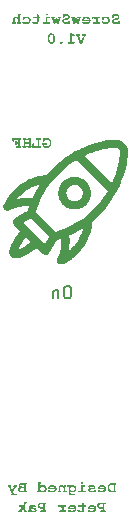
<source format=gbr>
%TF.GenerationSoftware,KiCad,Pcbnew,7.0.5*%
%TF.CreationDate,2024-06-27T22:40:16-04:00*%
%TF.ProjectId,ScrewSwitch,53637265-7753-4776-9974-63682e6b6963,rev?*%
%TF.SameCoordinates,Original*%
%TF.FileFunction,Legend,Bot*%
%TF.FilePolarity,Positive*%
%FSLAX46Y46*%
G04 Gerber Fmt 4.6, Leading zero omitted, Abs format (unit mm)*
G04 Created by KiCad (PCBNEW 7.0.5) date 2024-06-27 22:40:16*
%MOMM*%
%LPD*%
G01*
G04 APERTURE LIST*
%ADD10C,0.000000*%
%ADD11C,0.200000*%
%ADD12C,0.150000*%
G04 APERTURE END LIST*
D10*
G36*
X140823116Y-96858398D02*
G01*
X140889418Y-96863150D01*
X140955473Y-96871069D01*
X141021159Y-96882154D01*
X141086352Y-96896407D01*
X141150928Y-96913826D01*
X141214765Y-96934413D01*
X141277739Y-96958166D01*
X141339727Y-96985086D01*
X141400605Y-97015173D01*
X141460251Y-97048427D01*
X141518542Y-97084848D01*
X141575353Y-97124436D01*
X141630562Y-97167190D01*
X141684045Y-97213111D01*
X141735680Y-97262199D01*
X141784706Y-97313777D01*
X141830569Y-97367216D01*
X141873269Y-97422390D01*
X141912806Y-97479176D01*
X141949180Y-97537450D01*
X141982391Y-97597087D01*
X142012439Y-97657965D01*
X142039324Y-97719958D01*
X142063046Y-97782943D01*
X142083605Y-97846796D01*
X142101002Y-97911393D01*
X142115235Y-97976610D01*
X142126305Y-98042323D01*
X142134213Y-98108407D01*
X142138957Y-98174740D01*
X142140538Y-98241197D01*
X142138957Y-98307654D01*
X142134213Y-98373986D01*
X142126305Y-98440071D01*
X142115235Y-98505784D01*
X142101002Y-98571001D01*
X142083605Y-98635598D01*
X142063046Y-98699451D01*
X142039324Y-98762436D01*
X142012439Y-98824429D01*
X141982391Y-98885307D01*
X141949180Y-98944944D01*
X141912806Y-99003218D01*
X141873269Y-99060004D01*
X141830569Y-99115178D01*
X141784706Y-99168616D01*
X141735680Y-99220195D01*
X141684100Y-99269224D01*
X141630660Y-99315091D01*
X141575484Y-99357793D01*
X141518697Y-99397333D01*
X141460422Y-99433709D01*
X141400783Y-99466922D01*
X141339904Y-99496972D01*
X141277910Y-99523859D01*
X141214924Y-99547582D01*
X141151070Y-99568142D01*
X141086473Y-99585539D01*
X141021255Y-99599773D01*
X140955542Y-99610844D01*
X140889457Y-99618751D01*
X140823124Y-99623495D01*
X140756667Y-99625076D01*
X140690211Y-99623494D01*
X140623878Y-99618749D01*
X140557794Y-99610841D01*
X140492081Y-99599769D01*
X140426865Y-99585535D01*
X140362269Y-99568137D01*
X140298416Y-99547577D01*
X140235432Y-99523853D01*
X140173440Y-99496966D01*
X140112564Y-99466917D01*
X140052927Y-99433704D01*
X139994655Y-99397328D01*
X139937871Y-99357789D01*
X139882698Y-99315087D01*
X139829262Y-99269223D01*
X139777685Y-99220195D01*
X139728659Y-99168615D01*
X139682796Y-99115175D01*
X139640096Y-99060000D01*
X139600560Y-99003213D01*
X139564186Y-98944939D01*
X139530975Y-98885301D01*
X139500926Y-98824423D01*
X139474041Y-98762430D01*
X139450319Y-98699445D01*
X139429760Y-98635593D01*
X139412364Y-98570997D01*
X139398130Y-98505780D01*
X139387060Y-98440068D01*
X139379153Y-98373984D01*
X139374408Y-98307653D01*
X139372827Y-98241197D01*
X139372827Y-98241194D01*
X140064726Y-98241194D01*
X140065517Y-98274423D01*
X140067889Y-98307589D01*
X140071843Y-98340631D01*
X140077378Y-98373487D01*
X140084495Y-98406096D01*
X140093194Y-98438394D01*
X140103474Y-98470321D01*
X140115335Y-98501813D01*
X140128778Y-98532810D01*
X140143803Y-98563249D01*
X140160409Y-98593068D01*
X140178597Y-98622205D01*
X140198366Y-98650598D01*
X140219717Y-98678186D01*
X140242649Y-98704906D01*
X140267163Y-98730696D01*
X140292955Y-98755208D01*
X140319677Y-98778138D01*
X140347266Y-98799487D01*
X140375661Y-98819255D01*
X140404799Y-98837441D01*
X140434619Y-98854046D01*
X140465059Y-98869070D01*
X140496057Y-98882512D01*
X140527551Y-98894372D01*
X140559478Y-98904652D01*
X140591777Y-98913349D01*
X140624386Y-98920466D01*
X140657242Y-98926001D01*
X140690285Y-98929954D01*
X140723451Y-98932326D01*
X140756680Y-98933117D01*
X140789908Y-98932326D01*
X140823075Y-98929954D01*
X140856117Y-98926001D01*
X140888973Y-98920466D01*
X140921581Y-98913349D01*
X140953880Y-98904652D01*
X140985806Y-98894372D01*
X141017299Y-98882512D01*
X141048295Y-98869070D01*
X141078734Y-98854046D01*
X141108553Y-98837441D01*
X141137690Y-98819255D01*
X141166084Y-98799487D01*
X141193671Y-98778138D01*
X141220391Y-98755208D01*
X141246181Y-98730696D01*
X141270693Y-98704907D01*
X141293624Y-98678189D01*
X141314973Y-98650602D01*
X141334741Y-98622210D01*
X141352927Y-98593073D01*
X141369532Y-98563255D01*
X141384555Y-98532816D01*
X141397997Y-98501819D01*
X141409858Y-98470326D01*
X141420137Y-98438399D01*
X141428834Y-98406100D01*
X141435950Y-98373491D01*
X141441485Y-98340634D01*
X141445438Y-98307591D01*
X141447810Y-98274424D01*
X141448600Y-98241194D01*
X141447809Y-98207965D01*
X141445436Y-98174798D01*
X141441482Y-98141754D01*
X141435946Y-98108897D01*
X141428829Y-98076287D01*
X141420131Y-98043987D01*
X141409850Y-98012060D01*
X141397989Y-97980566D01*
X141384546Y-97949568D01*
X141369521Y-97919128D01*
X141352915Y-97889308D01*
X141334727Y-97860170D01*
X141314958Y-97831776D01*
X141293607Y-97804188D01*
X141270675Y-97777468D01*
X141246161Y-97751678D01*
X141220367Y-97727160D01*
X141193644Y-97704224D01*
X141166054Y-97682870D01*
X141137659Y-97663098D01*
X141108520Y-97644907D01*
X141078700Y-97628299D01*
X141048261Y-97613272D01*
X141017264Y-97599827D01*
X140985772Y-97587963D01*
X140953846Y-97577682D01*
X140921548Y-97568982D01*
X140888941Y-97561864D01*
X140856086Y-97556328D01*
X140823045Y-97552373D01*
X140789881Y-97550001D01*
X140756654Y-97549210D01*
X140723428Y-97550001D01*
X140690263Y-97552373D01*
X140657223Y-97556328D01*
X140624368Y-97561864D01*
X140591762Y-97568982D01*
X140559465Y-97577682D01*
X140527540Y-97587963D01*
X140496048Y-97599827D01*
X140465052Y-97613272D01*
X140434614Y-97628299D01*
X140404795Y-97644907D01*
X140375658Y-97663098D01*
X140347264Y-97682870D01*
X140319676Y-97704224D01*
X140292955Y-97727160D01*
X140267163Y-97751678D01*
X140242649Y-97777470D01*
X140219717Y-97804191D01*
X140198366Y-97831780D01*
X140178597Y-97860175D01*
X140160409Y-97889314D01*
X140143803Y-97919134D01*
X140128778Y-97949574D01*
X140115335Y-97980572D01*
X140103474Y-98012065D01*
X140093194Y-98043992D01*
X140084495Y-98076291D01*
X140077378Y-98108900D01*
X140071843Y-98141757D01*
X140067889Y-98174799D01*
X140065517Y-98207966D01*
X140064726Y-98241194D01*
X139372827Y-98241194D01*
X139374408Y-98174741D01*
X139379153Y-98108409D01*
X139387060Y-98042325D01*
X139398130Y-97976613D01*
X139412364Y-97911397D01*
X139429760Y-97846801D01*
X139450319Y-97782948D01*
X139474041Y-97719963D01*
X139500926Y-97657970D01*
X139530975Y-97597093D01*
X139564186Y-97537455D01*
X139600560Y-97479181D01*
X139640096Y-97422394D01*
X139682796Y-97367219D01*
X139728659Y-97313779D01*
X139777685Y-97262199D01*
X139829322Y-97213108D01*
X139882807Y-97167184D01*
X139938018Y-97124427D01*
X139994831Y-97084838D01*
X140053122Y-97048416D01*
X140112770Y-97015162D01*
X140173650Y-96985074D01*
X140235639Y-96958154D01*
X140298613Y-96934402D01*
X140362451Y-96913816D01*
X140427028Y-96896398D01*
X140492221Y-96882147D01*
X140557907Y-96871063D01*
X140623963Y-96863146D01*
X140690265Y-96858396D01*
X140756691Y-96856814D01*
X140823116Y-96858398D01*
G37*
G36*
X144269464Y-93709113D02*
G01*
X144326317Y-93712418D01*
X144382697Y-93718762D01*
X144438489Y-93728104D01*
X144493581Y-93740404D01*
X144547857Y-93755619D01*
X144601205Y-93773708D01*
X144653510Y-93794632D01*
X144704659Y-93818347D01*
X144754538Y-93844813D01*
X144803032Y-93873989D01*
X144850028Y-93905834D01*
X144895413Y-93940306D01*
X144939072Y-93977364D01*
X144980891Y-94016967D01*
X145020492Y-94058781D01*
X145057552Y-94102433D01*
X145092027Y-94147809D01*
X145123878Y-94194795D01*
X145153061Y-94243280D01*
X145179535Y-94293149D01*
X145203258Y-94344290D01*
X145224189Y-94396589D01*
X145242285Y-94449934D01*
X145257504Y-94504210D01*
X145269805Y-94559306D01*
X145279146Y-94615107D01*
X145285485Y-94671501D01*
X145288780Y-94728374D01*
X145288990Y-94785614D01*
X145286072Y-94843107D01*
X145254810Y-95162405D01*
X145211066Y-95479955D01*
X145154903Y-95795486D01*
X145086386Y-96108725D01*
X145005581Y-96419399D01*
X144912552Y-96727235D01*
X144807363Y-97031962D01*
X144690079Y-97333306D01*
X144567793Y-97615555D01*
X144502394Y-97755784D01*
X144434141Y-97895348D01*
X144363022Y-98034194D01*
X144289025Y-98172272D01*
X144212137Y-98309529D01*
X144132346Y-98445913D01*
X144049639Y-98581374D01*
X143964005Y-98715859D01*
X143875430Y-98849318D01*
X143783903Y-98981697D01*
X143689411Y-99112946D01*
X143591941Y-99243012D01*
X143491482Y-99371845D01*
X143388021Y-99499392D01*
X143260235Y-99650300D01*
X143129441Y-99797753D01*
X142995696Y-99941725D01*
X142859055Y-100082190D01*
X142719573Y-100219121D01*
X142577308Y-100352492D01*
X142432314Y-100482277D01*
X142284649Y-100608448D01*
X142267491Y-100800834D01*
X142241435Y-100991801D01*
X142206585Y-101181106D01*
X142163049Y-101368509D01*
X142110930Y-101553767D01*
X142050335Y-101736639D01*
X141981369Y-101916883D01*
X141904138Y-102094257D01*
X141818746Y-102268520D01*
X141725300Y-102439431D01*
X141623904Y-102606746D01*
X141514665Y-102770226D01*
X141397688Y-102929627D01*
X141273078Y-103084708D01*
X141140940Y-103235229D01*
X141001381Y-103380946D01*
X140932949Y-103447931D01*
X140863191Y-103513354D01*
X140792125Y-103577201D01*
X140719766Y-103639460D01*
X140646133Y-103700120D01*
X140571241Y-103759168D01*
X140495109Y-103816593D01*
X140417753Y-103872383D01*
X140339190Y-103926524D01*
X140259438Y-103979006D01*
X140178513Y-104029816D01*
X140096432Y-104078943D01*
X140013212Y-104126373D01*
X139928870Y-104172096D01*
X139843424Y-104216098D01*
X139756890Y-104258369D01*
X139744415Y-104264001D01*
X139731806Y-104269107D01*
X139719079Y-104273691D01*
X139706248Y-104277755D01*
X139680331Y-104284332D01*
X139654171Y-104288859D01*
X139627885Y-104291356D01*
X139601588Y-104291842D01*
X139575397Y-104290338D01*
X139549426Y-104286863D01*
X139523791Y-104281438D01*
X139498609Y-104274082D01*
X139473996Y-104264816D01*
X139450067Y-104253660D01*
X139426938Y-104240632D01*
X139404725Y-104225755D01*
X139393998Y-104217628D01*
X139383543Y-104209047D01*
X139373376Y-104200012D01*
X139363510Y-104190528D01*
X139344991Y-104170497D01*
X139328282Y-104149317D01*
X139313403Y-104127104D01*
X139300375Y-104103974D01*
X139289217Y-104080042D01*
X139279950Y-104055426D01*
X139272593Y-104030242D01*
X139267167Y-104004604D01*
X139263691Y-103978630D01*
X139262187Y-103952436D01*
X139262673Y-103926138D01*
X139265170Y-103899851D01*
X139269698Y-103873693D01*
X139276277Y-103847779D01*
X139284927Y-103822225D01*
X139295669Y-103797147D01*
X139342309Y-103694983D01*
X139385622Y-103591758D01*
X139425594Y-103487577D01*
X139462210Y-103382547D01*
X139495456Y-103276771D01*
X139525318Y-103170357D01*
X139534290Y-103134098D01*
X140244859Y-103134098D01*
X140355876Y-103038907D01*
X140463225Y-102939506D01*
X140566749Y-102836049D01*
X140666292Y-102728695D01*
X140761698Y-102617599D01*
X140852810Y-102502917D01*
X140939471Y-102384807D01*
X141021526Y-102263424D01*
X141098818Y-102138925D01*
X141171191Y-102011466D01*
X141238487Y-101881204D01*
X141300552Y-101748296D01*
X141357228Y-101612896D01*
X141408359Y-101475163D01*
X141453788Y-101335253D01*
X141493360Y-101193321D01*
X141350969Y-101283942D01*
X141206792Y-101371601D01*
X141060866Y-101456277D01*
X140913223Y-101537951D01*
X140763900Y-101616601D01*
X140612930Y-101692209D01*
X140460348Y-101764752D01*
X140306189Y-101834211D01*
X140321738Y-101995056D01*
X140330592Y-102156872D01*
X140332784Y-102319407D01*
X140328342Y-102482410D01*
X140317299Y-102645632D01*
X140299683Y-102808821D01*
X140275527Y-102971726D01*
X140244859Y-103134098D01*
X139534290Y-103134098D01*
X139551783Y-103063408D01*
X139574835Y-102956032D01*
X139594461Y-102848333D01*
X139610647Y-102740417D01*
X139623379Y-102632389D01*
X139632642Y-102524355D01*
X139638423Y-102416421D01*
X139640706Y-102308691D01*
X139639480Y-102201271D01*
X139634728Y-102094268D01*
X139544012Y-102124381D01*
X139452874Y-102153499D01*
X139361309Y-102181593D01*
X139269314Y-102208638D01*
X138605935Y-103314283D01*
X138594596Y-103331981D01*
X138582423Y-103348722D01*
X138569464Y-103364500D01*
X138555766Y-103379310D01*
X138541376Y-103393148D01*
X138526341Y-103406008D01*
X138510710Y-103417886D01*
X138494529Y-103428777D01*
X138477845Y-103438675D01*
X138460707Y-103447575D01*
X138443161Y-103455473D01*
X138425255Y-103462364D01*
X138407036Y-103468242D01*
X138388551Y-103473103D01*
X138369848Y-103476942D01*
X138350974Y-103479753D01*
X138331976Y-103481532D01*
X138312903Y-103482274D01*
X138293800Y-103481973D01*
X138274716Y-103480625D01*
X138255698Y-103478225D01*
X138236793Y-103474767D01*
X138218049Y-103470247D01*
X138199512Y-103464660D01*
X138181231Y-103458001D01*
X138163253Y-103450265D01*
X138145624Y-103441446D01*
X138128393Y-103431540D01*
X138111606Y-103420542D01*
X138095311Y-103408447D01*
X138079556Y-103395250D01*
X138064387Y-103380946D01*
X137553763Y-102870321D01*
X137471457Y-102932127D01*
X137382863Y-102996487D01*
X137288880Y-103062639D01*
X137190406Y-103129819D01*
X137088339Y-103197267D01*
X136983578Y-103264221D01*
X136877020Y-103329918D01*
X136769564Y-103393596D01*
X136675312Y-103447182D01*
X136584204Y-103496776D01*
X136496313Y-103542345D01*
X136411711Y-103583855D01*
X136330471Y-103621271D01*
X136252667Y-103654559D01*
X136178369Y-103683685D01*
X136107653Y-103708615D01*
X136058612Y-103724005D01*
X136009209Y-103737696D01*
X135959608Y-103749463D01*
X135909974Y-103759083D01*
X135860474Y-103766333D01*
X135811273Y-103770989D01*
X135762536Y-103772827D01*
X135714429Y-103771624D01*
X135667118Y-103767156D01*
X135620769Y-103759200D01*
X135598006Y-103753843D01*
X135575546Y-103747531D01*
X135553409Y-103740235D01*
X135531616Y-103731927D01*
X135510187Y-103722580D01*
X135489144Y-103712164D01*
X135468507Y-103700653D01*
X135448296Y-103688019D01*
X135428532Y-103674232D01*
X135409237Y-103659267D01*
X135390430Y-103643093D01*
X135372133Y-103625685D01*
X135343200Y-103594183D01*
X135317428Y-103560705D01*
X135294818Y-103525261D01*
X135275372Y-103487860D01*
X135259091Y-103448513D01*
X135245976Y-103407230D01*
X135236028Y-103364022D01*
X135229248Y-103318898D01*
X135225637Y-103271868D01*
X135225197Y-103222943D01*
X135227929Y-103172134D01*
X135233834Y-103119449D01*
X135242912Y-103064899D01*
X135252959Y-103018653D01*
X135979226Y-103018653D01*
X136028989Y-102997885D01*
X136084641Y-102972990D01*
X136146399Y-102943592D01*
X136214475Y-102909318D01*
X136289085Y-102869794D01*
X136370443Y-102824644D01*
X136458763Y-102773496D01*
X136554260Y-102715974D01*
X136624627Y-102672223D01*
X136693524Y-102628269D01*
X136760656Y-102584393D01*
X136825729Y-102540874D01*
X136888445Y-102497996D01*
X136948511Y-102456037D01*
X137005631Y-102415280D01*
X137059510Y-102376006D01*
X136621873Y-101938370D01*
X136541845Y-102049365D01*
X136499889Y-102109429D01*
X136457013Y-102172143D01*
X136413496Y-102237214D01*
X136369619Y-102304346D01*
X136325662Y-102373246D01*
X136281905Y-102443619D01*
X136224382Y-102539116D01*
X136173232Y-102627436D01*
X136128080Y-102708794D01*
X136088553Y-102783404D01*
X136054278Y-102851480D01*
X136024881Y-102913238D01*
X135999988Y-102968890D01*
X135979226Y-103018653D01*
X135252959Y-103018653D01*
X135255166Y-103008495D01*
X135270595Y-102950247D01*
X135289203Y-102890165D01*
X135314133Y-102819441D01*
X135343258Y-102745139D01*
X135376546Y-102667331D01*
X135413962Y-102586091D01*
X135455472Y-102501490D01*
X135501041Y-102413602D01*
X135550636Y-102322498D01*
X135604222Y-102228253D01*
X135667907Y-102120796D01*
X135733609Y-102014237D01*
X135800566Y-101909473D01*
X135868016Y-101807404D01*
X135935199Y-101708929D01*
X136001351Y-101614946D01*
X136065711Y-101526355D01*
X136127517Y-101444055D01*
X135616893Y-100933431D01*
X135602552Y-100918223D01*
X135589328Y-100902430D01*
X135577213Y-100886101D01*
X135566203Y-100869282D01*
X135556292Y-100852021D01*
X135547474Y-100834365D01*
X135539744Y-100816362D01*
X135533097Y-100798058D01*
X135527525Y-100779502D01*
X135523024Y-100760740D01*
X135522422Y-100757421D01*
X136419922Y-100757421D01*
X138240459Y-102577957D01*
X138607588Y-101966089D01*
X137031791Y-100390292D01*
X136419922Y-100757421D01*
X135522422Y-100757421D01*
X135519589Y-100741821D01*
X135517213Y-100722791D01*
X135515891Y-100703697D01*
X135515618Y-100684588D01*
X135516387Y-100665510D01*
X135518193Y-100646510D01*
X135521031Y-100627637D01*
X135524895Y-100608938D01*
X135529779Y-100590459D01*
X135535677Y-100572248D01*
X135542585Y-100554354D01*
X135550496Y-100536822D01*
X135559405Y-100519700D01*
X135569305Y-100503036D01*
X135580193Y-100486877D01*
X135592061Y-100471270D01*
X135604905Y-100456264D01*
X135618718Y-100441904D01*
X135633495Y-100428239D01*
X135649231Y-100415315D01*
X135665919Y-100403181D01*
X135683555Y-100391883D01*
X136581150Y-99853333D01*
X137473809Y-99853333D01*
X139144546Y-101524050D01*
X139498102Y-101409481D01*
X139843298Y-101278818D01*
X140179745Y-101132552D01*
X140507053Y-100971175D01*
X140824830Y-100795179D01*
X141132687Y-100605055D01*
X141430233Y-100401296D01*
X141717079Y-100184392D01*
X141992833Y-99954837D01*
X142257106Y-99713120D01*
X142509508Y-99459735D01*
X142749647Y-99195173D01*
X142977135Y-98919925D01*
X143191579Y-98634484D01*
X143392591Y-98339341D01*
X143579780Y-98034988D01*
X140962850Y-95418057D01*
X140651675Y-95609631D01*
X140351187Y-95814850D01*
X140061755Y-96033235D01*
X139783750Y-96264310D01*
X139517543Y-96507597D01*
X139263504Y-96762620D01*
X139022003Y-97028902D01*
X138793410Y-97305964D01*
X138578096Y-97593331D01*
X138376431Y-97890525D01*
X138188786Y-98197068D01*
X138015530Y-98512484D01*
X137857034Y-98836296D01*
X137713668Y-99168026D01*
X137585803Y-99507198D01*
X137473809Y-99853333D01*
X136581150Y-99853333D01*
X136789201Y-99728504D01*
X136816254Y-99636510D01*
X136844348Y-99544947D01*
X136873460Y-99453815D01*
X136903571Y-99363111D01*
X136796564Y-99358355D01*
X136689141Y-99357125D01*
X136581408Y-99359405D01*
X136473472Y-99365182D01*
X136365436Y-99374442D01*
X136257407Y-99387171D01*
X136149490Y-99403355D01*
X136041791Y-99422980D01*
X135934415Y-99446032D01*
X135827467Y-99472497D01*
X135721054Y-99502360D01*
X135615280Y-99535609D01*
X135510252Y-99572228D01*
X135406074Y-99612203D01*
X135302852Y-99655522D01*
X135200691Y-99702169D01*
X135191755Y-99706266D01*
X135182747Y-99710091D01*
X135173673Y-99713647D01*
X135164538Y-99716934D01*
X135155348Y-99719952D01*
X135146108Y-99722703D01*
X135136823Y-99725188D01*
X135127500Y-99727408D01*
X135118142Y-99729363D01*
X135108756Y-99731054D01*
X135099348Y-99732483D01*
X135089922Y-99733650D01*
X135080484Y-99734556D01*
X135071040Y-99735202D01*
X135061594Y-99735589D01*
X135052153Y-99735717D01*
X135035322Y-99735308D01*
X135018552Y-99734084D01*
X135001875Y-99732050D01*
X134985320Y-99729212D01*
X134968918Y-99725575D01*
X134952700Y-99721143D01*
X134936696Y-99715924D01*
X134920936Y-99709921D01*
X134905452Y-99703140D01*
X134890274Y-99695586D01*
X134875431Y-99687264D01*
X134860956Y-99678180D01*
X134846877Y-99668340D01*
X134833227Y-99657747D01*
X134820034Y-99646408D01*
X134807331Y-99634328D01*
X134788812Y-99614301D01*
X134772104Y-99593124D01*
X134757226Y-99570914D01*
X134744199Y-99547786D01*
X134733043Y-99523857D01*
X134723777Y-99499242D01*
X134716421Y-99474059D01*
X134710996Y-99448423D01*
X134707521Y-99422450D01*
X134706017Y-99396256D01*
X134706503Y-99369958D01*
X134709000Y-99343672D01*
X134713527Y-99317514D01*
X134720105Y-99291600D01*
X134728752Y-99266046D01*
X134739490Y-99240968D01*
X134781761Y-99154438D01*
X134825763Y-99068995D01*
X134871484Y-98984656D01*
X134918914Y-98901439D01*
X134968039Y-98819359D01*
X135009703Y-98752999D01*
X135863740Y-98752999D01*
X136026117Y-98722338D01*
X136189024Y-98698187D01*
X136352212Y-98680574D01*
X136515433Y-98669531D01*
X136678438Y-98665089D01*
X136840978Y-98667278D01*
X137002804Y-98676128D01*
X137163668Y-98691669D01*
X137233122Y-98537511D01*
X137305662Y-98384929D01*
X137381269Y-98233958D01*
X137459921Y-98084633D01*
X137541597Y-97936988D01*
X137626276Y-97791058D01*
X137713937Y-97646876D01*
X137804558Y-97504478D01*
X137687425Y-97536651D01*
X137571354Y-97572889D01*
X137456433Y-97613157D01*
X137342747Y-97657416D01*
X137230384Y-97705627D01*
X137119430Y-97757753D01*
X137009972Y-97813756D01*
X136902096Y-97873597D01*
X136795888Y-97937239D01*
X136691436Y-98004644D01*
X136588826Y-98075773D01*
X136488144Y-98150589D01*
X136389477Y-98229053D01*
X136292912Y-98311128D01*
X136198535Y-98396775D01*
X136106433Y-98485957D01*
X136074641Y-98518123D01*
X136043264Y-98550640D01*
X136012301Y-98583506D01*
X135981753Y-98616718D01*
X135951623Y-98650276D01*
X135921910Y-98684177D01*
X135892615Y-98718418D01*
X135863740Y-98752999D01*
X135009703Y-98752999D01*
X135018847Y-98738435D01*
X135071328Y-98658684D01*
X135125469Y-98580121D01*
X135181257Y-98502765D01*
X135238682Y-98426632D01*
X135297730Y-98351740D01*
X135358390Y-98278105D01*
X135420651Y-98205744D01*
X135484499Y-98134675D01*
X135549924Y-98064914D01*
X135616913Y-97996478D01*
X135762634Y-97856912D01*
X135913157Y-97724769D01*
X136068240Y-97600156D01*
X136227643Y-97483176D01*
X136391122Y-97373936D01*
X136558438Y-97272541D01*
X136729348Y-97179096D01*
X136903610Y-97093706D01*
X137080983Y-97016476D01*
X137261226Y-96947513D01*
X137444097Y-96886920D01*
X137629353Y-96834804D01*
X137816755Y-96791270D01*
X138006059Y-96756423D01*
X138197025Y-96730368D01*
X138389410Y-96713210D01*
X138515588Y-96565544D01*
X138645375Y-96420549D01*
X138778747Y-96278281D01*
X138915677Y-96138797D01*
X139056139Y-96002154D01*
X139200109Y-95868409D01*
X139347560Y-95737618D01*
X139498467Y-95609838D01*
X139626018Y-95506376D01*
X139754855Y-95405916D01*
X139884927Y-95308445D01*
X140016180Y-95213950D01*
X140148564Y-95122421D01*
X140208664Y-95082533D01*
X141606303Y-95082533D01*
X143915346Y-97391576D01*
X143983650Y-97239619D01*
X144048706Y-97086017D01*
X144110474Y-96930816D01*
X144168913Y-96774063D01*
X144223984Y-96615807D01*
X144275645Y-96456094D01*
X144323858Y-96294971D01*
X144368582Y-96132485D01*
X144409775Y-95968683D01*
X144447399Y-95803613D01*
X144481413Y-95637322D01*
X144511777Y-95469857D01*
X144538450Y-95301265D01*
X144561392Y-95131593D01*
X144580563Y-94960888D01*
X144595923Y-94789197D01*
X144596954Y-94769287D01*
X144596930Y-94749550D01*
X144595860Y-94730012D01*
X144593755Y-94710700D01*
X144590625Y-94691642D01*
X144586479Y-94672864D01*
X144581329Y-94654394D01*
X144575183Y-94636259D01*
X144568052Y-94618485D01*
X144559946Y-94601100D01*
X144550875Y-94584130D01*
X144540849Y-94567604D01*
X144529877Y-94551547D01*
X144517971Y-94535987D01*
X144505140Y-94520951D01*
X144491393Y-94506466D01*
X144476908Y-94492722D01*
X144461872Y-94479892D01*
X144446312Y-94467986D01*
X144430255Y-94457013D01*
X144413729Y-94446985D01*
X144396760Y-94437912D01*
X144379376Y-94429803D01*
X144361603Y-94422670D01*
X144343468Y-94416523D01*
X144325000Y-94411371D01*
X144306224Y-94407226D01*
X144287168Y-94404097D01*
X144267858Y-94401996D01*
X144248323Y-94400931D01*
X144228588Y-94400915D01*
X144208682Y-94401956D01*
X144036992Y-94417316D01*
X143866287Y-94436487D01*
X143696615Y-94459429D01*
X143528023Y-94486103D01*
X143360557Y-94516466D01*
X143194266Y-94550480D01*
X143029196Y-94588104D01*
X142865395Y-94629298D01*
X142702909Y-94674021D01*
X142541786Y-94722234D01*
X142382072Y-94773896D01*
X142223816Y-94828967D01*
X142067064Y-94887406D01*
X141911863Y-94949173D01*
X141758260Y-95014229D01*
X141606303Y-95082533D01*
X140208664Y-95082533D01*
X140282027Y-95033843D01*
X140416517Y-94948206D01*
X140551982Y-94865498D01*
X140825630Y-94708816D01*
X141102558Y-94563701D01*
X141382350Y-94430055D01*
X141664594Y-94307781D01*
X141965939Y-94190496D01*
X142270666Y-94085304D01*
X142578502Y-93992272D01*
X142889176Y-93911465D01*
X143202415Y-93842947D01*
X143517945Y-93786784D01*
X143835496Y-93743043D01*
X144154793Y-93711787D01*
X144212252Y-93708889D01*
X144269464Y-93709113D01*
G37*
D11*
G36*
X138063453Y-94144895D02*
G01*
X138063453Y-94325390D01*
X138075279Y-94331406D01*
X138086881Y-94337179D01*
X138098260Y-94342710D01*
X138109416Y-94347998D01*
X138120349Y-94353044D01*
X138131059Y-94357848D01*
X138141545Y-94362409D01*
X138151808Y-94366728D01*
X138161848Y-94370805D01*
X138171664Y-94374640D01*
X138181257Y-94378232D01*
X138190627Y-94381581D01*
X138204264Y-94386152D01*
X138217398Y-94390177D01*
X138225874Y-94392557D01*
X138238517Y-94395787D01*
X138251348Y-94398699D01*
X138264369Y-94401294D01*
X138277578Y-94403571D01*
X138290976Y-94405530D01*
X138304563Y-94407172D01*
X138318339Y-94408495D01*
X138332303Y-94409501D01*
X138346457Y-94410190D01*
X138360800Y-94410560D01*
X138370466Y-94410631D01*
X138383899Y-94410512D01*
X138397207Y-94410154D01*
X138410391Y-94409558D01*
X138423452Y-94408723D01*
X138436388Y-94407650D01*
X138449200Y-94406338D01*
X138461888Y-94404787D01*
X138474453Y-94402998D01*
X138486893Y-94400971D01*
X138499209Y-94398705D01*
X138511401Y-94396201D01*
X138523469Y-94393458D01*
X138535413Y-94390476D01*
X138547233Y-94387256D01*
X138558929Y-94383798D01*
X138570501Y-94380101D01*
X138583743Y-94375597D01*
X138596447Y-94370879D01*
X138608615Y-94365946D01*
X138620247Y-94360798D01*
X138631341Y-94355435D01*
X138641899Y-94349858D01*
X138651921Y-94344067D01*
X138661405Y-94338060D01*
X138670353Y-94331839D01*
X138678765Y-94325404D01*
X138684074Y-94320994D01*
X138691804Y-94313964D01*
X138699421Y-94306336D01*
X138706927Y-94298113D01*
X138714322Y-94289292D01*
X138721605Y-94279875D01*
X138728776Y-94269860D01*
X138735836Y-94259249D01*
X138742784Y-94248042D01*
X138749620Y-94236237D01*
X138756345Y-94223836D01*
X138760766Y-94215237D01*
X138764996Y-94206410D01*
X138768952Y-94197453D01*
X138772636Y-94188366D01*
X138776047Y-94179150D01*
X138779185Y-94169804D01*
X138782050Y-94160328D01*
X138784642Y-94150722D01*
X138786961Y-94140987D01*
X138789008Y-94131122D01*
X138790781Y-94121127D01*
X138792282Y-94111002D01*
X138793510Y-94100748D01*
X138794465Y-94090364D01*
X138795147Y-94079850D01*
X138795557Y-94069206D01*
X138795693Y-94058433D01*
X138795693Y-93962201D01*
X138795357Y-93945643D01*
X138794350Y-93929309D01*
X138792671Y-93913197D01*
X138790320Y-93897309D01*
X138787297Y-93881644D01*
X138783603Y-93866202D01*
X138779237Y-93850984D01*
X138774200Y-93835989D01*
X138768491Y-93821217D01*
X138762110Y-93806668D01*
X138755057Y-93792343D01*
X138747333Y-93778241D01*
X138738937Y-93764362D01*
X138729870Y-93750706D01*
X138720130Y-93737274D01*
X138709720Y-93724064D01*
X138702433Y-93715334D01*
X138694984Y-93706881D01*
X138687372Y-93698704D01*
X138679598Y-93690805D01*
X138671660Y-93683184D01*
X138663561Y-93675839D01*
X138655298Y-93668771D01*
X138646873Y-93661981D01*
X138638285Y-93655468D01*
X138629534Y-93649232D01*
X138620621Y-93643273D01*
X138611545Y-93637591D01*
X138602307Y-93632186D01*
X138592906Y-93627059D01*
X138583342Y-93622209D01*
X138573615Y-93617636D01*
X138563726Y-93613340D01*
X138553674Y-93609321D01*
X138543460Y-93605579D01*
X138533082Y-93602115D01*
X138522542Y-93598927D01*
X138511840Y-93596017D01*
X138500975Y-93593384D01*
X138489947Y-93591028D01*
X138478756Y-93588950D01*
X138467403Y-93587148D01*
X138455887Y-93585624D01*
X138444209Y-93584377D01*
X138432367Y-93583407D01*
X138420363Y-93582714D01*
X138408197Y-93582298D01*
X138395868Y-93582159D01*
X138385111Y-93582297D01*
X138374458Y-93582709D01*
X138363908Y-93583396D01*
X138353461Y-93584357D01*
X138343117Y-93585594D01*
X138332876Y-93587105D01*
X138322738Y-93588891D01*
X138312703Y-93590952D01*
X138302771Y-93593288D01*
X138292942Y-93595898D01*
X138286447Y-93597791D01*
X138276740Y-93600859D01*
X138267127Y-93604202D01*
X138257608Y-93607820D01*
X138248185Y-93611713D01*
X138238855Y-93615880D01*
X138229620Y-93620322D01*
X138220480Y-93625039D01*
X138211434Y-93630031D01*
X138202482Y-93635297D01*
X138193625Y-93640839D01*
X138187773Y-93644685D01*
X138182517Y-93636305D01*
X138175543Y-93626413D01*
X138168606Y-93617987D01*
X138161709Y-93611026D01*
X138153140Y-93604385D01*
X138142936Y-93599439D01*
X138132818Y-93597791D01*
X138121607Y-93598546D01*
X138111237Y-93600813D01*
X138101708Y-93604591D01*
X138093022Y-93609881D01*
X138085176Y-93616682D01*
X138082748Y-93619284D01*
X138076191Y-93628392D01*
X138071763Y-93637582D01*
X138068277Y-93648227D01*
X138066166Y-93657791D01*
X138064659Y-93668285D01*
X138063754Y-93679711D01*
X138063453Y-93692069D01*
X138063453Y-93784148D01*
X138063758Y-93796513D01*
X138064674Y-93807962D01*
X138066201Y-93818495D01*
X138068338Y-93828112D01*
X138071868Y-93838845D01*
X138076352Y-93848147D01*
X138082992Y-93857421D01*
X138090723Y-93864808D01*
X138099261Y-93870667D01*
X138108606Y-93874998D01*
X138118759Y-93877800D01*
X138129718Y-93879074D01*
X138133551Y-93879159D01*
X138144016Y-93878446D01*
X138153827Y-93876307D01*
X138162983Y-93872742D01*
X138171485Y-93867752D01*
X138176049Y-93864260D01*
X138183395Y-93856676D01*
X138188627Y-93848079D01*
X138192778Y-93838831D01*
X138196619Y-93827849D01*
X138199008Y-93819563D01*
X138201968Y-93809274D01*
X138205677Y-93798374D01*
X138209558Y-93789055D01*
X138214303Y-93780179D01*
X138220013Y-93772669D01*
X138227978Y-93765496D01*
X138236151Y-93759755D01*
X138245719Y-93754228D01*
X138256683Y-93748917D01*
X138266458Y-93744822D01*
X138277127Y-93740864D01*
X138285714Y-93737986D01*
X138297621Y-93734437D01*
X138309894Y-93731361D01*
X138322534Y-93728758D01*
X138332254Y-93727117D01*
X138342180Y-93725742D01*
X138352312Y-93724633D01*
X138362650Y-93723790D01*
X138373195Y-93723213D01*
X138383945Y-93722902D01*
X138391227Y-93722843D01*
X138401613Y-93722967D01*
X138411827Y-93723339D01*
X138421870Y-93723959D01*
X138431741Y-93724828D01*
X138446225Y-93726595D01*
X138460323Y-93728921D01*
X138474034Y-93731804D01*
X138487359Y-93735246D01*
X138500298Y-93739246D01*
X138512850Y-93743804D01*
X138525016Y-93748920D01*
X138536796Y-93754595D01*
X138547680Y-93761002D01*
X138558350Y-93768501D01*
X138566213Y-93774842D01*
X138573955Y-93781796D01*
X138581577Y-93789365D01*
X138589079Y-93797547D01*
X138596461Y-93806343D01*
X138603722Y-93815754D01*
X138610863Y-93825778D01*
X138617884Y-93836416D01*
X138624519Y-93847408D01*
X138630501Y-93858584D01*
X138635830Y-93869945D01*
X138640507Y-93881490D01*
X138644532Y-93893220D01*
X138647903Y-93905135D01*
X138650622Y-93917234D01*
X138652689Y-93929518D01*
X138654103Y-93941987D01*
X138654864Y-93954640D01*
X138655009Y-93963178D01*
X138655009Y-94056967D01*
X138654753Y-94069838D01*
X138653986Y-94082315D01*
X138652708Y-94094400D01*
X138650918Y-94106091D01*
X138648617Y-94117389D01*
X138645804Y-94128294D01*
X138642480Y-94138806D01*
X138638645Y-94148925D01*
X138634298Y-94158651D01*
X138629440Y-94167983D01*
X138624070Y-94176923D01*
X138618190Y-94185470D01*
X138611797Y-94193623D01*
X138604894Y-94201384D01*
X138597479Y-94208751D01*
X138589552Y-94215725D01*
X138581038Y-94222291D01*
X138571921Y-94228434D01*
X138562201Y-94234152D01*
X138551878Y-94239447D01*
X138540952Y-94244319D01*
X138529423Y-94248767D01*
X138517291Y-94252791D01*
X138504556Y-94256392D01*
X138491218Y-94259569D01*
X138477277Y-94262322D01*
X138462733Y-94264652D01*
X138447586Y-94266558D01*
X138431836Y-94268041D01*
X138415483Y-94269100D01*
X138398527Y-94269735D01*
X138380969Y-94269947D01*
X138368916Y-94269836D01*
X138356999Y-94269501D01*
X138345217Y-94268943D01*
X138333570Y-94268161D01*
X138322059Y-94267156D01*
X138310684Y-94265929D01*
X138299444Y-94264477D01*
X138288340Y-94262803D01*
X138277371Y-94260905D01*
X138266537Y-94258785D01*
X138255839Y-94256440D01*
X138245277Y-94253873D01*
X138234849Y-94251082D01*
X138224558Y-94248068D01*
X138214402Y-94244831D01*
X138204381Y-94241371D01*
X138204381Y-94144895D01*
X138347752Y-94144895D01*
X138360055Y-94144593D01*
X138371443Y-94143689D01*
X138381915Y-94142181D01*
X138391471Y-94140071D01*
X138402128Y-94136585D01*
X138411354Y-94132157D01*
X138420536Y-94125600D01*
X138427840Y-94117852D01*
X138433634Y-94109262D01*
X138437915Y-94099831D01*
X138440686Y-94089559D01*
X138441945Y-94078445D01*
X138442029Y-94074553D01*
X138441274Y-94063167D01*
X138439007Y-94052640D01*
X138435229Y-94042971D01*
X138429939Y-94034161D01*
X138423139Y-94026210D01*
X138420536Y-94023750D01*
X138411354Y-94017110D01*
X138402128Y-94012626D01*
X138391471Y-94009096D01*
X138381915Y-94006959D01*
X138371443Y-94005432D01*
X138360055Y-94004516D01*
X138347752Y-94004211D01*
X138097891Y-94004211D01*
X138085645Y-94004516D01*
X138074307Y-94005432D01*
X138063877Y-94006959D01*
X138052116Y-94009725D01*
X138041775Y-94013446D01*
X138032854Y-94018121D01*
X138025351Y-94023750D01*
X138017964Y-94031415D01*
X138012105Y-94039939D01*
X138007774Y-94049321D01*
X138004972Y-94059562D01*
X138003698Y-94070662D01*
X138003614Y-94074553D01*
X138004137Y-94085947D01*
X138005709Y-94096500D01*
X138008328Y-94106212D01*
X138012707Y-94116478D01*
X138018512Y-94125600D01*
X138025672Y-94133118D01*
X138034327Y-94138790D01*
X138044478Y-94142615D01*
X138054370Y-94144424D01*
X138063453Y-94144895D01*
G37*
G36*
X137636761Y-93738475D02*
G01*
X137636761Y-94254316D01*
X137333167Y-94254316D01*
X137333167Y-94113632D01*
X137332862Y-94101446D01*
X137331946Y-94090169D01*
X137330419Y-94079800D01*
X137327652Y-94068116D01*
X137323931Y-94057852D01*
X137319256Y-94049006D01*
X137313627Y-94041580D01*
X137305871Y-94034193D01*
X137297256Y-94028334D01*
X137287782Y-94024003D01*
X137277449Y-94021201D01*
X137266258Y-94019927D01*
X137262336Y-94019842D01*
X137251191Y-94020607D01*
X137240835Y-94022899D01*
X137231270Y-94026720D01*
X137222494Y-94032070D01*
X137214509Y-94038948D01*
X137212022Y-94041580D01*
X137205299Y-94050662D01*
X137200759Y-94059791D01*
X137197185Y-94070340D01*
X137194576Y-94082307D01*
X137193185Y-94092903D01*
X137192413Y-94104408D01*
X137192239Y-94113632D01*
X137192239Y-94395000D01*
X137859266Y-94395000D01*
X137871570Y-94394698D01*
X137882958Y-94393794D01*
X137893429Y-94392286D01*
X137902985Y-94390176D01*
X137913642Y-94386690D01*
X137922868Y-94382262D01*
X137932050Y-94375704D01*
X137939355Y-94367956D01*
X137945148Y-94359367D01*
X137949430Y-94349936D01*
X137952200Y-94339663D01*
X137953460Y-94328549D01*
X137953544Y-94324658D01*
X137952788Y-94313272D01*
X137950521Y-94302744D01*
X137946743Y-94293076D01*
X137941454Y-94284266D01*
X137934653Y-94276315D01*
X137932050Y-94273855D01*
X137922868Y-94267215D01*
X137913642Y-94262731D01*
X137902985Y-94259200D01*
X137893429Y-94257063D01*
X137882958Y-94255537D01*
X137871570Y-94254621D01*
X137859266Y-94254316D01*
X137777689Y-94254316D01*
X137777689Y-93738475D01*
X137859266Y-93738475D01*
X137871570Y-93738173D01*
X137882958Y-93737269D01*
X137893429Y-93735761D01*
X137902985Y-93733651D01*
X137913642Y-93730165D01*
X137922868Y-93725737D01*
X137932050Y-93719180D01*
X137939355Y-93711432D01*
X137945148Y-93702842D01*
X137949430Y-93693411D01*
X137952200Y-93683138D01*
X137953460Y-93672024D01*
X137953544Y-93668133D01*
X137952788Y-93656747D01*
X137950521Y-93646220D01*
X137946743Y-93636551D01*
X137941454Y-93627741D01*
X137934653Y-93619790D01*
X137932050Y-93617330D01*
X137922868Y-93610690D01*
X137913642Y-93606206D01*
X137902985Y-93602676D01*
X137893429Y-93600539D01*
X137882958Y-93599012D01*
X137871570Y-93598096D01*
X137859266Y-93597791D01*
X137554451Y-93597791D01*
X137542204Y-93598096D01*
X137530866Y-93599012D01*
X137520436Y-93600539D01*
X137508676Y-93603305D01*
X137498335Y-93607026D01*
X137489413Y-93611701D01*
X137481911Y-93617330D01*
X137474523Y-93624995D01*
X137468664Y-93633519D01*
X137464334Y-93642901D01*
X137461532Y-93653142D01*
X137460258Y-93664242D01*
X137460173Y-93668133D01*
X137460937Y-93679527D01*
X137463230Y-93690080D01*
X137467051Y-93699792D01*
X137472401Y-93708662D01*
X137479278Y-93716690D01*
X137481911Y-93719180D01*
X137491084Y-93725737D01*
X137500290Y-93730165D01*
X137510915Y-93733651D01*
X137522959Y-93736195D01*
X137533616Y-93737551D01*
X137545181Y-93738305D01*
X137554451Y-93738475D01*
X137636761Y-93738475D01*
G37*
G36*
X136583586Y-94051106D02*
G01*
X136884493Y-94051106D01*
X136884493Y-94254316D01*
X136862511Y-94254316D01*
X136850268Y-94254621D01*
X136838941Y-94255537D01*
X136828531Y-94257063D01*
X136816805Y-94259830D01*
X136806511Y-94263551D01*
X136797647Y-94268226D01*
X136790215Y-94273855D01*
X136782828Y-94281520D01*
X136776969Y-94290044D01*
X136772638Y-94299426D01*
X136769836Y-94309667D01*
X136768562Y-94320767D01*
X136768477Y-94324658D01*
X136769242Y-94336052D01*
X136771534Y-94346605D01*
X136775355Y-94356317D01*
X136780705Y-94365187D01*
X136787583Y-94373215D01*
X136790215Y-94375704D01*
X136799305Y-94382262D01*
X136808455Y-94386690D01*
X136819036Y-94390176D01*
X136831047Y-94392720D01*
X136841687Y-94394076D01*
X136853243Y-94394830D01*
X136862511Y-94395000D01*
X137034946Y-94395000D01*
X137047193Y-94394698D01*
X137058531Y-94393794D01*
X137068961Y-94392286D01*
X137080721Y-94389554D01*
X137091062Y-94385880D01*
X137099984Y-94381263D01*
X137107486Y-94375704D01*
X137114791Y-94367956D01*
X137120584Y-94359367D01*
X137124866Y-94349936D01*
X137127637Y-94339663D01*
X137128896Y-94328549D01*
X137128980Y-94324658D01*
X137127795Y-94313048D01*
X137124240Y-94301851D01*
X137119467Y-94292835D01*
X137113049Y-94284106D01*
X137104984Y-94275662D01*
X137097348Y-94269113D01*
X137095274Y-94267505D01*
X137086339Y-94262366D01*
X137075851Y-94258965D01*
X137065118Y-94256840D01*
X137055226Y-94255604D01*
X137044174Y-94254779D01*
X137031962Y-94254367D01*
X137025421Y-94254316D01*
X137025421Y-93738475D01*
X137036575Y-93738004D01*
X137046835Y-93736590D01*
X137057966Y-93733651D01*
X137067809Y-93729355D01*
X137076365Y-93723702D01*
X137081353Y-93719180D01*
X137087744Y-93711432D01*
X137092813Y-93702842D01*
X137096559Y-93693411D01*
X137098984Y-93683138D01*
X137100086Y-93672024D01*
X137100159Y-93668133D01*
X137099404Y-93656747D01*
X137097137Y-93646220D01*
X137093359Y-93636551D01*
X137088069Y-93627741D01*
X137081269Y-93619790D01*
X137078666Y-93617330D01*
X137069492Y-93610690D01*
X137060287Y-93606206D01*
X137049662Y-93602676D01*
X137037618Y-93600100D01*
X137026961Y-93598726D01*
X137015396Y-93597963D01*
X137006126Y-93597791D01*
X136862511Y-93597791D01*
X136850268Y-93598096D01*
X136838941Y-93599012D01*
X136828531Y-93600539D01*
X136816805Y-93603305D01*
X136806511Y-93607026D01*
X136797647Y-93611701D01*
X136790215Y-93617330D01*
X136782828Y-93624995D01*
X136776969Y-93633519D01*
X136772638Y-93642901D01*
X136769836Y-93653142D01*
X136768562Y-93664242D01*
X136768477Y-93668133D01*
X136769242Y-93679527D01*
X136771534Y-93690080D01*
X136775355Y-93699792D01*
X136780705Y-93708662D01*
X136787583Y-93716690D01*
X136790215Y-93719180D01*
X136799305Y-93725737D01*
X136808455Y-93730165D01*
X136819036Y-93733651D01*
X136831047Y-93736195D01*
X136841687Y-93737551D01*
X136853243Y-93738305D01*
X136862511Y-93738475D01*
X136884493Y-93738475D01*
X136884493Y-93910422D01*
X136583586Y-93910422D01*
X136583586Y-93738475D01*
X136605567Y-93738475D01*
X136617814Y-93738173D01*
X136629152Y-93737269D01*
X136639582Y-93735761D01*
X136651342Y-93733029D01*
X136661683Y-93729355D01*
X136670605Y-93724738D01*
X136678108Y-93719180D01*
X136685495Y-93711432D01*
X136691354Y-93702842D01*
X136695684Y-93693411D01*
X136698487Y-93683138D01*
X136699760Y-93672024D01*
X136699845Y-93668133D01*
X136699081Y-93656747D01*
X136696788Y-93646220D01*
X136692967Y-93636551D01*
X136687618Y-93627741D01*
X136680740Y-93619790D01*
X136678108Y-93617330D01*
X136668934Y-93610690D01*
X136659729Y-93606206D01*
X136649104Y-93602676D01*
X136637060Y-93600100D01*
X136626403Y-93598726D01*
X136614837Y-93597963D01*
X136605567Y-93597791D01*
X136461953Y-93597791D01*
X136449710Y-93598096D01*
X136438383Y-93599012D01*
X136427972Y-93600539D01*
X136416247Y-93603305D01*
X136405952Y-93607026D01*
X136397089Y-93611701D01*
X136389657Y-93617330D01*
X136382269Y-93624995D01*
X136376410Y-93633519D01*
X136372080Y-93642901D01*
X136369278Y-93653142D01*
X136368004Y-93664242D01*
X136367919Y-93668133D01*
X136368589Y-93679527D01*
X136370598Y-93690080D01*
X136373947Y-93699792D01*
X136378635Y-93708662D01*
X136384663Y-93716690D01*
X136386970Y-93719180D01*
X136394667Y-93725737D01*
X136403651Y-93730938D01*
X136413924Y-93734782D01*
X136423468Y-93736948D01*
X136433907Y-93738173D01*
X136442902Y-93738475D01*
X136442902Y-94254316D01*
X136433072Y-94254427D01*
X136421015Y-94254923D01*
X136410155Y-94255816D01*
X136398266Y-94257491D01*
X136388250Y-94259785D01*
X136378701Y-94263357D01*
X136372804Y-94267016D01*
X136364904Y-94273634D01*
X136356511Y-94282142D01*
X136349763Y-94290912D01*
X136344661Y-94299945D01*
X136341205Y-94309240D01*
X136339230Y-94320740D01*
X136339099Y-94324658D01*
X136339863Y-94336052D01*
X136342155Y-94346605D01*
X136345976Y-94356317D01*
X136351326Y-94365187D01*
X136358204Y-94373215D01*
X136360836Y-94375704D01*
X136369927Y-94382262D01*
X136379076Y-94386690D01*
X136389657Y-94390176D01*
X136401669Y-94392720D01*
X136412308Y-94394076D01*
X136423864Y-94394830D01*
X136433132Y-94395000D01*
X136605567Y-94395000D01*
X136617814Y-94394698D01*
X136629152Y-94393794D01*
X136639582Y-94392286D01*
X136651342Y-94389554D01*
X136661683Y-94385880D01*
X136670605Y-94381263D01*
X136678108Y-94375704D01*
X136685495Y-94367956D01*
X136691354Y-94359367D01*
X136695684Y-94349936D01*
X136698487Y-94339663D01*
X136699760Y-94328549D01*
X136699845Y-94324658D01*
X136699072Y-94313272D01*
X136696754Y-94302744D01*
X136692890Y-94293076D01*
X136687480Y-94284266D01*
X136680525Y-94276315D01*
X136677863Y-94273855D01*
X136668624Y-94267215D01*
X136659403Y-94262731D01*
X136648798Y-94259200D01*
X136636810Y-94256624D01*
X136626224Y-94255251D01*
X136614752Y-94254487D01*
X136605567Y-94254316D01*
X136583586Y-94254316D01*
X136583586Y-94051106D01*
G37*
G36*
X135994228Y-94066737D02*
G01*
X135994228Y-94254316D01*
X135849880Y-94254316D01*
X135837637Y-94254621D01*
X135826311Y-94255537D01*
X135815900Y-94257063D01*
X135804174Y-94259830D01*
X135793880Y-94263551D01*
X135785016Y-94268226D01*
X135777584Y-94273855D01*
X135770197Y-94281520D01*
X135764338Y-94290044D01*
X135760007Y-94299426D01*
X135757205Y-94309667D01*
X135755931Y-94320767D01*
X135755847Y-94324658D01*
X135756611Y-94336052D01*
X135758903Y-94346605D01*
X135762724Y-94356317D01*
X135768074Y-94365187D01*
X135774952Y-94373215D01*
X135777584Y-94375704D01*
X135786675Y-94382262D01*
X135795824Y-94386690D01*
X135806405Y-94390176D01*
X135818417Y-94392720D01*
X135829056Y-94394076D01*
X135840612Y-94394830D01*
X135849880Y-94395000D01*
X136156893Y-94395000D01*
X136169197Y-94394698D01*
X136180585Y-94393794D01*
X136191057Y-94392286D01*
X136200613Y-94390176D01*
X136211270Y-94386690D01*
X136220496Y-94382262D01*
X136229678Y-94375704D01*
X136236982Y-94367956D01*
X136242775Y-94359367D01*
X136247057Y-94349936D01*
X136249828Y-94339663D01*
X136251087Y-94328549D01*
X136251171Y-94324658D01*
X136250398Y-94313272D01*
X136248080Y-94302744D01*
X136244216Y-94293076D01*
X136238806Y-94284266D01*
X136231851Y-94276315D01*
X136229189Y-94273855D01*
X136219950Y-94267215D01*
X136210729Y-94262731D01*
X136200124Y-94259200D01*
X136188136Y-94256624D01*
X136177550Y-94255251D01*
X136166078Y-94254487D01*
X136156893Y-94254316D01*
X136134911Y-94254316D01*
X136134911Y-93738475D01*
X136156893Y-93738475D01*
X136169197Y-93738173D01*
X136180585Y-93737269D01*
X136191057Y-93735761D01*
X136200613Y-93733651D01*
X136211270Y-93730165D01*
X136220496Y-93725737D01*
X136229678Y-93719180D01*
X136236982Y-93711432D01*
X136242775Y-93702842D01*
X136247057Y-93693411D01*
X136249828Y-93683138D01*
X136251087Y-93672024D01*
X136251171Y-93668133D01*
X136250415Y-93656747D01*
X136248149Y-93646220D01*
X136244370Y-93636551D01*
X136239081Y-93627741D01*
X136232280Y-93619790D01*
X136229678Y-93617330D01*
X136220496Y-93610690D01*
X136211270Y-93606206D01*
X136200613Y-93602676D01*
X136191057Y-93600539D01*
X136180585Y-93599012D01*
X136169197Y-93598096D01*
X136156893Y-93597791D01*
X135494018Y-93598524D01*
X135494018Y-93816632D01*
X135494327Y-93828822D01*
X135495255Y-93840110D01*
X135496800Y-93850498D01*
X135499602Y-93862217D01*
X135503369Y-93872528D01*
X135508103Y-93881432D01*
X135513802Y-93888928D01*
X135521550Y-93896233D01*
X135530139Y-93902026D01*
X135539570Y-93906308D01*
X135549843Y-93909078D01*
X135560957Y-93910338D01*
X135564849Y-93910422D01*
X135576077Y-93909666D01*
X135586499Y-93907399D01*
X135596113Y-93903621D01*
X135604920Y-93898332D01*
X135612920Y-93891531D01*
X135615407Y-93888928D01*
X135622047Y-93879763D01*
X135626531Y-93870578D01*
X135630062Y-93859986D01*
X135632638Y-93847986D01*
X135634011Y-93837373D01*
X135634775Y-93825859D01*
X135634946Y-93816632D01*
X135634946Y-93738475D01*
X135994228Y-93738475D01*
X135994228Y-93926053D01*
X135870641Y-93926053D01*
X135870480Y-93913986D01*
X135870000Y-93903064D01*
X135869198Y-93893287D01*
X135867746Y-93882675D01*
X135865341Y-93872302D01*
X135861014Y-93862479D01*
X135860383Y-93861573D01*
X135853237Y-93853130D01*
X135845232Y-93846117D01*
X135836368Y-93840536D01*
X135826646Y-93836386D01*
X135816066Y-93833666D01*
X135804626Y-93832378D01*
X135799810Y-93832264D01*
X135788582Y-93833028D01*
X135778160Y-93835321D01*
X135768546Y-93839142D01*
X135759739Y-93844491D01*
X135751739Y-93851369D01*
X135749252Y-93854002D01*
X135742612Y-93863083D01*
X135738128Y-93872213D01*
X135734597Y-93882761D01*
X135732021Y-93894729D01*
X135730648Y-93905325D01*
X135729884Y-93916829D01*
X135729713Y-93926053D01*
X135729713Y-94066737D01*
X135730018Y-94078926D01*
X135730934Y-94090215D01*
X135732460Y-94100603D01*
X135735227Y-94112321D01*
X135738948Y-94122632D01*
X135743623Y-94131536D01*
X135749252Y-94139033D01*
X135757009Y-94146337D01*
X135765624Y-94152131D01*
X135775098Y-94156412D01*
X135785430Y-94159183D01*
X135796622Y-94160442D01*
X135800543Y-94160526D01*
X135812115Y-94159811D01*
X135822864Y-94157664D01*
X135832790Y-94154086D01*
X135841893Y-94149077D01*
X135850173Y-94142637D01*
X135857630Y-94134766D01*
X135860383Y-94131217D01*
X135864870Y-94121967D01*
X135867395Y-94112023D01*
X135868948Y-94101769D01*
X135870000Y-94089726D01*
X135870480Y-94078804D01*
X135870641Y-94066737D01*
X135994228Y-94066737D01*
G37*
D12*
X140247618Y-106134819D02*
X140057142Y-106134819D01*
X140057142Y-106134819D02*
X139961904Y-106182438D01*
X139961904Y-106182438D02*
X139866666Y-106277676D01*
X139866666Y-106277676D02*
X139819047Y-106468152D01*
X139819047Y-106468152D02*
X139819047Y-106801485D01*
X139819047Y-106801485D02*
X139866666Y-106991961D01*
X139866666Y-106991961D02*
X139961904Y-107087200D01*
X139961904Y-107087200D02*
X140057142Y-107134819D01*
X140057142Y-107134819D02*
X140247618Y-107134819D01*
X140247618Y-107134819D02*
X140342856Y-107087200D01*
X140342856Y-107087200D02*
X140438094Y-106991961D01*
X140438094Y-106991961D02*
X140485713Y-106801485D01*
X140485713Y-106801485D02*
X140485713Y-106468152D01*
X140485713Y-106468152D02*
X140438094Y-106277676D01*
X140438094Y-106277676D02*
X140342856Y-106182438D01*
X140342856Y-106182438D02*
X140247618Y-106134819D01*
X139390475Y-106468152D02*
X139390475Y-107134819D01*
X139390475Y-106563390D02*
X139342856Y-106515771D01*
X139342856Y-106515771D02*
X139247618Y-106468152D01*
X139247618Y-106468152D02*
X139104761Y-106468152D01*
X139104761Y-106468152D02*
X139009523Y-106515771D01*
X139009523Y-106515771D02*
X138961904Y-106611009D01*
X138961904Y-106611009D02*
X138961904Y-107134819D01*
D11*
G36*
X144457552Y-83866113D02*
G01*
X144463180Y-83874976D01*
X144469477Y-83884227D01*
X144476194Y-83893109D01*
X144483040Y-83900742D01*
X144487594Y-83904703D01*
X144496742Y-83909764D01*
X144506394Y-83912351D01*
X144515194Y-83913008D01*
X144525029Y-83912483D01*
X144535997Y-83910468D01*
X144546055Y-83906941D01*
X144555202Y-83901904D01*
X144563440Y-83895355D01*
X144567217Y-83891514D01*
X144573858Y-83882375D01*
X144578342Y-83873251D01*
X144581872Y-83862755D01*
X144584448Y-83850887D01*
X144585822Y-83840406D01*
X144586585Y-83829046D01*
X144586757Y-83819951D01*
X144586757Y-83725429D01*
X144586452Y-83713244D01*
X144585536Y-83701966D01*
X144584009Y-83691598D01*
X144581242Y-83679914D01*
X144577521Y-83669649D01*
X144572846Y-83660804D01*
X144567217Y-83653377D01*
X144559444Y-83645990D01*
X144550777Y-83640131D01*
X144541217Y-83635800D01*
X144530764Y-83632998D01*
X144519418Y-83631725D01*
X144515438Y-83631640D01*
X144504924Y-83632236D01*
X144495182Y-83634024D01*
X144484992Y-83637527D01*
X144475810Y-83642588D01*
X144473672Y-83644096D01*
X144465750Y-83651378D01*
X144459644Y-83659477D01*
X144454309Y-83669189D01*
X144450351Y-83678798D01*
X144448027Y-83685862D01*
X144444621Y-83696191D01*
X144440604Y-83706571D01*
X144435955Y-83716231D01*
X144430059Y-83724998D01*
X144429464Y-83725673D01*
X144420872Y-83733301D01*
X144412059Y-83739697D01*
X144401743Y-83746129D01*
X144392408Y-83751300D01*
X144382112Y-83756494D01*
X144370854Y-83761711D01*
X144361779Y-83765638D01*
X144358634Y-83766950D01*
X144349025Y-83770704D01*
X144339248Y-83774089D01*
X144329304Y-83777104D01*
X144319193Y-83779750D01*
X144308914Y-83782027D01*
X144298467Y-83783935D01*
X144287853Y-83785473D01*
X144277072Y-83786642D01*
X144266123Y-83787442D01*
X144255007Y-83787873D01*
X144247503Y-83787955D01*
X144235851Y-83787797D01*
X144224465Y-83787322D01*
X144213343Y-83786530D01*
X144202486Y-83785421D01*
X144191895Y-83783996D01*
X144181569Y-83782254D01*
X144171509Y-83780195D01*
X144161713Y-83777819D01*
X144152183Y-83775127D01*
X144138385Y-83770494D01*
X144125184Y-83765149D01*
X144112579Y-83759091D01*
X144100571Y-83752321D01*
X144092898Y-83747411D01*
X144083853Y-83741064D01*
X144076014Y-83734359D01*
X144067912Y-83725473D01*
X144061694Y-83716027D01*
X144057360Y-83706020D01*
X144054910Y-83695452D01*
X144054307Y-83686594D01*
X144055196Y-83676156D01*
X144057860Y-83665998D01*
X144062302Y-83656120D01*
X144068519Y-83646523D01*
X144072870Y-83641165D01*
X144080655Y-83633454D01*
X144088402Y-83627422D01*
X144097294Y-83621748D01*
X144107331Y-83616431D01*
X144118513Y-83611473D01*
X144128282Y-83607763D01*
X144133442Y-83605994D01*
X144143654Y-83602851D01*
X144154220Y-83600095D01*
X144166915Y-83597126D01*
X144177833Y-83594759D01*
X144189950Y-83592272D01*
X144203264Y-83589664D01*
X144217776Y-83586937D01*
X144228116Y-83585051D01*
X144238989Y-83583113D01*
X144250394Y-83581121D01*
X144256296Y-83580104D01*
X144270487Y-83577597D01*
X144284239Y-83575021D01*
X144297552Y-83572377D01*
X144310427Y-83569663D01*
X144322862Y-83566881D01*
X144334858Y-83564030D01*
X144346416Y-83561111D01*
X144357535Y-83558123D01*
X144368215Y-83555066D01*
X144378456Y-83551940D01*
X144388258Y-83548746D01*
X144397621Y-83545483D01*
X144410843Y-83540460D01*
X144423078Y-83535282D01*
X144430686Y-83531744D01*
X144441551Y-83526182D01*
X144451983Y-83520213D01*
X144461982Y-83513835D01*
X144471547Y-83507049D01*
X144480678Y-83499856D01*
X144489375Y-83492254D01*
X144497639Y-83484245D01*
X144505470Y-83475828D01*
X144512866Y-83467003D01*
X144519829Y-83457770D01*
X144524231Y-83451389D01*
X144530341Y-83441561D01*
X144535851Y-83431588D01*
X144540760Y-83421468D01*
X144545068Y-83411203D01*
X144548774Y-83400792D01*
X144551880Y-83390234D01*
X144554384Y-83379531D01*
X144556288Y-83368682D01*
X144557590Y-83357687D01*
X144558291Y-83346545D01*
X144558425Y-83339037D01*
X144558095Y-83327193D01*
X144557104Y-83315536D01*
X144555454Y-83304066D01*
X144553143Y-83292783D01*
X144550172Y-83281687D01*
X144546541Y-83270779D01*
X144542249Y-83260057D01*
X144537298Y-83249522D01*
X144531686Y-83239174D01*
X144525414Y-83229013D01*
X144518481Y-83219039D01*
X144510889Y-83209252D01*
X144502636Y-83199652D01*
X144493723Y-83190239D01*
X144484150Y-83181014D01*
X144473917Y-83171975D01*
X144463155Y-83163279D01*
X144451996Y-83155145D01*
X144440440Y-83147571D01*
X144428487Y-83140559D01*
X144416138Y-83134108D01*
X144403391Y-83128217D01*
X144390248Y-83122888D01*
X144376708Y-83118119D01*
X144362771Y-83113912D01*
X144348437Y-83110265D01*
X144333706Y-83107180D01*
X144318578Y-83104655D01*
X144303053Y-83102692D01*
X144287132Y-83101289D01*
X144270813Y-83100448D01*
X144254098Y-83100167D01*
X144244002Y-83100303D01*
X144234048Y-83100708D01*
X144224236Y-83101384D01*
X144211373Y-83102707D01*
X144198762Y-83104510D01*
X144186403Y-83106794D01*
X144174296Y-83109559D01*
X144162440Y-83112805D01*
X144153714Y-83115555D01*
X144142246Y-83119657D01*
X144131045Y-83124271D01*
X144120112Y-83129396D01*
X144109445Y-83135033D01*
X144099046Y-83141181D01*
X144088914Y-83147840D01*
X144079048Y-83155011D01*
X144069450Y-83162693D01*
X144064278Y-83154313D01*
X144057387Y-83144421D01*
X144050505Y-83135995D01*
X144043630Y-83129034D01*
X144035047Y-83122393D01*
X144024763Y-83117447D01*
X144014496Y-83115799D01*
X144003267Y-83116572D01*
X143992846Y-83118890D01*
X143983232Y-83122754D01*
X143974425Y-83128164D01*
X143966425Y-83135119D01*
X143963938Y-83137781D01*
X143957297Y-83146954D01*
X143952813Y-83156160D01*
X143949283Y-83166785D01*
X143946707Y-83178829D01*
X143945333Y-83189486D01*
X143944570Y-83201051D01*
X143944398Y-83210321D01*
X143944398Y-83317543D01*
X143944703Y-83329965D01*
X143945619Y-83341464D01*
X143947146Y-83352039D01*
X143949283Y-83361690D01*
X143952813Y-83372456D01*
X143957297Y-83381778D01*
X143963938Y-83391061D01*
X143971668Y-83398448D01*
X143980206Y-83404307D01*
X143989552Y-83408637D01*
X143999704Y-83411440D01*
X144010663Y-83412713D01*
X144014496Y-83412798D01*
X144025590Y-83412050D01*
X144036007Y-83409806D01*
X144045746Y-83406066D01*
X144054807Y-83400830D01*
X144059681Y-83397167D01*
X144066779Y-83389992D01*
X144072214Y-83381360D01*
X144076295Y-83372212D01*
X144079844Y-83361450D01*
X144082395Y-83351249D01*
X144084863Y-83340894D01*
X144088091Y-83329742D01*
X144091612Y-83319982D01*
X144096088Y-83310354D01*
X144101691Y-83301668D01*
X144108432Y-83293850D01*
X144116140Y-83286426D01*
X144124814Y-83279396D01*
X144134453Y-83272759D01*
X144142861Y-83267733D01*
X144151886Y-83262959D01*
X144161530Y-83258437D01*
X144171678Y-83254315D01*
X144182214Y-83250743D01*
X144193140Y-83247721D01*
X144204456Y-83245248D01*
X144216160Y-83243324D01*
X144228254Y-83241950D01*
X144240737Y-83241126D01*
X144253610Y-83240851D01*
X144267619Y-83241139D01*
X144281070Y-83242002D01*
X144293963Y-83243440D01*
X144306297Y-83245454D01*
X144318074Y-83248043D01*
X144329292Y-83251207D01*
X144339953Y-83254946D01*
X144350055Y-83259261D01*
X144359599Y-83264151D01*
X144368585Y-83269617D01*
X144374266Y-83273580D01*
X144382166Y-83279740D01*
X144391491Y-83288027D01*
X144399435Y-83296398D01*
X144405997Y-83304853D01*
X144411177Y-83313392D01*
X144415710Y-83324184D01*
X144418085Y-83335107D01*
X144418473Y-83341723D01*
X144417609Y-83352220D01*
X144415014Y-83362554D01*
X144410690Y-83372723D01*
X144405606Y-83381310D01*
X144400400Y-83388374D01*
X144392938Y-83396457D01*
X144384291Y-83403853D01*
X144376180Y-83409491D01*
X144367246Y-83414653D01*
X144357490Y-83419337D01*
X144346910Y-83423545D01*
X144337520Y-83426561D01*
X144327036Y-83429360D01*
X144317441Y-83431685D01*
X144306360Y-83434203D01*
X144293793Y-83436914D01*
X144279741Y-83439819D01*
X144269548Y-83441862D01*
X144258694Y-83443992D01*
X144247181Y-83446207D01*
X144235007Y-83448508D01*
X144222172Y-83450896D01*
X144215508Y-83452121D01*
X144202178Y-83454582D01*
X144189240Y-83457079D01*
X144176693Y-83459612D01*
X144164537Y-83462181D01*
X144152773Y-83464787D01*
X144141399Y-83467428D01*
X144130417Y-83470106D01*
X144119826Y-83472821D01*
X144109626Y-83475571D01*
X144099817Y-83478358D01*
X144090399Y-83481181D01*
X144077006Y-83485484D01*
X144064493Y-83489868D01*
X144052860Y-83494334D01*
X144049178Y-83495841D01*
X144038453Y-83500569D01*
X144028075Y-83505778D01*
X144018045Y-83511468D01*
X144008363Y-83517639D01*
X143999029Y-83524291D01*
X143990042Y-83531424D01*
X143981403Y-83539037D01*
X143973112Y-83547132D01*
X143965169Y-83555707D01*
X143957573Y-83564763D01*
X143952702Y-83571068D01*
X143945806Y-83580854D01*
X143939588Y-83590980D01*
X143934048Y-83601445D01*
X143929186Y-83612249D01*
X143925003Y-83623392D01*
X143921498Y-83634875D01*
X143918672Y-83646697D01*
X143916524Y-83658858D01*
X143915054Y-83671358D01*
X143914263Y-83684197D01*
X143914112Y-83692945D01*
X143914399Y-83705124D01*
X143915261Y-83716995D01*
X143916697Y-83728556D01*
X143918707Y-83739809D01*
X143921291Y-83750752D01*
X143924450Y-83761386D01*
X143928184Y-83771711D01*
X143932491Y-83781727D01*
X143937373Y-83791434D01*
X143942830Y-83800831D01*
X143948860Y-83809920D01*
X143955465Y-83818699D01*
X143962645Y-83827169D01*
X143970399Y-83835331D01*
X143978727Y-83843183D01*
X143987629Y-83850726D01*
X144000021Y-83860160D01*
X144012832Y-83868987D01*
X144026063Y-83877204D01*
X144039714Y-83884813D01*
X144053785Y-83891813D01*
X144068275Y-83898204D01*
X144083185Y-83903987D01*
X144098515Y-83909161D01*
X144114265Y-83913726D01*
X144130435Y-83917682D01*
X144147024Y-83921030D01*
X144164033Y-83923769D01*
X144181463Y-83925900D01*
X144199311Y-83927422D01*
X144217580Y-83928335D01*
X144236268Y-83928639D01*
X144247188Y-83928502D01*
X144258056Y-83928089D01*
X144268872Y-83927403D01*
X144279637Y-83926441D01*
X144290350Y-83925204D01*
X144301012Y-83923693D01*
X144311622Y-83921907D01*
X144322181Y-83919846D01*
X144332688Y-83917511D01*
X144343144Y-83914900D01*
X144350085Y-83913008D01*
X144360410Y-83909939D01*
X144370682Y-83906596D01*
X144380903Y-83902978D01*
X144391072Y-83899086D01*
X144401190Y-83894918D01*
X144411257Y-83890476D01*
X144421272Y-83885759D01*
X144431235Y-83880767D01*
X144441147Y-83875501D01*
X144451007Y-83869960D01*
X144457552Y-83866113D01*
G37*
G36*
X143192130Y-83350272D02*
G01*
X143184156Y-83341266D01*
X143176111Y-83333786D01*
X143167994Y-83327832D01*
X143158160Y-83322703D01*
X143148222Y-83319772D01*
X143139862Y-83319009D01*
X143128883Y-83319782D01*
X143118659Y-83322100D01*
X143109191Y-83325964D01*
X143100478Y-83331374D01*
X143092521Y-83338329D01*
X143090037Y-83340991D01*
X143083396Y-83350247D01*
X143078912Y-83359509D01*
X143075382Y-83370178D01*
X143073245Y-83379726D01*
X143071718Y-83390175D01*
X143070803Y-83401525D01*
X143070497Y-83413775D01*
X143070497Y-83505610D01*
X143070803Y-83518029D01*
X143071718Y-83529516D01*
X143073245Y-83540072D01*
X143075382Y-83549696D01*
X143078912Y-83560418D01*
X143083396Y-83569684D01*
X143090037Y-83578883D01*
X143097793Y-83586188D01*
X143106409Y-83591981D01*
X143115882Y-83596263D01*
X143126215Y-83599033D01*
X143137406Y-83600293D01*
X143141328Y-83600377D01*
X143151826Y-83599801D01*
X143161707Y-83598075D01*
X143172452Y-83594608D01*
X143182357Y-83589574D01*
X143190176Y-83584012D01*
X143197000Y-83576197D01*
X143202344Y-83566753D01*
X143206460Y-83556724D01*
X143209562Y-83547002D01*
X143212366Y-83536040D01*
X143212891Y-83533698D01*
X143215982Y-83522227D01*
X143220218Y-83511626D01*
X143225599Y-83501896D01*
X143232125Y-83493036D01*
X143239796Y-83485047D01*
X143248611Y-83477928D01*
X143252458Y-83475324D01*
X143263172Y-83469737D01*
X143274431Y-83464700D01*
X143286236Y-83460212D01*
X143298586Y-83456273D01*
X143311481Y-83452885D01*
X143324921Y-83450045D01*
X143338907Y-83447755D01*
X143353437Y-83446015D01*
X143363427Y-83445160D01*
X143373660Y-83444550D01*
X143384135Y-83444183D01*
X143394852Y-83444061D01*
X143407154Y-83444265D01*
X143419146Y-83444878D01*
X143430830Y-83445899D01*
X143442204Y-83447328D01*
X143453270Y-83449166D01*
X143464026Y-83451411D01*
X143474473Y-83454066D01*
X143484611Y-83457128D01*
X143494440Y-83460599D01*
X143503960Y-83464478D01*
X143513170Y-83468766D01*
X143522072Y-83473462D01*
X143530664Y-83478566D01*
X143538947Y-83484079D01*
X143546922Y-83490000D01*
X143554587Y-83496329D01*
X143561862Y-83502971D01*
X143571896Y-83513343D01*
X143580873Y-83524203D01*
X143588794Y-83535554D01*
X143595659Y-83547393D01*
X143601468Y-83559722D01*
X143606221Y-83572541D01*
X143609918Y-83585848D01*
X143612558Y-83599646D01*
X143614142Y-83613933D01*
X143614612Y-83623729D01*
X143614670Y-83628709D01*
X143614164Y-83642266D01*
X143612644Y-83655279D01*
X143610111Y-83667746D01*
X143606564Y-83679668D01*
X143602005Y-83691044D01*
X143596432Y-83701876D01*
X143589846Y-83712162D01*
X143582247Y-83721903D01*
X143573635Y-83731098D01*
X143564009Y-83739749D01*
X143557029Y-83745213D01*
X143545508Y-83752851D01*
X143532651Y-83759738D01*
X143523339Y-83763913D01*
X143513433Y-83767753D01*
X143502933Y-83771259D01*
X143491840Y-83774431D01*
X143480154Y-83777270D01*
X143467874Y-83779774D01*
X143455000Y-83781944D01*
X143441534Y-83783781D01*
X143427473Y-83785284D01*
X143412820Y-83786452D01*
X143397573Y-83787287D01*
X143381732Y-83787788D01*
X143365298Y-83787955D01*
X143354433Y-83787888D01*
X143343820Y-83787688D01*
X143333459Y-83787354D01*
X143323350Y-83786887D01*
X143313492Y-83786286D01*
X143299178Y-83785133D01*
X143285431Y-83783681D01*
X143272250Y-83781928D01*
X143259637Y-83779874D01*
X143247589Y-83777520D01*
X143236109Y-83774865D01*
X143225195Y-83771910D01*
X143221684Y-83770858D01*
X143211463Y-83767218D01*
X143201409Y-83762863D01*
X143191523Y-83757792D01*
X143181803Y-83752006D01*
X143172251Y-83745504D01*
X143162865Y-83738286D01*
X143159157Y-83735199D01*
X143150059Y-83727881D01*
X143141235Y-83721804D01*
X143132685Y-83716966D01*
X143122788Y-83712799D01*
X143113285Y-83710418D01*
X143105668Y-83709797D01*
X143095135Y-83710536D01*
X143085152Y-83712751D01*
X143075718Y-83716444D01*
X143066834Y-83721613D01*
X143058499Y-83728259D01*
X143055843Y-83730802D01*
X143048704Y-83738862D01*
X143043043Y-83747472D01*
X143038858Y-83756631D01*
X143036151Y-83766340D01*
X143034920Y-83776598D01*
X143034838Y-83780139D01*
X143035838Y-83791542D01*
X143038837Y-83802793D01*
X143043837Y-83813891D01*
X143050836Y-83824836D01*
X143057397Y-83832945D01*
X143065084Y-83840967D01*
X143073895Y-83848904D01*
X143083831Y-83856755D01*
X143094892Y-83864521D01*
X143098829Y-83867090D01*
X143111019Y-83874543D01*
X143123895Y-83881515D01*
X143137458Y-83888007D01*
X143151708Y-83894018D01*
X143166645Y-83899547D01*
X143182269Y-83904596D01*
X143198580Y-83909164D01*
X143215577Y-83913252D01*
X143233262Y-83916858D01*
X143251634Y-83919984D01*
X143270692Y-83922628D01*
X143280479Y-83923770D01*
X143290438Y-83924792D01*
X143300568Y-83925694D01*
X143310870Y-83926475D01*
X143321344Y-83927136D01*
X143331990Y-83927677D01*
X143342807Y-83928098D01*
X143353796Y-83928399D01*
X143364957Y-83928579D01*
X143376289Y-83928639D01*
X143386476Y-83928577D01*
X143396521Y-83928389D01*
X143406424Y-83928077D01*
X143416185Y-83927639D01*
X143435280Y-83926389D01*
X143453806Y-83924640D01*
X143471763Y-83922390D01*
X143489152Y-83919640D01*
X143505973Y-83916391D01*
X143522224Y-83912641D01*
X143537907Y-83908392D01*
X143553022Y-83903642D01*
X143567568Y-83898393D01*
X143581545Y-83892644D01*
X143594953Y-83886395D01*
X143607793Y-83879645D01*
X143620065Y-83872396D01*
X143631767Y-83864647D01*
X143646733Y-83853684D01*
X143660733Y-83842227D01*
X143673768Y-83830275D01*
X143685837Y-83817829D01*
X143696940Y-83804889D01*
X143707078Y-83791455D01*
X143716250Y-83777526D01*
X143724457Y-83763103D01*
X143731699Y-83748187D01*
X143737975Y-83732775D01*
X143743285Y-83716870D01*
X143747630Y-83700470D01*
X143751009Y-83683577D01*
X143753423Y-83666189D01*
X143754871Y-83648306D01*
X143755354Y-83629930D01*
X143754963Y-83612444D01*
X143753789Y-83595339D01*
X143751834Y-83578616D01*
X143749095Y-83562275D01*
X143745575Y-83546315D01*
X143741272Y-83530737D01*
X143736187Y-83515540D01*
X143730319Y-83500726D01*
X143723669Y-83486292D01*
X143716237Y-83472241D01*
X143708023Y-83458571D01*
X143699026Y-83445282D01*
X143689246Y-83432376D01*
X143678685Y-83419851D01*
X143667341Y-83407707D01*
X143655215Y-83395945D01*
X143642428Y-83384736D01*
X143629165Y-83374250D01*
X143615424Y-83364487D01*
X143601206Y-83355447D01*
X143586512Y-83347130D01*
X143571340Y-83339537D01*
X143555691Y-83332666D01*
X143539566Y-83326519D01*
X143522963Y-83321095D01*
X143505883Y-83316395D01*
X143488326Y-83312417D01*
X143470292Y-83309163D01*
X143451781Y-83306632D01*
X143432793Y-83304824D01*
X143413328Y-83303739D01*
X143403417Y-83303468D01*
X143393386Y-83303377D01*
X143382514Y-83303480D01*
X143371788Y-83303790D01*
X143361208Y-83304305D01*
X143350774Y-83305026D01*
X143340485Y-83305953D01*
X143330343Y-83307087D01*
X143320347Y-83308426D01*
X143310496Y-83309972D01*
X143300792Y-83311724D01*
X143288080Y-83314380D01*
X143284942Y-83315101D01*
X143272486Y-83318215D01*
X143260274Y-83321696D01*
X143248306Y-83325542D01*
X143236582Y-83329756D01*
X143225103Y-83334335D01*
X143213868Y-83339281D01*
X143202877Y-83344593D01*
X143192130Y-83350272D01*
G37*
G36*
X142600574Y-83319009D02*
G01*
X142600574Y-83408890D01*
X142589638Y-83401148D01*
X142578997Y-83393736D01*
X142568649Y-83386654D01*
X142558595Y-83379902D01*
X142548835Y-83373480D01*
X142539368Y-83367388D01*
X142530196Y-83361626D01*
X142521317Y-83356195D01*
X142512732Y-83351093D01*
X142500406Y-83344060D01*
X142488741Y-83337770D01*
X142477737Y-83332222D01*
X142467395Y-83327417D01*
X142460867Y-83324626D01*
X142451308Y-83320829D01*
X142441865Y-83317405D01*
X142432538Y-83314355D01*
X142420281Y-83310869D01*
X142408232Y-83308046D01*
X142396388Y-83305888D01*
X142384750Y-83304394D01*
X142373318Y-83303564D01*
X142364880Y-83303377D01*
X142352048Y-83303811D01*
X142339289Y-83305112D01*
X142326602Y-83307280D01*
X142313989Y-83310315D01*
X142301449Y-83314218D01*
X142288982Y-83318988D01*
X142276588Y-83324625D01*
X142264267Y-83331129D01*
X142252019Y-83338501D01*
X142239844Y-83346740D01*
X142231767Y-83352714D01*
X142223910Y-83358999D01*
X142214637Y-83367412D01*
X142206737Y-83375863D01*
X142200211Y-83384353D01*
X142195059Y-83392880D01*
X142190551Y-83403593D01*
X142188190Y-83414366D01*
X142187804Y-83420858D01*
X142188542Y-83431540D01*
X142190757Y-83441604D01*
X142194450Y-83451049D01*
X142199619Y-83459876D01*
X142206265Y-83468085D01*
X142208808Y-83470684D01*
X142216903Y-83477573D01*
X142225615Y-83483037D01*
X142234946Y-83487076D01*
X142244895Y-83489689D01*
X142255463Y-83490877D01*
X142259122Y-83490956D01*
X142269026Y-83490132D01*
X142279135Y-83487659D01*
X142289451Y-83483537D01*
X142298204Y-83478843D01*
X142307101Y-83473004D01*
X142314321Y-83467509D01*
X142323179Y-83460754D01*
X142331738Y-83455144D01*
X142341615Y-83449923D01*
X142351064Y-83446351D01*
X142361544Y-83444267D01*
X142365857Y-83444061D01*
X142375802Y-83444908D01*
X142387166Y-83447448D01*
X142397279Y-83450700D01*
X142408300Y-83455035D01*
X142420230Y-83460454D01*
X142429774Y-83465230D01*
X142439828Y-83470615D01*
X142450393Y-83476610D01*
X142454028Y-83478744D01*
X142465277Y-83485552D01*
X142477041Y-83492969D01*
X142489319Y-83500996D01*
X142497792Y-83506686D01*
X142506493Y-83512647D01*
X142515423Y-83518879D01*
X142524582Y-83525382D01*
X142533970Y-83532156D01*
X142543587Y-83539201D01*
X142553433Y-83546517D01*
X142563508Y-83554104D01*
X142573812Y-83561961D01*
X142584345Y-83570090D01*
X142595107Y-83578490D01*
X142600574Y-83582791D01*
X142600574Y-83772324D01*
X142400051Y-83772324D01*
X142387808Y-83772629D01*
X142376481Y-83773545D01*
X142366070Y-83775071D01*
X142354345Y-83777838D01*
X142344050Y-83781559D01*
X142335187Y-83786234D01*
X142327755Y-83791863D01*
X142320367Y-83799528D01*
X142314508Y-83808052D01*
X142310178Y-83817434D01*
X142307376Y-83827675D01*
X142306102Y-83838775D01*
X142306017Y-83842666D01*
X142306781Y-83854060D01*
X142309074Y-83864613D01*
X142312895Y-83874325D01*
X142318245Y-83883195D01*
X142325122Y-83891223D01*
X142327755Y-83893712D01*
X142336845Y-83900270D01*
X142345995Y-83904698D01*
X142356575Y-83908184D01*
X142368587Y-83910728D01*
X142379227Y-83912084D01*
X142390783Y-83912838D01*
X142400051Y-83913008D01*
X142825277Y-83913008D01*
X142837524Y-83912706D01*
X142848862Y-83911802D01*
X142859292Y-83910294D01*
X142871052Y-83907562D01*
X142881393Y-83903888D01*
X142890315Y-83899271D01*
X142897818Y-83893712D01*
X142905122Y-83885964D01*
X142910915Y-83877375D01*
X142915197Y-83867944D01*
X142917968Y-83857671D01*
X142919227Y-83846557D01*
X142919311Y-83842666D01*
X142918555Y-83831280D01*
X142916288Y-83820752D01*
X142912510Y-83811084D01*
X142907221Y-83802274D01*
X142900420Y-83794323D01*
X142897818Y-83791863D01*
X142888644Y-83785223D01*
X142879438Y-83780739D01*
X142868814Y-83777208D01*
X142856770Y-83774632D01*
X142846113Y-83773259D01*
X142834547Y-83772495D01*
X142825277Y-83772324D01*
X142741502Y-83772324D01*
X142741502Y-83459693D01*
X142792305Y-83459693D01*
X142804551Y-83459391D01*
X142815889Y-83458487D01*
X142826319Y-83456979D01*
X142838079Y-83454247D01*
X142848420Y-83450573D01*
X142857342Y-83445956D01*
X142864845Y-83440398D01*
X142872149Y-83432650D01*
X142877942Y-83424060D01*
X142882224Y-83414629D01*
X142884995Y-83404357D01*
X142886254Y-83393243D01*
X142886338Y-83389351D01*
X142885582Y-83377965D01*
X142883316Y-83367438D01*
X142879537Y-83357769D01*
X142874248Y-83348959D01*
X142867447Y-83341008D01*
X142864845Y-83338548D01*
X142855671Y-83331908D01*
X142846466Y-83327424D01*
X142835841Y-83323894D01*
X142823797Y-83321318D01*
X142813140Y-83319944D01*
X142801575Y-83319181D01*
X142792305Y-83319009D01*
X142600574Y-83319009D01*
G37*
G36*
X141763699Y-83303720D02*
G01*
X141781170Y-83304747D01*
X141798381Y-83306460D01*
X141815333Y-83308858D01*
X141832026Y-83311940D01*
X141848459Y-83315708D01*
X141864632Y-83320160D01*
X141880546Y-83325298D01*
X141896200Y-83331121D01*
X141911595Y-83337629D01*
X141926731Y-83344821D01*
X141941607Y-83352699D01*
X141956223Y-83361262D01*
X141970580Y-83370510D01*
X141984677Y-83380443D01*
X141998515Y-83391061D01*
X142011766Y-83402194D01*
X142024161Y-83413733D01*
X142035701Y-83425679D01*
X142046387Y-83438031D01*
X142056218Y-83450790D01*
X142065194Y-83463956D01*
X142073315Y-83477527D01*
X142080581Y-83491505D01*
X142086992Y-83505890D01*
X142092549Y-83520681D01*
X142097251Y-83535878D01*
X142101097Y-83551482D01*
X142104089Y-83567493D01*
X142106226Y-83583909D01*
X142107509Y-83600733D01*
X142107936Y-83617962D01*
X142107540Y-83634196D01*
X142106352Y-83650107D01*
X142104373Y-83665695D01*
X142101601Y-83680962D01*
X142098038Y-83695905D01*
X142093682Y-83710526D01*
X142088535Y-83724825D01*
X142082596Y-83738801D01*
X142075865Y-83752455D01*
X142068342Y-83765786D01*
X142060027Y-83778795D01*
X142050921Y-83791481D01*
X142041022Y-83803845D01*
X142030332Y-83815887D01*
X142018850Y-83827606D01*
X142006575Y-83839002D01*
X141993642Y-83849856D01*
X141980182Y-83860011D01*
X141966195Y-83869465D01*
X141951682Y-83878218D01*
X141936642Y-83886271D01*
X141921075Y-83893625D01*
X141904982Y-83900277D01*
X141888362Y-83906230D01*
X141871215Y-83911482D01*
X141853542Y-83916034D01*
X141835342Y-83919885D01*
X141816615Y-83923037D01*
X141797362Y-83925488D01*
X141787538Y-83926451D01*
X141777582Y-83927238D01*
X141767495Y-83927851D01*
X141757276Y-83928289D01*
X141746925Y-83928552D01*
X141736443Y-83928639D01*
X141724137Y-83928549D01*
X141711767Y-83928280D01*
X141699331Y-83927832D01*
X141686831Y-83927204D01*
X141674266Y-83926397D01*
X141661636Y-83925410D01*
X141648941Y-83924245D01*
X141636181Y-83922899D01*
X141623356Y-83921375D01*
X141610467Y-83919671D01*
X141597512Y-83917787D01*
X141584493Y-83915725D01*
X141571409Y-83913483D01*
X141558260Y-83911061D01*
X141545046Y-83908460D01*
X141531767Y-83905680D01*
X141518764Y-83902801D01*
X141506377Y-83899902D01*
X141494607Y-83896985D01*
X141483453Y-83894048D01*
X141472915Y-83891092D01*
X141462994Y-83888118D01*
X141449267Y-83883620D01*
X141436928Y-83879079D01*
X141425975Y-83874495D01*
X141416408Y-83869868D01*
X141405810Y-83863632D01*
X141397678Y-83857320D01*
X141391767Y-83851164D01*
X141385176Y-83841864D01*
X141380548Y-83831770D01*
X141377883Y-83820880D01*
X141377162Y-83810914D01*
X141377237Y-83807199D01*
X141378367Y-83796534D01*
X141380855Y-83786591D01*
X141384699Y-83777369D01*
X141389899Y-83768868D01*
X141396457Y-83761088D01*
X141403927Y-83754282D01*
X141413467Y-83748121D01*
X141423896Y-83743877D01*
X141433542Y-83741765D01*
X141443840Y-83741061D01*
X141452693Y-83741541D01*
X141463864Y-83742984D01*
X141474944Y-83744921D01*
X141484968Y-83746951D01*
X141496022Y-83749409D01*
X141508106Y-83752294D01*
X141517845Y-83754738D01*
X141533886Y-83758761D01*
X141549524Y-83762523D01*
X141564760Y-83766027D01*
X141579593Y-83769271D01*
X141594023Y-83772255D01*
X141608051Y-83774980D01*
X141621676Y-83777445D01*
X141634899Y-83779651D01*
X141647719Y-83781597D01*
X141660136Y-83783284D01*
X141672151Y-83784711D01*
X141683763Y-83785879D01*
X141694972Y-83786787D01*
X141705779Y-83787436D01*
X141716183Y-83787825D01*
X141726185Y-83787955D01*
X141737967Y-83787838D01*
X141749441Y-83787486D01*
X141760606Y-83786899D01*
X141771461Y-83786078D01*
X141782007Y-83785021D01*
X141792245Y-83783731D01*
X141802173Y-83782205D01*
X141816485Y-83779477D01*
X141830102Y-83776220D01*
X141843024Y-83772435D01*
X141855250Y-83768123D01*
X141866780Y-83763282D01*
X141877615Y-83757913D01*
X141884474Y-83754054D01*
X141894265Y-83747990D01*
X141903459Y-83741595D01*
X141912056Y-83734869D01*
X141920057Y-83727813D01*
X141927461Y-83720427D01*
X141934268Y-83712709D01*
X141940478Y-83704661D01*
X141946092Y-83696283D01*
X141951109Y-83687574D01*
X141955529Y-83678534D01*
X141377894Y-83678534D01*
X141377894Y-83622847D01*
X141377980Y-83614878D01*
X141378431Y-83603149D01*
X141379268Y-83591691D01*
X141380492Y-83580503D01*
X141382102Y-83569586D01*
X141384098Y-83558939D01*
X141385351Y-83553482D01*
X141533721Y-83553482D01*
X141951376Y-83553482D01*
X141947180Y-83546721D01*
X141940601Y-83536988D01*
X141933684Y-83527745D01*
X141926428Y-83518991D01*
X141918832Y-83510726D01*
X141910897Y-83502951D01*
X141902623Y-83495665D01*
X141894010Y-83488869D01*
X141885058Y-83482562D01*
X141875766Y-83476744D01*
X141866136Y-83471416D01*
X141859528Y-83468104D01*
X141849337Y-83463536D01*
X141838811Y-83459449D01*
X141827950Y-83455842D01*
X141816755Y-83452717D01*
X141805224Y-83450072D01*
X141793359Y-83447908D01*
X141781159Y-83446225D01*
X141768624Y-83445023D01*
X141755754Y-83444302D01*
X141742549Y-83444061D01*
X141733620Y-83444168D01*
X141720516Y-83444729D01*
X141707760Y-83445771D01*
X141695351Y-83447294D01*
X141683290Y-83449297D01*
X141671577Y-83451782D01*
X141660212Y-83454747D01*
X141649195Y-83458193D01*
X141638525Y-83462120D01*
X141628203Y-83466528D01*
X141618229Y-83471416D01*
X141611774Y-83474914D01*
X141602384Y-83480568D01*
X141593347Y-83486712D01*
X141584662Y-83493345D01*
X141576328Y-83500468D01*
X141568347Y-83508080D01*
X141560718Y-83516182D01*
X141553440Y-83524773D01*
X141546515Y-83533853D01*
X141539942Y-83543423D01*
X141533721Y-83553482D01*
X141385351Y-83553482D01*
X141386481Y-83548563D01*
X141389250Y-83538457D01*
X141392406Y-83528622D01*
X141395948Y-83519057D01*
X141399876Y-83509763D01*
X141403974Y-83501119D01*
X141410375Y-83488482D01*
X141417080Y-83476240D01*
X141424090Y-83464393D01*
X141431405Y-83452942D01*
X141439025Y-83441885D01*
X141446950Y-83431223D01*
X141455180Y-83420956D01*
X141463714Y-83411085D01*
X141472553Y-83401608D01*
X141481697Y-83392526D01*
X141483916Y-83390485D01*
X141493512Y-83382412D01*
X141501466Y-83376452D01*
X141510068Y-83370573D01*
X141519318Y-83364777D01*
X141529216Y-83359062D01*
X141539762Y-83353428D01*
X141550957Y-83347876D01*
X141562800Y-83342406D01*
X141575292Y-83337017D01*
X141588432Y-83331710D01*
X141597462Y-83328279D01*
X141611211Y-83323547D01*
X141625205Y-83319314D01*
X141634671Y-83316769D01*
X141644245Y-83314445D01*
X141653928Y-83312342D01*
X141663719Y-83310460D01*
X141673620Y-83308800D01*
X141683629Y-83307362D01*
X141693747Y-83306144D01*
X141703974Y-83305148D01*
X141714309Y-83304373D01*
X141724753Y-83303820D01*
X141735306Y-83303488D01*
X141745968Y-83303377D01*
X141763699Y-83303720D01*
G37*
G36*
X140889897Y-83663636D02*
G01*
X140987594Y-83913008D01*
X141120218Y-83913008D01*
X141238187Y-83459693D01*
X141249782Y-83459222D01*
X141260446Y-83457808D01*
X141270180Y-83455453D01*
X141280633Y-83451383D01*
X141289746Y-83445956D01*
X141296317Y-83440398D01*
X141302958Y-83432650D01*
X141308224Y-83424060D01*
X141312117Y-83414629D01*
X141314635Y-83404357D01*
X141315780Y-83393243D01*
X141315857Y-83389351D01*
X141315101Y-83377965D01*
X141312834Y-83367438D01*
X141309056Y-83357769D01*
X141303767Y-83348959D01*
X141296966Y-83341008D01*
X141294363Y-83338548D01*
X141285190Y-83331908D01*
X141275984Y-83327424D01*
X141265359Y-83323894D01*
X141253315Y-83321318D01*
X141242658Y-83319944D01*
X141231093Y-83319181D01*
X141221823Y-83319009D01*
X141090665Y-83319009D01*
X141078418Y-83319314D01*
X141067080Y-83320230D01*
X141056650Y-83321757D01*
X141044890Y-83324523D01*
X141034549Y-83328244D01*
X141025627Y-83332919D01*
X141018125Y-83338548D01*
X141010737Y-83346213D01*
X141004878Y-83354737D01*
X141000548Y-83364119D01*
X140997746Y-83374360D01*
X140996472Y-83385460D01*
X140996387Y-83389351D01*
X140997263Y-83400840D01*
X140999890Y-83411676D01*
X141004270Y-83421860D01*
X141010400Y-83431391D01*
X141016848Y-83438835D01*
X141021300Y-83443084D01*
X141029514Y-83448729D01*
X141040236Y-83453205D01*
X141051086Y-83456043D01*
X141061020Y-83457730D01*
X141072068Y-83458898D01*
X141084231Y-83459547D01*
X141094084Y-83459693D01*
X141040351Y-83663636D01*
X140953156Y-83444061D01*
X140828104Y-83444061D01*
X140740176Y-83663636D01*
X140685222Y-83459693D01*
X140697731Y-83459494D01*
X140709127Y-83458899D01*
X140719408Y-83457907D01*
X140730692Y-83456108D01*
X140740235Y-83453690D01*
X140749389Y-83449969D01*
X140754098Y-83446992D01*
X140761826Y-83440375D01*
X140770037Y-83431867D01*
X140776638Y-83423096D01*
X140781629Y-83414064D01*
X140785010Y-83404769D01*
X140786942Y-83393268D01*
X140787071Y-83389351D01*
X140786307Y-83377965D01*
X140784014Y-83367438D01*
X140780193Y-83357769D01*
X140774843Y-83348959D01*
X140767966Y-83341008D01*
X140765333Y-83338548D01*
X140756160Y-83331908D01*
X140746954Y-83327424D01*
X140736329Y-83323894D01*
X140724285Y-83321318D01*
X140713628Y-83319944D01*
X140702063Y-83319181D01*
X140692793Y-83319009D01*
X140560169Y-83319009D01*
X140547927Y-83319314D01*
X140536600Y-83320230D01*
X140526189Y-83321757D01*
X140514463Y-83324523D01*
X140504169Y-83328244D01*
X140495306Y-83332919D01*
X140487873Y-83338548D01*
X140480486Y-83346213D01*
X140474627Y-83354737D01*
X140470296Y-83364119D01*
X140467494Y-83374360D01*
X140466221Y-83385460D01*
X140466136Y-83389351D01*
X140466805Y-83400745D01*
X140468815Y-83411298D01*
X140472164Y-83421010D01*
X140476852Y-83429880D01*
X140482880Y-83437908D01*
X140485187Y-83440398D01*
X140492883Y-83446955D01*
X140501868Y-83452156D01*
X140512140Y-83456000D01*
X140521685Y-83458166D01*
X140532123Y-83459391D01*
X140541118Y-83459693D01*
X140656401Y-83913008D01*
X140787071Y-83913008D01*
X140889897Y-83663636D01*
G37*
G36*
X140256575Y-83866113D02*
G01*
X140262203Y-83874976D01*
X140268500Y-83884227D01*
X140275217Y-83893109D01*
X140282063Y-83900742D01*
X140286617Y-83904703D01*
X140295765Y-83909764D01*
X140305417Y-83912351D01*
X140314217Y-83913008D01*
X140324052Y-83912483D01*
X140335020Y-83910468D01*
X140345078Y-83906941D01*
X140354226Y-83901904D01*
X140362463Y-83895355D01*
X140366240Y-83891514D01*
X140372881Y-83882375D01*
X140377365Y-83873251D01*
X140380895Y-83862755D01*
X140383471Y-83850887D01*
X140384845Y-83840406D01*
X140385608Y-83829046D01*
X140385780Y-83819951D01*
X140385780Y-83725429D01*
X140385475Y-83713244D01*
X140384559Y-83701966D01*
X140383032Y-83691598D01*
X140380265Y-83679914D01*
X140376544Y-83669649D01*
X140371869Y-83660804D01*
X140366240Y-83653377D01*
X140358467Y-83645990D01*
X140349800Y-83640131D01*
X140340240Y-83635800D01*
X140329787Y-83632998D01*
X140318441Y-83631725D01*
X140314461Y-83631640D01*
X140303947Y-83632236D01*
X140294205Y-83634024D01*
X140284015Y-83637527D01*
X140274833Y-83642588D01*
X140272695Y-83644096D01*
X140264773Y-83651378D01*
X140258667Y-83659477D01*
X140253332Y-83669189D01*
X140249374Y-83678798D01*
X140247050Y-83685862D01*
X140243644Y-83696191D01*
X140239627Y-83706571D01*
X140234978Y-83716231D01*
X140229082Y-83724998D01*
X140228487Y-83725673D01*
X140219895Y-83733301D01*
X140211082Y-83739697D01*
X140200766Y-83746129D01*
X140191431Y-83751300D01*
X140181135Y-83756494D01*
X140169877Y-83761711D01*
X140160802Y-83765638D01*
X140157657Y-83766950D01*
X140148048Y-83770704D01*
X140138271Y-83774089D01*
X140128327Y-83777104D01*
X140118216Y-83779750D01*
X140107937Y-83782027D01*
X140097490Y-83783935D01*
X140086876Y-83785473D01*
X140076095Y-83786642D01*
X140065146Y-83787442D01*
X140054030Y-83787873D01*
X140046527Y-83787955D01*
X140034874Y-83787797D01*
X140023488Y-83787322D01*
X140012366Y-83786530D01*
X140001510Y-83785421D01*
X139990918Y-83783996D01*
X139980592Y-83782254D01*
X139970532Y-83780195D01*
X139960736Y-83777819D01*
X139951206Y-83775127D01*
X139937408Y-83770494D01*
X139924207Y-83765149D01*
X139911602Y-83759091D01*
X139899594Y-83752321D01*
X139891921Y-83747411D01*
X139882876Y-83741064D01*
X139875038Y-83734359D01*
X139866935Y-83725473D01*
X139860717Y-83716027D01*
X139856383Y-83706020D01*
X139853933Y-83695452D01*
X139853330Y-83686594D01*
X139854219Y-83676156D01*
X139856883Y-83665998D01*
X139861325Y-83656120D01*
X139867542Y-83646523D01*
X139871893Y-83641165D01*
X139879678Y-83633454D01*
X139887425Y-83627422D01*
X139896317Y-83621748D01*
X139906354Y-83616431D01*
X139917536Y-83611473D01*
X139927305Y-83607763D01*
X139932465Y-83605994D01*
X139942677Y-83602851D01*
X139953243Y-83600095D01*
X139965938Y-83597126D01*
X139976856Y-83594759D01*
X139988973Y-83592272D01*
X140002287Y-83589664D01*
X140016799Y-83586937D01*
X140027140Y-83585051D01*
X140038012Y-83583113D01*
X140049417Y-83581121D01*
X140055319Y-83580104D01*
X140069510Y-83577597D01*
X140083262Y-83575021D01*
X140096575Y-83572377D01*
X140109450Y-83569663D01*
X140121885Y-83566881D01*
X140133881Y-83564030D01*
X140145439Y-83561111D01*
X140156558Y-83558123D01*
X140167238Y-83555066D01*
X140177479Y-83551940D01*
X140187281Y-83548746D01*
X140196644Y-83545483D01*
X140209866Y-83540460D01*
X140222101Y-83535282D01*
X140229709Y-83531744D01*
X140240574Y-83526182D01*
X140251006Y-83520213D01*
X140261005Y-83513835D01*
X140270570Y-83507049D01*
X140279701Y-83499856D01*
X140288398Y-83492254D01*
X140296662Y-83484245D01*
X140304493Y-83475828D01*
X140311889Y-83467003D01*
X140318853Y-83457770D01*
X140323254Y-83451389D01*
X140329365Y-83441561D01*
X140334874Y-83431588D01*
X140339783Y-83421468D01*
X140344091Y-83411203D01*
X140347797Y-83400792D01*
X140350903Y-83390234D01*
X140353407Y-83379531D01*
X140355311Y-83368682D01*
X140356613Y-83357687D01*
X140357314Y-83346545D01*
X140357448Y-83339037D01*
X140357118Y-83327193D01*
X140356127Y-83315536D01*
X140354477Y-83304066D01*
X140352166Y-83292783D01*
X140349195Y-83281687D01*
X140345564Y-83270779D01*
X140341272Y-83260057D01*
X140336321Y-83249522D01*
X140330709Y-83239174D01*
X140324437Y-83229013D01*
X140317504Y-83219039D01*
X140309912Y-83209252D01*
X140301659Y-83199652D01*
X140292746Y-83190239D01*
X140283173Y-83181014D01*
X140272940Y-83171975D01*
X140262178Y-83163279D01*
X140251019Y-83155145D01*
X140239463Y-83147571D01*
X140227510Y-83140559D01*
X140215161Y-83134108D01*
X140202415Y-83128217D01*
X140189271Y-83122888D01*
X140175731Y-83118119D01*
X140161794Y-83113912D01*
X140147460Y-83110265D01*
X140132729Y-83107180D01*
X140117601Y-83104655D01*
X140102077Y-83102692D01*
X140086155Y-83101289D01*
X140069836Y-83100448D01*
X140053121Y-83100167D01*
X140043025Y-83100303D01*
X140033071Y-83100708D01*
X140023259Y-83101384D01*
X140010396Y-83102707D01*
X139997785Y-83104510D01*
X139985426Y-83106794D01*
X139973319Y-83109559D01*
X139961463Y-83112805D01*
X139952737Y-83115555D01*
X139941269Y-83119657D01*
X139930068Y-83124271D01*
X139919135Y-83129396D01*
X139908468Y-83135033D01*
X139898069Y-83141181D01*
X139887937Y-83147840D01*
X139878071Y-83155011D01*
X139868473Y-83162693D01*
X139863301Y-83154313D01*
X139856410Y-83144421D01*
X139849528Y-83135995D01*
X139842653Y-83129034D01*
X139834070Y-83122393D01*
X139823786Y-83117447D01*
X139813519Y-83115799D01*
X139802290Y-83116572D01*
X139791869Y-83118890D01*
X139782255Y-83122754D01*
X139773448Y-83128164D01*
X139765448Y-83135119D01*
X139762961Y-83137781D01*
X139756320Y-83146954D01*
X139751836Y-83156160D01*
X139748306Y-83166785D01*
X139745730Y-83178829D01*
X139744356Y-83189486D01*
X139743593Y-83201051D01*
X139743421Y-83210321D01*
X139743421Y-83317543D01*
X139743726Y-83329965D01*
X139744642Y-83341464D01*
X139746169Y-83352039D01*
X139748306Y-83361690D01*
X139751836Y-83372456D01*
X139756320Y-83381778D01*
X139762961Y-83391061D01*
X139770691Y-83398448D01*
X139779229Y-83404307D01*
X139788575Y-83408637D01*
X139798727Y-83411440D01*
X139809686Y-83412713D01*
X139813519Y-83412798D01*
X139824614Y-83412050D01*
X139835030Y-83409806D01*
X139844769Y-83406066D01*
X139853830Y-83400830D01*
X139858704Y-83397167D01*
X139865802Y-83389992D01*
X139871237Y-83381360D01*
X139875318Y-83372212D01*
X139878867Y-83361450D01*
X139881418Y-83351249D01*
X139883886Y-83340894D01*
X139887114Y-83329742D01*
X139890635Y-83319982D01*
X139895111Y-83310354D01*
X139900714Y-83301668D01*
X139907455Y-83293850D01*
X139915163Y-83286426D01*
X139923837Y-83279396D01*
X139933476Y-83272759D01*
X139941884Y-83267733D01*
X139950909Y-83262959D01*
X139960553Y-83258437D01*
X139970701Y-83254315D01*
X139981237Y-83250743D01*
X139992163Y-83247721D01*
X140003479Y-83245248D01*
X140015183Y-83243324D01*
X140027277Y-83241950D01*
X140039760Y-83241126D01*
X140052633Y-83240851D01*
X140066642Y-83241139D01*
X140080093Y-83242002D01*
X140092986Y-83243440D01*
X140105320Y-83245454D01*
X140117097Y-83248043D01*
X140128315Y-83251207D01*
X140138976Y-83254946D01*
X140149078Y-83259261D01*
X140158622Y-83264151D01*
X140167608Y-83269617D01*
X140173289Y-83273580D01*
X140181189Y-83279740D01*
X140190514Y-83288027D01*
X140198458Y-83296398D01*
X140205020Y-83304853D01*
X140210200Y-83313392D01*
X140214734Y-83324184D01*
X140217108Y-83335107D01*
X140217497Y-83341723D01*
X140216632Y-83352220D01*
X140214037Y-83362554D01*
X140209713Y-83372723D01*
X140204629Y-83381310D01*
X140199423Y-83388374D01*
X140191961Y-83396457D01*
X140183314Y-83403853D01*
X140175203Y-83409491D01*
X140166269Y-83414653D01*
X140156513Y-83419337D01*
X140145933Y-83423545D01*
X140136543Y-83426561D01*
X140126060Y-83429360D01*
X140116464Y-83431685D01*
X140105383Y-83434203D01*
X140092816Y-83436914D01*
X140078764Y-83439819D01*
X140068571Y-83441862D01*
X140057717Y-83443992D01*
X140046204Y-83446207D01*
X140034030Y-83448508D01*
X140021195Y-83450896D01*
X140014531Y-83452121D01*
X140001201Y-83454582D01*
X139988263Y-83457079D01*
X139975716Y-83459612D01*
X139963560Y-83462181D01*
X139951796Y-83464787D01*
X139940422Y-83467428D01*
X139929440Y-83470106D01*
X139918849Y-83472821D01*
X139908649Y-83475571D01*
X139898840Y-83478358D01*
X139889422Y-83481181D01*
X139876029Y-83485484D01*
X139863516Y-83489868D01*
X139851883Y-83494334D01*
X139848201Y-83495841D01*
X139837476Y-83500569D01*
X139827098Y-83505778D01*
X139817068Y-83511468D01*
X139807386Y-83517639D01*
X139798052Y-83524291D01*
X139789065Y-83531424D01*
X139780426Y-83539037D01*
X139772135Y-83547132D01*
X139764192Y-83555707D01*
X139756596Y-83564763D01*
X139751725Y-83571068D01*
X139744829Y-83580854D01*
X139738611Y-83590980D01*
X139733071Y-83601445D01*
X139728209Y-83612249D01*
X139724026Y-83623392D01*
X139720521Y-83634875D01*
X139717695Y-83646697D01*
X139715547Y-83658858D01*
X139714077Y-83671358D01*
X139713286Y-83684197D01*
X139713135Y-83692945D01*
X139713422Y-83705124D01*
X139714284Y-83716995D01*
X139715720Y-83728556D01*
X139717730Y-83739809D01*
X139720314Y-83750752D01*
X139723473Y-83761386D01*
X139727207Y-83771711D01*
X139731514Y-83781727D01*
X139736396Y-83791434D01*
X139741853Y-83800831D01*
X139747883Y-83809920D01*
X139754488Y-83818699D01*
X139761668Y-83827169D01*
X139769422Y-83835331D01*
X139777750Y-83843183D01*
X139786652Y-83850726D01*
X139799044Y-83860160D01*
X139811855Y-83868987D01*
X139825086Y-83877204D01*
X139838737Y-83884813D01*
X139852808Y-83891813D01*
X139867298Y-83898204D01*
X139882208Y-83903987D01*
X139897538Y-83909161D01*
X139913288Y-83913726D01*
X139929458Y-83917682D01*
X139946047Y-83921030D01*
X139963057Y-83923769D01*
X139980486Y-83925900D01*
X139998334Y-83927422D01*
X140016603Y-83928335D01*
X140035291Y-83928639D01*
X140046211Y-83928502D01*
X140057079Y-83928089D01*
X140067895Y-83927403D01*
X140078660Y-83926441D01*
X140089373Y-83925204D01*
X140100035Y-83923693D01*
X140110645Y-83921907D01*
X140121204Y-83919846D01*
X140131711Y-83917511D01*
X140142167Y-83914900D01*
X140149109Y-83913008D01*
X140159433Y-83909939D01*
X140169705Y-83906596D01*
X140179926Y-83902978D01*
X140190096Y-83899086D01*
X140200213Y-83894918D01*
X140210280Y-83890476D01*
X140220295Y-83885759D01*
X140230258Y-83880767D01*
X140240170Y-83875501D01*
X140250030Y-83869960D01*
X140256575Y-83866113D01*
G37*
G36*
X139209506Y-83663636D02*
G01*
X139307203Y-83913008D01*
X139439827Y-83913008D01*
X139557797Y-83459693D01*
X139569391Y-83459222D01*
X139580055Y-83457808D01*
X139589789Y-83455453D01*
X139600242Y-83451383D01*
X139609355Y-83445956D01*
X139615926Y-83440398D01*
X139622567Y-83432650D01*
X139627833Y-83424060D01*
X139631726Y-83414629D01*
X139634245Y-83404357D01*
X139635389Y-83393243D01*
X139635466Y-83389351D01*
X139634710Y-83377965D01*
X139632443Y-83367438D01*
X139628665Y-83357769D01*
X139623376Y-83348959D01*
X139616575Y-83341008D01*
X139613972Y-83338548D01*
X139604799Y-83331908D01*
X139595593Y-83327424D01*
X139584969Y-83323894D01*
X139572925Y-83321318D01*
X139562268Y-83319944D01*
X139550702Y-83319181D01*
X139541432Y-83319009D01*
X139410274Y-83319009D01*
X139398027Y-83319314D01*
X139386689Y-83320230D01*
X139376259Y-83321757D01*
X139364499Y-83324523D01*
X139354158Y-83328244D01*
X139345236Y-83332919D01*
X139337734Y-83338548D01*
X139330346Y-83346213D01*
X139324487Y-83354737D01*
X139320157Y-83364119D01*
X139317355Y-83374360D01*
X139316081Y-83385460D01*
X139315996Y-83389351D01*
X139316872Y-83400840D01*
X139319500Y-83411676D01*
X139323879Y-83421860D01*
X139330010Y-83431391D01*
X139336457Y-83438835D01*
X139340909Y-83443084D01*
X139349124Y-83448729D01*
X139359845Y-83453205D01*
X139370696Y-83456043D01*
X139380629Y-83457730D01*
X139391678Y-83458898D01*
X139403840Y-83459547D01*
X139413693Y-83459693D01*
X139359960Y-83663636D01*
X139272765Y-83444061D01*
X139147713Y-83444061D01*
X139059785Y-83663636D01*
X139004831Y-83459693D01*
X139017341Y-83459494D01*
X139028736Y-83458899D01*
X139039017Y-83457907D01*
X139050301Y-83456108D01*
X139059845Y-83453690D01*
X139068998Y-83449969D01*
X139073707Y-83446992D01*
X139081435Y-83440375D01*
X139089646Y-83431867D01*
X139096247Y-83423096D01*
X139101238Y-83414064D01*
X139104619Y-83404769D01*
X139106551Y-83393268D01*
X139106680Y-83389351D01*
X139105916Y-83377965D01*
X139103623Y-83367438D01*
X139099802Y-83357769D01*
X139094453Y-83348959D01*
X139087575Y-83341008D01*
X139084942Y-83338548D01*
X139075769Y-83331908D01*
X139066563Y-83327424D01*
X139055939Y-83323894D01*
X139043895Y-83321318D01*
X139033238Y-83319944D01*
X139021672Y-83319181D01*
X139012402Y-83319009D01*
X138879778Y-83319009D01*
X138867536Y-83319314D01*
X138856209Y-83320230D01*
X138845798Y-83321757D01*
X138834073Y-83324523D01*
X138823778Y-83328244D01*
X138814915Y-83332919D01*
X138807483Y-83338548D01*
X138800095Y-83346213D01*
X138794236Y-83354737D01*
X138789906Y-83364119D01*
X138787104Y-83374360D01*
X138785830Y-83385460D01*
X138785745Y-83389351D01*
X138786415Y-83400745D01*
X138788424Y-83411298D01*
X138791773Y-83421010D01*
X138796461Y-83429880D01*
X138802489Y-83437908D01*
X138804796Y-83440398D01*
X138812492Y-83446955D01*
X138821477Y-83452156D01*
X138831749Y-83456000D01*
X138841294Y-83458166D01*
X138851732Y-83459391D01*
X138860727Y-83459693D01*
X138976010Y-83913008D01*
X139106680Y-83913008D01*
X139209506Y-83663636D01*
G37*
G36*
X138319974Y-83053273D02*
G01*
X138319974Y-83193957D01*
X138487524Y-83193957D01*
X138487524Y-83053273D01*
X138319974Y-83053273D01*
G37*
G36*
X138300679Y-83319009D02*
G01*
X138300679Y-83772324D01*
X138131663Y-83772324D01*
X138119420Y-83772629D01*
X138108093Y-83773545D01*
X138097682Y-83775071D01*
X138085957Y-83777838D01*
X138075662Y-83781559D01*
X138066799Y-83786234D01*
X138059367Y-83791863D01*
X138051979Y-83799528D01*
X138046120Y-83808052D01*
X138041790Y-83817434D01*
X138038988Y-83827675D01*
X138037714Y-83838775D01*
X138037629Y-83842666D01*
X138038393Y-83854060D01*
X138040686Y-83864613D01*
X138044507Y-83874325D01*
X138049857Y-83883195D01*
X138056734Y-83891223D01*
X138059367Y-83893712D01*
X138068457Y-83900270D01*
X138077607Y-83904698D01*
X138088187Y-83908184D01*
X138100199Y-83910728D01*
X138110839Y-83912084D01*
X138122395Y-83912838D01*
X138131663Y-83913008D01*
X138610623Y-83913008D01*
X138622869Y-83912706D01*
X138634208Y-83911802D01*
X138644637Y-83910294D01*
X138656398Y-83907562D01*
X138666739Y-83903888D01*
X138675660Y-83899271D01*
X138683163Y-83893712D01*
X138690467Y-83885964D01*
X138696260Y-83877375D01*
X138700542Y-83867944D01*
X138703313Y-83857671D01*
X138704572Y-83846557D01*
X138704656Y-83842666D01*
X138703901Y-83831280D01*
X138701634Y-83820752D01*
X138697856Y-83811084D01*
X138692566Y-83802274D01*
X138685766Y-83794323D01*
X138683163Y-83791863D01*
X138673990Y-83785223D01*
X138664784Y-83780739D01*
X138654159Y-83777208D01*
X138642115Y-83774632D01*
X138631458Y-83773259D01*
X138619893Y-83772495D01*
X138610623Y-83772324D01*
X138441607Y-83772324D01*
X138441607Y-83459693D01*
X138554935Y-83459693D01*
X138567014Y-83459391D01*
X138578215Y-83458487D01*
X138588538Y-83456979D01*
X138600207Y-83454247D01*
X138610505Y-83450573D01*
X138619432Y-83445956D01*
X138626987Y-83440398D01*
X138634457Y-83432650D01*
X138640382Y-83424060D01*
X138644761Y-83414629D01*
X138647595Y-83404357D01*
X138648883Y-83393243D01*
X138648969Y-83389351D01*
X138648213Y-83377965D01*
X138645946Y-83367438D01*
X138642168Y-83357769D01*
X138636879Y-83348959D01*
X138630078Y-83341008D01*
X138627476Y-83338548D01*
X138618302Y-83331908D01*
X138609097Y-83327424D01*
X138598472Y-83323894D01*
X138586428Y-83321318D01*
X138575771Y-83319944D01*
X138564205Y-83319181D01*
X138554935Y-83319009D01*
X138300679Y-83319009D01*
G37*
G36*
X137565019Y-83459693D02*
G01*
X137565019Y-83713705D01*
X137564566Y-83725772D01*
X137563206Y-83736479D01*
X137560379Y-83747533D01*
X137556246Y-83756629D01*
X137549774Y-83764767D01*
X137546457Y-83767439D01*
X137536341Y-83773349D01*
X137526652Y-83777356D01*
X137515542Y-83780722D01*
X137503013Y-83783447D01*
X137492685Y-83785070D01*
X137481558Y-83786332D01*
X137469633Y-83787234D01*
X137456909Y-83787775D01*
X137443386Y-83787955D01*
X137429985Y-83787780D01*
X137416710Y-83787253D01*
X137403561Y-83786375D01*
X137390538Y-83785146D01*
X137377641Y-83783566D01*
X137364870Y-83781635D01*
X137352225Y-83779353D01*
X137339705Y-83776720D01*
X137327312Y-83773736D01*
X137315044Y-83770400D01*
X137302903Y-83766714D01*
X137290887Y-83762676D01*
X137278997Y-83758287D01*
X137267234Y-83753547D01*
X137255596Y-83748457D01*
X137244084Y-83743014D01*
X137233533Y-83737948D01*
X137223710Y-83733741D01*
X137212882Y-83729825D01*
X137203102Y-83727146D01*
X137193016Y-83725584D01*
X137189129Y-83725429D01*
X137179120Y-83726150D01*
X137168072Y-83728815D01*
X137157702Y-83733443D01*
X137149353Y-83738973D01*
X137141502Y-83745945D01*
X137134613Y-83753948D01*
X137129149Y-83762569D01*
X137125110Y-83771808D01*
X137122497Y-83781666D01*
X137121309Y-83792142D01*
X137121230Y-83795771D01*
X137122003Y-83805680D01*
X137124858Y-83816589D01*
X137129817Y-83826797D01*
X137135741Y-83834989D01*
X137143212Y-83842666D01*
X137152661Y-83850588D01*
X137161090Y-83856430D01*
X137170670Y-83862186D01*
X137181400Y-83867856D01*
X137193282Y-83873440D01*
X137206313Y-83878938D01*
X137215640Y-83882556D01*
X137225479Y-83886136D01*
X137235828Y-83889678D01*
X137246690Y-83893181D01*
X137258062Y-83896646D01*
X137269946Y-83900073D01*
X137276080Y-83901772D01*
X137288354Y-83905026D01*
X137300386Y-83908069D01*
X137312175Y-83910903D01*
X137323723Y-83913527D01*
X137335027Y-83915940D01*
X137346090Y-83918144D01*
X137356910Y-83920138D01*
X137367488Y-83921922D01*
X137377823Y-83923497D01*
X137387916Y-83924861D01*
X137397767Y-83926015D01*
X137412089Y-83927353D01*
X137425866Y-83928219D01*
X137439097Y-83928613D01*
X137443386Y-83928639D01*
X137459525Y-83928434D01*
X137475153Y-83927819D01*
X137490269Y-83926793D01*
X137504874Y-83925357D01*
X137518968Y-83923511D01*
X137532550Y-83921255D01*
X137545621Y-83918588D01*
X137558180Y-83915511D01*
X137570228Y-83912024D01*
X137581765Y-83908126D01*
X137592790Y-83903819D01*
X137603304Y-83899101D01*
X137613307Y-83893973D01*
X137622798Y-83888434D01*
X137631778Y-83882486D01*
X137640246Y-83876127D01*
X137648172Y-83869469D01*
X137655587Y-83862625D01*
X137662491Y-83855593D01*
X137671888Y-83844695D01*
X137680134Y-83833377D01*
X137687229Y-83821637D01*
X137693174Y-83809477D01*
X137697968Y-83796896D01*
X137701612Y-83783895D01*
X137704105Y-83770472D01*
X137705447Y-83756629D01*
X137705703Y-83747167D01*
X137705703Y-83459693D01*
X137756506Y-83459693D01*
X137768809Y-83459387D01*
X137780197Y-83458472D01*
X137790669Y-83456945D01*
X137800225Y-83454808D01*
X137810882Y-83451278D01*
X137820108Y-83446794D01*
X137829290Y-83440153D01*
X137836594Y-83432405D01*
X137842387Y-83423816D01*
X137846669Y-83414385D01*
X137849440Y-83404112D01*
X137850699Y-83392998D01*
X137850783Y-83389107D01*
X137850028Y-83377878D01*
X137847761Y-83367457D01*
X137843983Y-83357843D01*
X137838693Y-83349036D01*
X137831893Y-83341036D01*
X137829290Y-83338548D01*
X137820108Y-83331908D01*
X137810882Y-83327424D01*
X137800225Y-83323894D01*
X137790669Y-83321757D01*
X137780197Y-83320230D01*
X137768809Y-83319314D01*
X137756506Y-83319009D01*
X137705703Y-83319009D01*
X137705703Y-83193224D01*
X137705398Y-83181099D01*
X137704482Y-83169883D01*
X137702955Y-83159576D01*
X137700189Y-83147968D01*
X137696468Y-83137780D01*
X137691793Y-83129011D01*
X137686164Y-83121661D01*
X137678416Y-83114356D01*
X137669826Y-83108563D01*
X137660395Y-83104281D01*
X137650123Y-83101511D01*
X137639009Y-83100251D01*
X137635117Y-83100167D01*
X137623888Y-83100923D01*
X137613467Y-83103190D01*
X137603853Y-83106968D01*
X137595046Y-83112257D01*
X137587046Y-83119058D01*
X137584559Y-83121661D01*
X137577918Y-83130651D01*
X137573434Y-83139704D01*
X137569904Y-83150176D01*
X137567328Y-83162067D01*
X137565954Y-83172602D01*
X137565191Y-83184045D01*
X137565019Y-83193224D01*
X137565019Y-83319009D01*
X137304656Y-83319009D01*
X137292356Y-83319314D01*
X137280980Y-83320230D01*
X137270527Y-83321757D01*
X137258760Y-83324523D01*
X137248436Y-83328244D01*
X137239554Y-83332919D01*
X137232116Y-83338548D01*
X137224729Y-83346296D01*
X137218870Y-83354886D01*
X137214539Y-83364317D01*
X137211737Y-83374589D01*
X137210463Y-83385703D01*
X137210379Y-83389595D01*
X137211143Y-83400824D01*
X137213435Y-83411245D01*
X137217256Y-83420859D01*
X137222606Y-83429666D01*
X137229484Y-83437666D01*
X137232116Y-83440153D01*
X137241215Y-83446794D01*
X137250385Y-83451278D01*
X137260998Y-83454808D01*
X137273054Y-83457384D01*
X137283738Y-83458758D01*
X137295345Y-83459521D01*
X137304656Y-83459693D01*
X137565019Y-83459693D01*
G37*
G36*
X136470567Y-83350272D02*
G01*
X136462593Y-83341266D01*
X136454548Y-83333786D01*
X136446431Y-83327832D01*
X136436597Y-83322703D01*
X136426659Y-83319772D01*
X136418299Y-83319009D01*
X136407320Y-83319782D01*
X136397096Y-83322100D01*
X136387627Y-83325964D01*
X136378915Y-83331374D01*
X136370958Y-83338329D01*
X136368473Y-83340991D01*
X136361833Y-83350247D01*
X136357349Y-83359509D01*
X136353819Y-83370178D01*
X136351682Y-83379726D01*
X136350155Y-83390175D01*
X136349239Y-83401525D01*
X136348934Y-83413775D01*
X136348934Y-83505610D01*
X136349239Y-83518029D01*
X136350155Y-83529516D01*
X136351682Y-83540072D01*
X136353819Y-83549696D01*
X136357349Y-83560418D01*
X136361833Y-83569684D01*
X136368473Y-83578883D01*
X136376230Y-83586188D01*
X136384845Y-83591981D01*
X136394319Y-83596263D01*
X136404652Y-83599033D01*
X136415843Y-83600293D01*
X136419764Y-83600377D01*
X136430263Y-83599801D01*
X136440143Y-83598075D01*
X136450889Y-83594608D01*
X136460793Y-83589574D01*
X136468613Y-83584012D01*
X136475437Y-83576197D01*
X136480781Y-83566753D01*
X136484897Y-83556724D01*
X136487999Y-83547002D01*
X136490803Y-83536040D01*
X136491328Y-83533698D01*
X136494419Y-83522227D01*
X136498655Y-83511626D01*
X136504036Y-83501896D01*
X136510562Y-83493036D01*
X136518233Y-83485047D01*
X136527048Y-83477928D01*
X136530895Y-83475324D01*
X136541609Y-83469737D01*
X136552868Y-83464700D01*
X136564673Y-83460212D01*
X136577023Y-83456273D01*
X136589918Y-83452885D01*
X136603358Y-83450045D01*
X136617343Y-83447755D01*
X136631874Y-83446015D01*
X136641864Y-83445160D01*
X136652097Y-83444550D01*
X136662571Y-83444183D01*
X136673289Y-83444061D01*
X136685590Y-83444265D01*
X136697583Y-83444878D01*
X136709267Y-83445899D01*
X136720641Y-83447328D01*
X136731706Y-83449166D01*
X136742463Y-83451411D01*
X136752910Y-83454066D01*
X136763048Y-83457128D01*
X136772877Y-83460599D01*
X136782396Y-83464478D01*
X136791607Y-83468766D01*
X136800509Y-83473462D01*
X136809101Y-83478566D01*
X136817384Y-83484079D01*
X136825358Y-83490000D01*
X136833023Y-83496329D01*
X136840299Y-83502971D01*
X136850333Y-83513343D01*
X136859310Y-83524203D01*
X136867231Y-83535554D01*
X136874096Y-83547393D01*
X136879905Y-83559722D01*
X136884658Y-83572541D01*
X136888354Y-83585848D01*
X136890995Y-83599646D01*
X136892579Y-83613933D01*
X136893048Y-83623729D01*
X136893107Y-83628709D01*
X136892601Y-83642266D01*
X136891081Y-83655279D01*
X136888548Y-83667746D01*
X136885001Y-83679668D01*
X136880442Y-83691044D01*
X136874869Y-83701876D01*
X136868283Y-83712162D01*
X136860684Y-83721903D01*
X136852071Y-83731098D01*
X136842446Y-83739749D01*
X136835466Y-83745213D01*
X136823945Y-83752851D01*
X136811088Y-83759738D01*
X136801776Y-83763913D01*
X136791869Y-83767753D01*
X136781370Y-83771259D01*
X136770277Y-83774431D01*
X136758590Y-83777270D01*
X136746310Y-83779774D01*
X136733437Y-83781944D01*
X136719970Y-83783781D01*
X136705910Y-83785284D01*
X136691257Y-83786452D01*
X136676010Y-83787287D01*
X136660169Y-83787788D01*
X136643735Y-83787955D01*
X136632870Y-83787888D01*
X136622257Y-83787688D01*
X136611896Y-83787354D01*
X136601786Y-83786887D01*
X136591929Y-83786286D01*
X136577615Y-83785133D01*
X136563868Y-83783681D01*
X136550687Y-83781928D01*
X136538073Y-83779874D01*
X136526026Y-83777520D01*
X136514546Y-83774865D01*
X136503632Y-83771910D01*
X136500120Y-83770858D01*
X136489900Y-83767218D01*
X136479846Y-83762863D01*
X136469960Y-83757792D01*
X136460240Y-83752006D01*
X136450687Y-83745504D01*
X136441302Y-83738286D01*
X136437594Y-83735199D01*
X136428496Y-83727881D01*
X136419672Y-83721804D01*
X136411122Y-83716966D01*
X136401225Y-83712799D01*
X136391722Y-83710418D01*
X136384105Y-83709797D01*
X136373572Y-83710536D01*
X136363589Y-83712751D01*
X136354155Y-83716444D01*
X136345270Y-83721613D01*
X136336936Y-83728259D01*
X136334279Y-83730802D01*
X136327141Y-83738862D01*
X136321480Y-83747472D01*
X136317295Y-83756631D01*
X136314587Y-83766340D01*
X136313357Y-83776598D01*
X136313275Y-83780139D01*
X136314274Y-83791542D01*
X136317274Y-83802793D01*
X136322273Y-83813891D01*
X136329273Y-83824836D01*
X136335834Y-83832945D01*
X136343521Y-83840967D01*
X136352332Y-83848904D01*
X136362268Y-83856755D01*
X136373329Y-83864521D01*
X136377266Y-83867090D01*
X136389455Y-83874543D01*
X136402332Y-83881515D01*
X136415895Y-83888007D01*
X136430145Y-83894018D01*
X136445082Y-83899547D01*
X136460706Y-83904596D01*
X136477017Y-83909164D01*
X136494014Y-83913252D01*
X136511699Y-83916858D01*
X136530071Y-83919984D01*
X136549129Y-83922628D01*
X136558916Y-83923770D01*
X136568875Y-83924792D01*
X136579005Y-83925694D01*
X136589307Y-83926475D01*
X136599781Y-83927136D01*
X136610427Y-83927677D01*
X136621244Y-83928098D01*
X136632233Y-83928399D01*
X136643394Y-83928579D01*
X136654726Y-83928639D01*
X136664913Y-83928577D01*
X136674958Y-83928389D01*
X136684861Y-83928077D01*
X136694622Y-83927639D01*
X136713716Y-83926389D01*
X136732243Y-83924640D01*
X136750200Y-83922390D01*
X136767589Y-83919640D01*
X136784410Y-83916391D01*
X136800661Y-83912641D01*
X136816344Y-83908392D01*
X136831459Y-83903642D01*
X136846005Y-83898393D01*
X136859982Y-83892644D01*
X136873390Y-83886395D01*
X136886230Y-83879645D01*
X136898501Y-83872396D01*
X136910204Y-83864647D01*
X136925170Y-83853684D01*
X136939170Y-83842227D01*
X136952204Y-83830275D01*
X136964273Y-83817829D01*
X136975377Y-83804889D01*
X136985515Y-83791455D01*
X136994687Y-83777526D01*
X137002894Y-83763103D01*
X137010136Y-83748187D01*
X137016412Y-83732775D01*
X137021722Y-83716870D01*
X137026067Y-83700470D01*
X137029446Y-83683577D01*
X137031860Y-83666189D01*
X137033308Y-83648306D01*
X137033791Y-83629930D01*
X137033400Y-83612444D01*
X137032226Y-83595339D01*
X137030270Y-83578616D01*
X137027532Y-83562275D01*
X137024012Y-83546315D01*
X137019709Y-83530737D01*
X137014624Y-83515540D01*
X137008756Y-83500726D01*
X137002106Y-83486292D01*
X136994674Y-83472241D01*
X136986459Y-83458571D01*
X136977462Y-83445282D01*
X136967683Y-83432376D01*
X136957122Y-83419851D01*
X136945778Y-83407707D01*
X136933651Y-83395945D01*
X136920865Y-83384736D01*
X136907601Y-83374250D01*
X136893861Y-83364487D01*
X136879643Y-83355447D01*
X136864949Y-83347130D01*
X136849777Y-83339537D01*
X136834128Y-83332666D01*
X136818002Y-83326519D01*
X136801400Y-83321095D01*
X136784320Y-83316395D01*
X136766763Y-83312417D01*
X136748729Y-83309163D01*
X136730218Y-83306632D01*
X136711230Y-83304824D01*
X136691765Y-83303739D01*
X136681854Y-83303468D01*
X136671823Y-83303377D01*
X136660951Y-83303480D01*
X136650225Y-83303790D01*
X136639645Y-83304305D01*
X136629210Y-83305026D01*
X136618922Y-83305953D01*
X136608780Y-83307087D01*
X136598784Y-83308426D01*
X136588933Y-83309972D01*
X136579229Y-83311724D01*
X136566517Y-83314380D01*
X136563379Y-83315101D01*
X136550923Y-83318215D01*
X136538711Y-83321696D01*
X136526743Y-83325542D01*
X136515019Y-83329756D01*
X136503540Y-83334335D01*
X136492305Y-83339281D01*
X136481314Y-83344593D01*
X136470567Y-83350272D01*
G37*
G36*
X135995270Y-83053273D02*
G01*
X135995270Y-83365904D01*
X135987019Y-83360094D01*
X135978750Y-83354572D01*
X135970464Y-83349338D01*
X135959389Y-83342806D01*
X135948283Y-83336786D01*
X135937147Y-83331277D01*
X135925981Y-83326280D01*
X135914784Y-83321794D01*
X135906366Y-83318765D01*
X135895058Y-83315158D01*
X135883728Y-83312033D01*
X135872374Y-83309388D01*
X135860998Y-83307224D01*
X135849599Y-83305541D01*
X135838176Y-83304339D01*
X135826731Y-83303618D01*
X135815263Y-83303377D01*
X135801756Y-83303581D01*
X135788527Y-83304193D01*
X135775578Y-83305213D01*
X135762908Y-83306640D01*
X135750516Y-83308476D01*
X135738404Y-83310719D01*
X135726571Y-83313370D01*
X135715017Y-83316429D01*
X135703742Y-83319896D01*
X135692746Y-83323771D01*
X135685570Y-83326580D01*
X135675028Y-83331121D01*
X135664834Y-83336135D01*
X135654987Y-83341620D01*
X135645488Y-83347578D01*
X135636337Y-83354008D01*
X135627533Y-83360910D01*
X135619078Y-83368284D01*
X135610970Y-83376131D01*
X135603209Y-83384450D01*
X135595797Y-83393242D01*
X135591048Y-83399365D01*
X135584327Y-83408935D01*
X135578266Y-83418960D01*
X135572866Y-83429440D01*
X135568128Y-83440375D01*
X135564051Y-83451765D01*
X135560635Y-83463610D01*
X135557880Y-83475911D01*
X135555786Y-83488666D01*
X135554353Y-83501877D01*
X135553582Y-83515542D01*
X135553435Y-83524906D01*
X135553435Y-83772324D01*
X135540639Y-83772522D01*
X135528996Y-83773117D01*
X135518505Y-83774110D01*
X135507012Y-83775908D01*
X135497319Y-83778327D01*
X135488066Y-83782048D01*
X135483337Y-83785024D01*
X135475609Y-83791642D01*
X135467398Y-83800150D01*
X135460797Y-83808920D01*
X135455806Y-83817953D01*
X135452425Y-83827248D01*
X135450493Y-83838748D01*
X135450365Y-83842666D01*
X135451120Y-83854060D01*
X135453387Y-83864613D01*
X135457165Y-83874325D01*
X135462455Y-83883195D01*
X135469255Y-83891223D01*
X135471858Y-83893712D01*
X135480865Y-83900270D01*
X135489959Y-83904698D01*
X135500495Y-83908184D01*
X135512475Y-83910728D01*
X135523098Y-83912084D01*
X135534644Y-83912838D01*
X135543910Y-83913008D01*
X135704621Y-83913008D01*
X135716696Y-83912706D01*
X135727886Y-83911802D01*
X135738190Y-83910294D01*
X135749824Y-83907562D01*
X135760076Y-83903888D01*
X135768944Y-83899271D01*
X135776429Y-83893712D01*
X135783733Y-83885964D01*
X135789526Y-83877375D01*
X135793808Y-83867944D01*
X135796579Y-83857671D01*
X135797838Y-83846557D01*
X135797922Y-83842666D01*
X135796763Y-83831056D01*
X135793285Y-83819859D01*
X135788616Y-83810843D01*
X135782337Y-83802114D01*
X135774448Y-83793670D01*
X135766978Y-83787121D01*
X135764949Y-83785513D01*
X135755751Y-83780374D01*
X135745133Y-83776973D01*
X135734355Y-83774848D01*
X135724471Y-83773612D01*
X135713465Y-83772787D01*
X135701337Y-83772375D01*
X135694852Y-83772324D01*
X135694852Y-83540293D01*
X135695237Y-83528417D01*
X135696393Y-83517456D01*
X135698321Y-83507412D01*
X135701814Y-83496144D01*
X135706511Y-83486308D01*
X135712414Y-83477902D01*
X135719520Y-83470928D01*
X135728122Y-83464631D01*
X135737686Y-83459174D01*
X135748211Y-83454556D01*
X135759698Y-83450778D01*
X135772147Y-83447839D01*
X135782115Y-83446186D01*
X135792623Y-83445006D01*
X135803673Y-83444297D01*
X135815263Y-83444061D01*
X135826762Y-83444336D01*
X135837932Y-83445160D01*
X135848774Y-83446534D01*
X135859288Y-83448458D01*
X135869474Y-83450931D01*
X135879331Y-83453953D01*
X135888861Y-83457525D01*
X135898062Y-83461647D01*
X135907435Y-83466684D01*
X135917601Y-83473004D01*
X135925747Y-83478585D01*
X135934339Y-83484888D01*
X135943378Y-83491912D01*
X135952864Y-83499657D01*
X135962796Y-83508123D01*
X135973174Y-83517311D01*
X135983999Y-83527220D01*
X135991464Y-83534227D01*
X135995270Y-83537850D01*
X135995270Y-83772324D01*
X135985397Y-83772435D01*
X135973288Y-83772931D01*
X135962385Y-83773824D01*
X135952688Y-83775114D01*
X135942262Y-83777285D01*
X135932239Y-83780708D01*
X135924928Y-83785024D01*
X135917086Y-83791642D01*
X135908753Y-83800150D01*
X135902055Y-83808920D01*
X135896990Y-83817953D01*
X135893559Y-83827248D01*
X135891598Y-83838748D01*
X135891467Y-83842666D01*
X135892231Y-83854060D01*
X135894524Y-83864613D01*
X135898345Y-83874325D01*
X135903695Y-83883195D01*
X135910573Y-83891223D01*
X135913205Y-83893712D01*
X135922295Y-83900270D01*
X135931445Y-83904698D01*
X135942025Y-83908184D01*
X135954037Y-83910728D01*
X135964677Y-83912084D01*
X135976233Y-83912838D01*
X135985501Y-83913008D01*
X136145480Y-83913008D01*
X136157783Y-83912706D01*
X136169171Y-83911802D01*
X136179643Y-83910294D01*
X136189199Y-83908184D01*
X136199856Y-83904698D01*
X136209082Y-83900270D01*
X136218264Y-83893712D01*
X136225569Y-83885964D01*
X136231362Y-83877375D01*
X136235644Y-83867944D01*
X136238414Y-83857671D01*
X136239674Y-83846557D01*
X136239758Y-83842666D01*
X136238573Y-83831056D01*
X136235018Y-83819859D01*
X136230245Y-83810843D01*
X136223826Y-83802114D01*
X136215762Y-83793670D01*
X136208126Y-83787121D01*
X136206052Y-83785513D01*
X136197021Y-83780374D01*
X136186471Y-83776973D01*
X136175698Y-83774848D01*
X136165783Y-83773612D01*
X136154716Y-83772787D01*
X136142496Y-83772375D01*
X136135954Y-83772324D01*
X136135954Y-83193957D01*
X136160134Y-83193957D01*
X136172381Y-83193655D01*
X136183719Y-83192751D01*
X136194149Y-83191243D01*
X136205909Y-83188511D01*
X136216250Y-83184837D01*
X136225172Y-83180220D01*
X136232674Y-83174661D01*
X136239979Y-83166913D01*
X136245772Y-83158324D01*
X136250054Y-83148893D01*
X136252824Y-83138620D01*
X136254084Y-83127506D01*
X136254168Y-83123615D01*
X136253412Y-83112229D01*
X136251145Y-83101701D01*
X136247367Y-83092033D01*
X136242078Y-83083223D01*
X136235277Y-83075272D01*
X136232674Y-83072812D01*
X136223501Y-83066172D01*
X136214295Y-83061688D01*
X136203671Y-83058158D01*
X136191627Y-83055582D01*
X136180970Y-83054208D01*
X136169404Y-83053444D01*
X136160134Y-83053273D01*
X135995270Y-83053273D01*
G37*
G36*
X141311460Y-85396392D02*
G01*
X141107517Y-84936483D01*
X141139757Y-84936483D01*
X141152004Y-84936181D01*
X141163342Y-84935277D01*
X141173772Y-84933769D01*
X141185532Y-84931037D01*
X141195873Y-84927363D01*
X141204795Y-84922746D01*
X141212298Y-84917188D01*
X141219602Y-84909440D01*
X141225395Y-84900850D01*
X141229677Y-84891419D01*
X141232448Y-84881146D01*
X141233707Y-84870032D01*
X141233791Y-84866141D01*
X141233035Y-84854755D01*
X141230768Y-84844228D01*
X141226990Y-84834559D01*
X141221701Y-84825749D01*
X141214900Y-84817798D01*
X141212298Y-84815338D01*
X141203124Y-84808698D01*
X141193918Y-84804214D01*
X141183294Y-84800684D01*
X141171250Y-84798108D01*
X141160593Y-84796734D01*
X141149027Y-84795971D01*
X141139757Y-84795799D01*
X140950958Y-84795799D01*
X140938658Y-84796104D01*
X140927281Y-84797020D01*
X140916829Y-84798547D01*
X140905061Y-84801313D01*
X140894737Y-84805034D01*
X140885856Y-84809709D01*
X140878418Y-84815338D01*
X140871030Y-84823003D01*
X140865171Y-84831527D01*
X140860841Y-84840909D01*
X140858039Y-84851150D01*
X140856765Y-84862250D01*
X140856680Y-84866141D01*
X140857839Y-84877759D01*
X140860576Y-84887138D01*
X140864923Y-84896244D01*
X140870880Y-84905075D01*
X140878447Y-84913632D01*
X140885660Y-84920280D01*
X140889653Y-84923538D01*
X140898176Y-84928582D01*
X140907994Y-84931919D01*
X140917946Y-84934005D01*
X140929508Y-84935459D01*
X140939917Y-84936167D01*
X140951356Y-84936470D01*
X140954377Y-84936483D01*
X141243561Y-85593008D01*
X141378871Y-85593008D01*
X141667322Y-84936483D01*
X141679133Y-84936277D01*
X141689899Y-84935658D01*
X141699619Y-84934628D01*
X141710299Y-84932760D01*
X141720958Y-84929669D01*
X141730420Y-84924891D01*
X141732535Y-84923294D01*
X141740263Y-84916791D01*
X141748474Y-84908404D01*
X141755075Y-84899732D01*
X141760066Y-84890773D01*
X141763447Y-84881528D01*
X141765379Y-84870056D01*
X141765508Y-84866141D01*
X141764743Y-84854755D01*
X141762451Y-84844228D01*
X141758630Y-84834559D01*
X141753280Y-84825749D01*
X141746402Y-84817798D01*
X141743770Y-84815338D01*
X141734680Y-84808698D01*
X141725530Y-84804214D01*
X141714949Y-84800684D01*
X141702937Y-84798108D01*
X141692298Y-84796734D01*
X141680742Y-84795971D01*
X141671474Y-84795799D01*
X141481209Y-84795799D01*
X141469081Y-84796104D01*
X141457853Y-84797020D01*
X141447526Y-84798547D01*
X141435884Y-84801313D01*
X141425649Y-84805034D01*
X141416822Y-84809709D01*
X141409401Y-84815338D01*
X141402014Y-84823003D01*
X141396155Y-84831527D01*
X141391825Y-84840909D01*
X141389022Y-84851150D01*
X141387749Y-84862250D01*
X141387664Y-84866141D01*
X141388419Y-84877535D01*
X141390686Y-84888088D01*
X141394465Y-84897800D01*
X141399754Y-84906670D01*
X141406555Y-84914698D01*
X141409157Y-84917188D01*
X141418165Y-84923745D01*
X141427258Y-84928173D01*
X141437795Y-84931659D01*
X141449774Y-84934203D01*
X141460397Y-84935559D01*
X141471943Y-84936313D01*
X141481209Y-84936483D01*
X141514182Y-84936483D01*
X141311460Y-85396392D01*
G37*
G36*
X140399213Y-84717641D02*
G01*
X140399213Y-85452324D01*
X140257064Y-85452324D01*
X140244764Y-85452629D01*
X140233387Y-85453545D01*
X140222935Y-85455071D01*
X140211167Y-85457838D01*
X140200843Y-85461559D01*
X140191962Y-85466234D01*
X140184524Y-85471863D01*
X140177136Y-85479528D01*
X140171277Y-85488052D01*
X140166947Y-85497434D01*
X140164145Y-85507675D01*
X140162871Y-85518775D01*
X140162786Y-85522666D01*
X140163550Y-85534060D01*
X140165843Y-85544613D01*
X140169664Y-85554325D01*
X140175013Y-85563195D01*
X140181891Y-85571223D01*
X140184524Y-85573712D01*
X140193623Y-85580270D01*
X140202792Y-85584698D01*
X140213405Y-85588184D01*
X140225461Y-85590728D01*
X140236145Y-85592084D01*
X140247752Y-85592838D01*
X140257064Y-85593008D01*
X140682291Y-85593008D01*
X140694537Y-85592706D01*
X140705875Y-85591802D01*
X140716305Y-85590294D01*
X140728065Y-85587562D01*
X140738406Y-85583888D01*
X140747328Y-85579271D01*
X140754831Y-85573712D01*
X140762135Y-85565964D01*
X140767928Y-85557375D01*
X140772210Y-85547944D01*
X140774981Y-85537671D01*
X140776240Y-85526557D01*
X140776324Y-85522666D01*
X140775568Y-85511280D01*
X140773302Y-85500752D01*
X140769523Y-85491084D01*
X140764234Y-85482274D01*
X140757433Y-85474323D01*
X140754831Y-85471863D01*
X140745657Y-85465223D01*
X140736452Y-85460739D01*
X140725827Y-85457208D01*
X140713783Y-85454632D01*
X140703126Y-85453259D01*
X140691561Y-85452495D01*
X140682291Y-85452324D01*
X140539897Y-85452324D01*
X140539897Y-84909128D01*
X140665682Y-84943566D01*
X140676507Y-84946471D01*
X140686267Y-84948775D01*
X140696308Y-84950703D01*
X140706009Y-84951906D01*
X140711111Y-84952114D01*
X140720929Y-84951333D01*
X140731731Y-84948446D01*
X140741832Y-84943432D01*
X140749932Y-84937442D01*
X140757517Y-84929888D01*
X140764158Y-84921201D01*
X140769424Y-84911810D01*
X140773317Y-84901715D01*
X140775836Y-84890916D01*
X140776980Y-84879413D01*
X140777057Y-84875422D01*
X140776550Y-84864869D01*
X140775030Y-84855192D01*
X140771977Y-84845009D01*
X140767544Y-84836018D01*
X140762646Y-84829260D01*
X140754823Y-84822074D01*
X140745698Y-84816212D01*
X140736388Y-84811537D01*
X140725529Y-84807053D01*
X140715725Y-84803603D01*
X140704928Y-84800275D01*
X140702074Y-84799462D01*
X140399213Y-84717641D01*
G37*
G36*
X139523358Y-85514850D02*
G01*
X139523801Y-85524658D01*
X139525599Y-85536338D01*
X139528781Y-85547374D01*
X139533346Y-85557766D01*
X139539295Y-85567515D01*
X139546627Y-85576619D01*
X139551690Y-85581772D01*
X139560987Y-85589512D01*
X139571320Y-85595940D01*
X139580335Y-85600138D01*
X139590013Y-85603497D01*
X139600355Y-85606015D01*
X139611361Y-85607695D01*
X139623031Y-85608534D01*
X139629115Y-85608639D01*
X139641121Y-85608219D01*
X139652471Y-85606960D01*
X139663164Y-85604861D01*
X139673201Y-85601922D01*
X139682582Y-85598144D01*
X139691306Y-85593527D01*
X139701288Y-85586574D01*
X139706785Y-85581772D01*
X139714876Y-85573054D01*
X139721597Y-85563693D01*
X139726945Y-85553687D01*
X139730923Y-85543037D01*
X139733528Y-85531743D01*
X139734763Y-85519805D01*
X139734873Y-85514850D01*
X139734434Y-85505042D01*
X139732651Y-85493362D01*
X139729496Y-85482325D01*
X139724970Y-85471933D01*
X139719073Y-85462185D01*
X139711804Y-85453081D01*
X139706785Y-85447927D01*
X139697418Y-85440187D01*
X139687026Y-85433759D01*
X139677973Y-85429561D01*
X139668265Y-85426203D01*
X139657900Y-85423684D01*
X139646878Y-85422005D01*
X139635200Y-85421165D01*
X139629115Y-85421061D01*
X139617113Y-85421480D01*
X139605775Y-85422740D01*
X139595101Y-85424839D01*
X139585091Y-85427777D01*
X139575744Y-85431555D01*
X139567062Y-85436173D01*
X139557144Y-85443126D01*
X139551690Y-85447927D01*
X139543528Y-85456645D01*
X139536750Y-85466007D01*
X139531354Y-85476013D01*
X139527342Y-85486663D01*
X139524714Y-85497956D01*
X139523469Y-85509894D01*
X139523358Y-85514850D01*
G37*
G36*
X138809780Y-84718112D02*
G01*
X138827419Y-84719526D01*
X138844523Y-84721883D01*
X138861094Y-84725182D01*
X138877130Y-84729424D01*
X138892632Y-84734608D01*
X138907599Y-84740735D01*
X138922032Y-84747805D01*
X138935931Y-84755817D01*
X138949296Y-84764772D01*
X138962126Y-84774670D01*
X138974422Y-84785510D01*
X138986184Y-84797293D01*
X138997412Y-84810018D01*
X139008105Y-84823686D01*
X139018264Y-84838297D01*
X139027817Y-84853389D01*
X139036754Y-84868560D01*
X139045074Y-84883812D01*
X139052779Y-84899144D01*
X139059866Y-84914556D01*
X139066338Y-84930048D01*
X139072193Y-84945621D01*
X139077432Y-84961273D01*
X139082054Y-84977006D01*
X139086060Y-84992819D01*
X139089450Y-85008712D01*
X139092224Y-85024685D01*
X139094381Y-85040738D01*
X139095922Y-85056872D01*
X139096846Y-85073085D01*
X139097154Y-85089379D01*
X139097154Y-85236901D01*
X139096949Y-85250320D01*
X139096334Y-85263650D01*
X139095308Y-85276890D01*
X139093872Y-85290040D01*
X139092026Y-85303100D01*
X139089770Y-85316070D01*
X139087103Y-85328951D01*
X139084026Y-85341743D01*
X139080539Y-85354444D01*
X139076642Y-85367056D01*
X139072334Y-85379578D01*
X139067616Y-85392011D01*
X139062488Y-85404354D01*
X139056950Y-85416607D01*
X139051001Y-85428770D01*
X139044642Y-85440844D01*
X139041354Y-85446800D01*
X139034743Y-85458357D01*
X139028083Y-85469444D01*
X139021376Y-85480059D01*
X139014621Y-85490202D01*
X139007819Y-85499875D01*
X139000968Y-85509076D01*
X138994070Y-85517806D01*
X138987125Y-85526064D01*
X138980131Y-85533851D01*
X138973090Y-85541167D01*
X138966002Y-85548012D01*
X138955279Y-85557395D01*
X138944449Y-85565717D01*
X138933512Y-85572980D01*
X138929807Y-85575173D01*
X138918384Y-85581337D01*
X138906497Y-85586874D01*
X138894147Y-85591784D01*
X138881333Y-85596068D01*
X138868055Y-85599724D01*
X138854313Y-85602754D01*
X138840108Y-85605157D01*
X138830380Y-85606410D01*
X138820446Y-85607385D01*
X138810306Y-85608082D01*
X138799961Y-85608500D01*
X138789408Y-85608639D01*
X138771234Y-85608170D01*
X138753593Y-85606761D01*
X138736483Y-85604414D01*
X138719906Y-85601129D01*
X138703861Y-85596904D01*
X138688349Y-85591740D01*
X138673369Y-85585638D01*
X138658922Y-85578597D01*
X138645007Y-85570617D01*
X138631624Y-85561699D01*
X138618773Y-85551841D01*
X138606455Y-85541045D01*
X138594670Y-85529310D01*
X138583416Y-85516636D01*
X138572695Y-85503023D01*
X138562507Y-85488472D01*
X138552895Y-85473407D01*
X138543902Y-85458254D01*
X138535530Y-85443014D01*
X138527779Y-85427686D01*
X138520647Y-85412270D01*
X138514135Y-85396766D01*
X138508244Y-85381175D01*
X138502973Y-85365495D01*
X138498322Y-85349728D01*
X138494291Y-85333873D01*
X138490880Y-85317931D01*
X138488089Y-85301901D01*
X138485919Y-85285782D01*
X138484368Y-85269577D01*
X138483438Y-85253283D01*
X138483128Y-85236901D01*
X138483128Y-85235680D01*
X138624545Y-85235680D01*
X138624783Y-85249219D01*
X138625499Y-85262482D01*
X138626691Y-85275468D01*
X138628361Y-85288177D01*
X138630508Y-85300610D01*
X138633131Y-85312766D01*
X138636232Y-85324645D01*
X138639810Y-85336247D01*
X138643865Y-85347573D01*
X138648396Y-85358622D01*
X138653405Y-85369395D01*
X138658891Y-85379890D01*
X138664854Y-85390109D01*
X138671294Y-85400052D01*
X138678211Y-85409718D01*
X138685605Y-85419107D01*
X138690762Y-85425022D01*
X138698830Y-85433179D01*
X138707297Y-85440478D01*
X138716164Y-85446918D01*
X138725429Y-85452499D01*
X138735094Y-85457222D01*
X138745159Y-85461086D01*
X138755622Y-85464091D01*
X138766485Y-85466238D01*
X138777747Y-85467526D01*
X138789408Y-85467955D01*
X138797623Y-85467782D01*
X138809494Y-85466870D01*
X138820824Y-85465177D01*
X138831613Y-85462703D01*
X138841862Y-85459447D01*
X138851569Y-85455410D01*
X138860735Y-85450591D01*
X138869360Y-85444991D01*
X138877445Y-85438610D01*
X138884988Y-85431447D01*
X138891990Y-85423503D01*
X138899799Y-85413410D01*
X138907103Y-85403097D01*
X138913904Y-85392565D01*
X138920201Y-85381814D01*
X138925994Y-85370843D01*
X138931283Y-85359653D01*
X138936069Y-85348243D01*
X138940351Y-85336614D01*
X138944129Y-85324765D01*
X138947403Y-85312697D01*
X138950174Y-85300409D01*
X138952441Y-85287902D01*
X138954204Y-85275176D01*
X138955463Y-85262230D01*
X138956219Y-85249065D01*
X138956471Y-85235680D01*
X138956471Y-85090600D01*
X138956232Y-85077061D01*
X138955516Y-85063798D01*
X138954324Y-85050812D01*
X138952654Y-85038103D01*
X138950508Y-85025670D01*
X138947884Y-85013515D01*
X138944783Y-85001635D01*
X138941205Y-84990033D01*
X138937151Y-84978707D01*
X138932619Y-84967658D01*
X138927610Y-84956886D01*
X138922124Y-84946390D01*
X138916161Y-84936171D01*
X138909721Y-84926228D01*
X138902804Y-84916563D01*
X138895410Y-84907174D01*
X138890250Y-84901258D01*
X138882167Y-84893101D01*
X138873672Y-84885802D01*
X138864765Y-84879362D01*
X138855446Y-84873781D01*
X138845714Y-84869058D01*
X138835570Y-84865194D01*
X138825014Y-84862189D01*
X138814046Y-84860042D01*
X138802666Y-84858754D01*
X138790874Y-84858325D01*
X138782746Y-84858499D01*
X138770987Y-84859410D01*
X138759748Y-84861103D01*
X138749028Y-84863578D01*
X138738828Y-84866833D01*
X138729148Y-84870871D01*
X138719986Y-84875689D01*
X138711344Y-84881289D01*
X138703222Y-84887670D01*
X138695619Y-84894833D01*
X138688536Y-84902777D01*
X138680787Y-84912928D01*
X138673538Y-84923290D01*
X138666789Y-84933864D01*
X138660540Y-84944650D01*
X138654791Y-84955647D01*
X138649541Y-84966857D01*
X138644792Y-84978278D01*
X138640542Y-84989911D01*
X138636793Y-85001756D01*
X138633543Y-85013812D01*
X138630794Y-85026081D01*
X138628544Y-85038561D01*
X138626794Y-85051253D01*
X138625544Y-85064157D01*
X138624795Y-85077273D01*
X138624545Y-85090600D01*
X138624545Y-85235680D01*
X138483128Y-85235680D01*
X138483128Y-85089379D01*
X138483336Y-85075871D01*
X138483960Y-85062459D01*
X138485000Y-85049142D01*
X138486456Y-85035920D01*
X138488328Y-85022794D01*
X138490616Y-85009763D01*
X138493319Y-84996828D01*
X138496439Y-84983988D01*
X138499975Y-84971243D01*
X138503927Y-84958594D01*
X138508294Y-84946041D01*
X138513078Y-84933582D01*
X138518278Y-84921219D01*
X138523894Y-84908952D01*
X138529925Y-84896780D01*
X138536373Y-84884703D01*
X138539706Y-84878748D01*
X138546406Y-84867194D01*
X138553149Y-84856116D01*
X138559936Y-84845512D01*
X138566768Y-84835384D01*
X138573643Y-84825730D01*
X138580562Y-84816552D01*
X138587524Y-84807849D01*
X138594531Y-84799621D01*
X138601582Y-84791868D01*
X138608676Y-84784591D01*
X138615815Y-84777788D01*
X138626604Y-84768475D01*
X138637493Y-84760231D01*
X138648480Y-84753056D01*
X138659699Y-84746727D01*
X138671372Y-84741021D01*
X138683501Y-84735937D01*
X138696085Y-84731475D01*
X138709124Y-84727636D01*
X138722618Y-84724420D01*
X138736567Y-84721826D01*
X138750971Y-84719855D01*
X138760826Y-84718886D01*
X138770884Y-84718194D01*
X138781144Y-84717779D01*
X138791607Y-84717641D01*
X138809780Y-84718112D01*
G37*
G36*
X144216282Y-122777963D02*
G01*
X144227847Y-122778726D01*
X144238504Y-122780100D01*
X144250548Y-122782676D01*
X144261173Y-122786206D01*
X144270379Y-122790690D01*
X144279552Y-122797330D01*
X144282155Y-122799790D01*
X144288956Y-122807741D01*
X144294245Y-122816551D01*
X144298023Y-122826220D01*
X144300290Y-122836747D01*
X144301046Y-122848133D01*
X144300963Y-122852024D01*
X144299718Y-122863138D01*
X144296978Y-122873411D01*
X144292745Y-122882842D01*
X144287018Y-122891432D01*
X144279796Y-122899180D01*
X144275606Y-122902628D01*
X144265989Y-122908507D01*
X144256716Y-122912370D01*
X144246297Y-122915290D01*
X144234734Y-122917269D01*
X144224659Y-122918173D01*
X144213851Y-122918475D01*
X144213851Y-123434316D01*
X144216577Y-123434335D01*
X144227047Y-123434793D01*
X144239158Y-123436224D01*
X144250183Y-123438609D01*
X144260123Y-123441948D01*
X144270619Y-123447215D01*
X144279552Y-123453855D01*
X144282155Y-123456315D01*
X144288956Y-123464266D01*
X144294245Y-123473076D01*
X144298023Y-123482744D01*
X144300290Y-123493272D01*
X144301046Y-123504658D01*
X144300962Y-123508549D01*
X144299702Y-123519663D01*
X144296932Y-123529936D01*
X144292650Y-123539367D01*
X144286857Y-123547956D01*
X144279552Y-123555704D01*
X144272050Y-123561263D01*
X144263128Y-123565880D01*
X144252787Y-123569554D01*
X144241027Y-123572286D01*
X144230597Y-123573794D01*
X144219259Y-123574698D01*
X144207012Y-123575000D01*
X143923935Y-123575000D01*
X143917151Y-123574969D01*
X143903820Y-123574729D01*
X143890807Y-123574248D01*
X143878110Y-123573527D01*
X143865730Y-123572565D01*
X143853667Y-123571363D01*
X143841920Y-123569920D01*
X143830490Y-123568238D01*
X143819377Y-123566314D01*
X143808581Y-123564150D01*
X143798101Y-123561746D01*
X143787939Y-123559101D01*
X143778093Y-123556216D01*
X143768563Y-123553091D01*
X143759351Y-123549725D01*
X143746126Y-123544225D01*
X143737969Y-123540322D01*
X143726932Y-123534518D01*
X143715712Y-123528026D01*
X143707177Y-123522707D01*
X143698539Y-123517001D01*
X143689797Y-123510909D01*
X143680953Y-123504430D01*
X143672006Y-123497565D01*
X143662955Y-123490314D01*
X143653802Y-123482676D01*
X143647710Y-123477361D01*
X143638855Y-123469034D01*
X143630339Y-123460282D01*
X143622163Y-123451105D01*
X143614325Y-123441503D01*
X143606827Y-123431476D01*
X143599668Y-123421023D01*
X143592848Y-123410146D01*
X143586367Y-123398844D01*
X143580226Y-123387117D01*
X143574423Y-123374965D01*
X143569011Y-123362384D01*
X143564131Y-123349465D01*
X143559783Y-123336207D01*
X143555968Y-123322609D01*
X143552685Y-123308672D01*
X143549934Y-123294396D01*
X143548396Y-123284690D01*
X143547095Y-123274834D01*
X143546030Y-123264826D01*
X143545202Y-123254668D01*
X143544610Y-123244360D01*
X143544255Y-123233900D01*
X143544137Y-123223290D01*
X143544137Y-123218161D01*
X143685065Y-123218161D01*
X143685176Y-123227153D01*
X143685757Y-123240244D01*
X143686836Y-123252858D01*
X143688413Y-123264996D01*
X143690488Y-123276658D01*
X143693061Y-123287843D01*
X143696132Y-123298551D01*
X143699702Y-123308783D01*
X143703769Y-123318538D01*
X143708334Y-123327816D01*
X143713397Y-123336618D01*
X143717015Y-123342265D01*
X143722843Y-123350498D01*
X143729151Y-123358448D01*
X143735940Y-123366114D01*
X143743210Y-123373497D01*
X143750961Y-123380597D01*
X143759193Y-123387413D01*
X143767905Y-123393946D01*
X143777099Y-123400196D01*
X143786773Y-123406162D01*
X143796928Y-123411845D01*
X143808255Y-123417112D01*
X143817592Y-123420601D01*
X143827650Y-123423695D01*
X143838429Y-123426394D01*
X143849929Y-123428698D01*
X143862151Y-123430607D01*
X143875094Y-123432121D01*
X143888758Y-123433240D01*
X143903143Y-123433965D01*
X143913135Y-123434228D01*
X143923446Y-123434316D01*
X144073167Y-123434316D01*
X144073167Y-122918475D01*
X143924912Y-122918475D01*
X143915637Y-122918582D01*
X143902094Y-122919143D01*
X143888993Y-122920184D01*
X143876334Y-122921707D01*
X143864117Y-122923711D01*
X143852343Y-122926195D01*
X143841010Y-122929160D01*
X143830120Y-122932606D01*
X143819673Y-122936533D01*
X143809667Y-122940941D01*
X143800104Y-122945830D01*
X143796999Y-122947584D01*
X143787804Y-122953386D01*
X143778784Y-122959995D01*
X143769940Y-122967411D01*
X143761273Y-122975634D01*
X143752781Y-122984665D01*
X143744466Y-122994502D01*
X143736327Y-123005147D01*
X143728363Y-123016598D01*
X143720576Y-123028857D01*
X143715482Y-123037478D01*
X143710466Y-123046458D01*
X143707390Y-123052381D01*
X143703149Y-123061494D01*
X143699353Y-123070882D01*
X143696005Y-123080545D01*
X143693102Y-123090483D01*
X143690646Y-123100695D01*
X143688637Y-123111182D01*
X143687074Y-123121944D01*
X143685958Y-123132981D01*
X143685288Y-123144293D01*
X143685065Y-123155879D01*
X143685065Y-123218161D01*
X143544137Y-123218161D01*
X143544137Y-123159054D01*
X143544153Y-123154679D01*
X143544397Y-123141808D01*
X143544932Y-123129320D01*
X143545759Y-123117213D01*
X143546878Y-123105489D01*
X143548289Y-123094146D01*
X143549992Y-123083186D01*
X143551987Y-123072608D01*
X143554274Y-123062412D01*
X143556853Y-123052598D01*
X143560746Y-123040108D01*
X143561784Y-123037069D01*
X143566259Y-123024901D01*
X143569950Y-123015760D01*
X143573930Y-123006606D01*
X143578196Y-122997439D01*
X143582751Y-122988259D01*
X143587593Y-122979066D01*
X143592723Y-122969860D01*
X143598140Y-122960642D01*
X143603846Y-122951411D01*
X143609838Y-122942166D01*
X143615910Y-122933100D01*
X143621943Y-122924403D01*
X143627937Y-122916076D01*
X143633892Y-122908117D01*
X143641773Y-122898080D01*
X143649585Y-122888700D01*
X143657328Y-122879976D01*
X143665003Y-122871908D01*
X143672609Y-122864497D01*
X143677686Y-122859877D01*
X143685682Y-122853141D01*
X143694133Y-122846637D01*
X143703038Y-122840364D01*
X143712399Y-122834324D01*
X143722215Y-122828515D01*
X143732486Y-122822938D01*
X143743213Y-122817592D01*
X143754394Y-122812479D01*
X143766030Y-122807598D01*
X143778122Y-122802948D01*
X143786316Y-122799990D01*
X143798655Y-122795912D01*
X143811049Y-122792262D01*
X143823499Y-122789042D01*
X143836004Y-122786252D01*
X143848566Y-122783890D01*
X143861183Y-122781958D01*
X143873856Y-122780456D01*
X143886586Y-122779382D01*
X143899370Y-122778738D01*
X143912211Y-122778524D01*
X144207012Y-122777791D01*
X144216282Y-122777963D01*
G37*
G36*
X143091212Y-122965712D02*
G01*
X143108683Y-122966739D01*
X143125894Y-122968452D01*
X143142846Y-122970850D01*
X143159538Y-122973932D01*
X143175971Y-122977700D01*
X143192145Y-122982152D01*
X143208059Y-122987290D01*
X143223713Y-122993113D01*
X143239108Y-122999621D01*
X143254244Y-123006813D01*
X143269120Y-123014691D01*
X143283736Y-123023254D01*
X143298093Y-123032502D01*
X143312190Y-123042435D01*
X143326028Y-123053053D01*
X143339278Y-123064186D01*
X143351674Y-123075725D01*
X143363214Y-123087671D01*
X143373900Y-123100023D01*
X143383731Y-123112782D01*
X143392706Y-123125948D01*
X143400828Y-123139519D01*
X143408094Y-123153497D01*
X143414505Y-123167882D01*
X143420062Y-123182673D01*
X143424763Y-123197870D01*
X143428610Y-123213474D01*
X143431602Y-123229485D01*
X143433739Y-123245901D01*
X143435022Y-123262725D01*
X143435449Y-123279954D01*
X143435053Y-123296188D01*
X143433865Y-123312099D01*
X143431885Y-123327687D01*
X143429114Y-123342954D01*
X143425550Y-123357897D01*
X143421195Y-123372518D01*
X143416048Y-123386817D01*
X143410109Y-123400793D01*
X143403378Y-123414447D01*
X143395855Y-123427778D01*
X143387540Y-123440787D01*
X143378433Y-123453473D01*
X143368535Y-123465837D01*
X143357845Y-123477879D01*
X143346362Y-123489598D01*
X143334088Y-123500994D01*
X143321155Y-123511848D01*
X143307695Y-123522003D01*
X143293708Y-123531457D01*
X143279195Y-123540210D01*
X143264155Y-123548263D01*
X143248588Y-123555617D01*
X143232495Y-123562269D01*
X143215875Y-123568222D01*
X143198728Y-123573474D01*
X143181055Y-123578026D01*
X143162855Y-123581877D01*
X143144128Y-123585029D01*
X143124875Y-123587480D01*
X143115051Y-123588443D01*
X143105095Y-123589230D01*
X143095008Y-123589843D01*
X143084789Y-123590281D01*
X143074438Y-123590544D01*
X143063956Y-123590631D01*
X143051650Y-123590541D01*
X143039279Y-123590272D01*
X143026844Y-123589824D01*
X143014344Y-123589196D01*
X143001779Y-123588389D01*
X142989149Y-123587402D01*
X142976454Y-123586237D01*
X142963694Y-123584891D01*
X142950869Y-123583367D01*
X142937980Y-123581663D01*
X142925025Y-123579779D01*
X142912006Y-123577717D01*
X142898922Y-123575475D01*
X142885773Y-123573053D01*
X142872559Y-123570452D01*
X142859280Y-123567672D01*
X142846277Y-123564793D01*
X142833890Y-123561894D01*
X142822120Y-123558977D01*
X142810966Y-123556040D01*
X142800428Y-123553084D01*
X142790507Y-123550110D01*
X142776780Y-123545612D01*
X142764440Y-123541071D01*
X142753487Y-123536487D01*
X142743921Y-123531860D01*
X142733323Y-123525624D01*
X142725191Y-123519312D01*
X142719280Y-123513156D01*
X142712689Y-123503856D01*
X142708060Y-123493762D01*
X142705396Y-123482872D01*
X142704674Y-123472906D01*
X142704750Y-123469191D01*
X142705880Y-123458526D01*
X142708368Y-123448583D01*
X142712212Y-123439361D01*
X142717412Y-123430860D01*
X142723970Y-123423080D01*
X142731440Y-123416274D01*
X142740980Y-123410113D01*
X142751409Y-123405869D01*
X142761054Y-123403757D01*
X142771353Y-123403053D01*
X142780205Y-123403533D01*
X142791377Y-123404976D01*
X142802457Y-123406913D01*
X142812481Y-123408943D01*
X142823534Y-123411401D01*
X142835619Y-123414286D01*
X142845358Y-123416730D01*
X142861399Y-123420753D01*
X142877037Y-123424515D01*
X142892273Y-123428019D01*
X142907106Y-123431263D01*
X142921536Y-123434247D01*
X142935564Y-123436972D01*
X142949189Y-123439437D01*
X142962412Y-123441643D01*
X142975231Y-123443589D01*
X142987649Y-123445276D01*
X142999663Y-123446703D01*
X143011275Y-123447871D01*
X143022485Y-123448779D01*
X143033292Y-123449428D01*
X143043696Y-123449817D01*
X143053697Y-123449947D01*
X143065480Y-123449830D01*
X143076954Y-123449478D01*
X143088118Y-123448891D01*
X143098974Y-123448070D01*
X143109520Y-123447013D01*
X143119757Y-123445723D01*
X143129686Y-123444197D01*
X143143998Y-123441469D01*
X143157615Y-123438212D01*
X143170537Y-123434427D01*
X143182763Y-123430115D01*
X143194293Y-123425274D01*
X143205128Y-123419905D01*
X143211987Y-123416046D01*
X143221778Y-123409982D01*
X143230972Y-123403587D01*
X143239569Y-123396861D01*
X143247570Y-123389805D01*
X143254974Y-123382419D01*
X143261781Y-123374701D01*
X143267991Y-123366653D01*
X143273605Y-123358275D01*
X143278621Y-123349566D01*
X143283041Y-123340526D01*
X142705407Y-123340526D01*
X142705407Y-123284839D01*
X142705493Y-123276870D01*
X142705944Y-123265141D01*
X142706781Y-123253683D01*
X142708005Y-123242495D01*
X142709615Y-123231578D01*
X142711611Y-123220931D01*
X142712864Y-123215474D01*
X142861234Y-123215474D01*
X143278889Y-123215474D01*
X143274692Y-123208713D01*
X143268114Y-123198980D01*
X143261197Y-123189737D01*
X143253940Y-123180983D01*
X143246345Y-123172718D01*
X143238410Y-123164943D01*
X143230136Y-123157657D01*
X143221523Y-123150861D01*
X143212571Y-123144554D01*
X143203279Y-123138736D01*
X143193649Y-123133408D01*
X143187041Y-123130096D01*
X143176850Y-123125528D01*
X143166324Y-123121441D01*
X143155463Y-123117834D01*
X143144268Y-123114709D01*
X143132737Y-123112064D01*
X143120872Y-123109900D01*
X143108672Y-123108217D01*
X143096136Y-123107015D01*
X143083266Y-123106294D01*
X143070062Y-123106053D01*
X143061132Y-123106160D01*
X143048028Y-123106721D01*
X143035272Y-123107763D01*
X143022864Y-123109286D01*
X143010803Y-123111289D01*
X142999090Y-123113774D01*
X142987725Y-123116739D01*
X142976708Y-123120185D01*
X142966038Y-123124112D01*
X142955716Y-123128520D01*
X142945742Y-123133408D01*
X142939287Y-123136906D01*
X142929897Y-123142560D01*
X142920860Y-123148704D01*
X142912174Y-123155337D01*
X142903841Y-123162460D01*
X142895860Y-123170072D01*
X142888230Y-123178174D01*
X142880953Y-123186765D01*
X142874028Y-123195845D01*
X142867455Y-123205415D01*
X142861234Y-123215474D01*
X142712864Y-123215474D01*
X142713994Y-123210555D01*
X142716763Y-123200449D01*
X142719919Y-123190614D01*
X142723461Y-123181049D01*
X142727389Y-123171755D01*
X142731487Y-123163111D01*
X142737887Y-123150474D01*
X142744593Y-123138232D01*
X142751603Y-123126385D01*
X142758918Y-123114934D01*
X142766538Y-123103877D01*
X142774463Y-123093215D01*
X142782693Y-123082948D01*
X142791227Y-123073077D01*
X142800066Y-123063600D01*
X142809210Y-123054518D01*
X142811429Y-123052477D01*
X142821025Y-123044404D01*
X142828979Y-123038444D01*
X142837580Y-123032565D01*
X142846830Y-123026769D01*
X142856729Y-123021054D01*
X142867275Y-123015420D01*
X142878470Y-123009868D01*
X142890313Y-123004398D01*
X142902805Y-122999009D01*
X142915944Y-122993702D01*
X142924975Y-122990271D01*
X142938724Y-122985539D01*
X142952718Y-122981306D01*
X142962184Y-122978761D01*
X142971758Y-122976437D01*
X142981441Y-122974334D01*
X142991232Y-122972452D01*
X143001133Y-122970792D01*
X143011142Y-122969354D01*
X143021260Y-122968136D01*
X143031487Y-122967140D01*
X143041822Y-122966365D01*
X143052266Y-122965812D01*
X143062819Y-122965480D01*
X143073481Y-122965369D01*
X143091212Y-122965712D01*
G37*
G36*
X142066468Y-123145865D02*
G01*
X142075131Y-123141072D01*
X142083901Y-123136584D01*
X142092777Y-123132401D01*
X142101761Y-123128524D01*
X142113141Y-123124106D01*
X142124687Y-123120166D01*
X142134045Y-123117357D01*
X142138764Y-123116067D01*
X142150601Y-123113182D01*
X142160192Y-123111226D01*
X142169889Y-123109584D01*
X142179693Y-123108254D01*
X142189604Y-123107237D01*
X142199622Y-123106532D01*
X142209746Y-123106141D01*
X142217410Y-123106053D01*
X142227506Y-123106147D01*
X142237339Y-123106427D01*
X142251594Y-123107199D01*
X142265257Y-123108391D01*
X142278327Y-123110004D01*
X142290805Y-123112037D01*
X142302690Y-123114492D01*
X142313983Y-123117367D01*
X142324684Y-123120662D01*
X142334791Y-123124379D01*
X142344307Y-123128516D01*
X142347347Y-123129989D01*
X142356644Y-123135362D01*
X142364529Y-123142423D01*
X142368513Y-123151398D01*
X142368596Y-123152948D01*
X142365191Y-123162629D01*
X142357338Y-123170465D01*
X142348078Y-123176505D01*
X142339776Y-123180792D01*
X142329626Y-123184438D01*
X142318256Y-123187451D01*
X142307254Y-123189843D01*
X142294557Y-123192221D01*
X142283922Y-123193994D01*
X142272334Y-123195759D01*
X142259794Y-123197515D01*
X142246300Y-123199262D01*
X142241590Y-123199842D01*
X142224398Y-123201982D01*
X142207873Y-123204128D01*
X142192013Y-123206280D01*
X142176820Y-123208437D01*
X142162292Y-123210600D01*
X142148430Y-123212768D01*
X142135235Y-123214943D01*
X142122705Y-123217123D01*
X142110841Y-123219308D01*
X142099643Y-123221500D01*
X142089111Y-123223697D01*
X142079245Y-123225900D01*
X142065694Y-123229215D01*
X142053642Y-123232543D01*
X142046440Y-123234769D01*
X142033220Y-123239459D01*
X142020580Y-123244552D01*
X142008519Y-123250049D01*
X141997038Y-123255950D01*
X141986136Y-123262254D01*
X141975815Y-123268961D01*
X141966072Y-123276072D01*
X141956910Y-123283587D01*
X141948327Y-123291506D01*
X141940323Y-123299827D01*
X141935309Y-123305600D01*
X141928282Y-123314392D01*
X141921946Y-123323274D01*
X141916301Y-123332246D01*
X141911347Y-123341309D01*
X141907084Y-123350461D01*
X141903513Y-123359704D01*
X141899826Y-123372168D01*
X141897369Y-123384793D01*
X141896140Y-123397577D01*
X141895986Y-123404030D01*
X141896572Y-123417060D01*
X141898330Y-123429684D01*
X141901261Y-123441899D01*
X141905363Y-123453706D01*
X141910637Y-123465106D01*
X141917084Y-123476097D01*
X141924702Y-123486681D01*
X141933493Y-123496857D01*
X141943455Y-123506625D01*
X141954590Y-123515985D01*
X141962665Y-123521999D01*
X141974825Y-123530310D01*
X141987432Y-123538084D01*
X142000486Y-123545323D01*
X142013986Y-123552025D01*
X142027933Y-123558192D01*
X142042326Y-123563822D01*
X142057166Y-123568915D01*
X142072452Y-123573473D01*
X142088184Y-123577494D01*
X142104364Y-123580980D01*
X142120989Y-123583929D01*
X142138061Y-123586342D01*
X142155580Y-123588218D01*
X142173545Y-123589559D01*
X142191957Y-123590363D01*
X142210815Y-123590631D01*
X142222185Y-123590560D01*
X142233395Y-123590348D01*
X142244447Y-123589993D01*
X142255340Y-123589498D01*
X142266074Y-123588860D01*
X142276649Y-123588081D01*
X142287066Y-123587160D01*
X142297323Y-123586097D01*
X142307422Y-123584893D01*
X142317361Y-123583547D01*
X142323900Y-123582571D01*
X142336711Y-123580499D01*
X142349255Y-123578190D01*
X142361532Y-123575644D01*
X142373542Y-123572862D01*
X142385285Y-123569844D01*
X142396760Y-123566588D01*
X142407969Y-123563096D01*
X142418910Y-123559368D01*
X142427487Y-123564955D01*
X142436547Y-123569414D01*
X142440892Y-123571092D01*
X142450498Y-123573622D01*
X142460265Y-123574862D01*
X142464828Y-123575000D01*
X142474804Y-123574511D01*
X142485909Y-123572633D01*
X142496070Y-123569347D01*
X142505287Y-123564653D01*
X142513558Y-123558551D01*
X142517340Y-123554972D01*
X142523980Y-123546425D01*
X142529247Y-123535989D01*
X142532586Y-123525850D01*
X142534971Y-123514399D01*
X142536193Y-123504293D01*
X142536803Y-123493348D01*
X142536880Y-123487561D01*
X142536880Y-123443597D01*
X142536574Y-123432236D01*
X142535658Y-123421722D01*
X142534132Y-123412055D01*
X142531365Y-123401163D01*
X142527644Y-123391595D01*
X142521920Y-123381861D01*
X142517340Y-123376430D01*
X142509592Y-123369541D01*
X142501003Y-123364077D01*
X142491571Y-123360038D01*
X142481299Y-123357425D01*
X142470185Y-123356237D01*
X142466293Y-123356158D01*
X142455578Y-123356696D01*
X142445657Y-123358308D01*
X142435292Y-123361468D01*
X142425965Y-123366033D01*
X142423795Y-123367393D01*
X142415613Y-123373911D01*
X142408408Y-123382475D01*
X142402905Y-123391646D01*
X142398783Y-123400754D01*
X142396928Y-123405739D01*
X142388662Y-123411010D01*
X142379984Y-123415952D01*
X142370894Y-123420566D01*
X142361391Y-123424851D01*
X142351476Y-123428809D01*
X142341149Y-123432438D01*
X142330410Y-123435739D01*
X142319259Y-123438712D01*
X142307688Y-123441345D01*
X142295690Y-123443627D01*
X142283264Y-123445558D01*
X142270411Y-123447138D01*
X142260490Y-123448093D01*
X142250329Y-123448850D01*
X142239928Y-123449410D01*
X142229286Y-123449772D01*
X142218404Y-123449936D01*
X142214723Y-123449947D01*
X142202801Y-123449841D01*
X142191215Y-123449524D01*
X142179964Y-123448994D01*
X142169050Y-123448253D01*
X142158471Y-123447300D01*
X142148228Y-123446135D01*
X142138321Y-123444758D01*
X142124090Y-123442296D01*
X142110615Y-123439357D01*
X142097895Y-123435942D01*
X142085931Y-123432050D01*
X142074722Y-123427681D01*
X142064270Y-123422836D01*
X142055637Y-123417747D01*
X142047823Y-123411680D01*
X142041349Y-123403673D01*
X142038868Y-123394504D01*
X142040610Y-123384132D01*
X142045834Y-123374602D01*
X142053084Y-123367103D01*
X142061080Y-123361326D01*
X142070854Y-123355979D01*
X142075261Y-123353960D01*
X142085572Y-123350010D01*
X142098311Y-123346220D01*
X142109458Y-123343483D01*
X142121970Y-123340836D01*
X142135848Y-123338280D01*
X142145858Y-123336625D01*
X142156475Y-123335011D01*
X142167698Y-123333437D01*
X142179529Y-123331903D01*
X142191966Y-123330409D01*
X142205010Y-123328955D01*
X142218661Y-123327541D01*
X142225714Y-123326849D01*
X142236213Y-123325810D01*
X142246493Y-123324711D01*
X142256552Y-123323549D01*
X142266392Y-123322326D01*
X142285411Y-123319696D01*
X142303551Y-123316820D01*
X142320811Y-123313697D01*
X142337192Y-123310328D01*
X142352693Y-123306713D01*
X142367314Y-123302852D01*
X142381055Y-123298745D01*
X142393917Y-123294391D01*
X142405900Y-123289792D01*
X142417002Y-123284946D01*
X142427225Y-123279854D01*
X142436568Y-123274516D01*
X142445032Y-123268932D01*
X142452616Y-123263101D01*
X142462786Y-123254115D01*
X142471956Y-123244743D01*
X142480125Y-123234984D01*
X142487294Y-123224839D01*
X142493463Y-123214308D01*
X142498632Y-123203390D01*
X142502800Y-123192085D01*
X142505968Y-123180395D01*
X142508135Y-123168318D01*
X142509302Y-123155854D01*
X142509524Y-123147330D01*
X142508962Y-123134301D01*
X142507275Y-123121685D01*
X142504462Y-123109480D01*
X142500525Y-123097688D01*
X142495464Y-123086308D01*
X142489277Y-123075340D01*
X142481965Y-123064784D01*
X142473529Y-123054640D01*
X142463968Y-123044909D01*
X142453282Y-123035589D01*
X142445533Y-123029605D01*
X142434515Y-123021827D01*
X142423078Y-123014550D01*
X142411220Y-123007775D01*
X142398943Y-123001502D01*
X142386247Y-122995731D01*
X142373130Y-122990461D01*
X142359594Y-122985694D01*
X142345637Y-122981428D01*
X142331261Y-122977665D01*
X142316466Y-122974403D01*
X142301250Y-122971642D01*
X142285615Y-122969384D01*
X142269560Y-122967628D01*
X142253085Y-122966373D01*
X142236190Y-122965620D01*
X142218875Y-122965369D01*
X142206781Y-122965507D01*
X142194802Y-122965919D01*
X142182937Y-122966606D01*
X142171187Y-122967568D01*
X142159551Y-122968804D01*
X142148030Y-122970315D01*
X142136623Y-122972101D01*
X142125330Y-122974162D01*
X142114095Y-122976448D01*
X142102982Y-122979032D01*
X142091991Y-122981913D01*
X142081122Y-122985092D01*
X142070376Y-122988569D01*
X142059751Y-122992343D01*
X142049249Y-122996415D01*
X142038868Y-123000785D01*
X142030171Y-122994645D01*
X142021143Y-122989264D01*
X142014688Y-122986130D01*
X142005018Y-122982624D01*
X141994882Y-122981021D01*
X141993683Y-122981001D01*
X141983211Y-122981748D01*
X141973407Y-122983989D01*
X141964274Y-122987724D01*
X141955811Y-122992954D01*
X141948017Y-122999677D01*
X141945568Y-123002250D01*
X141939010Y-123011232D01*
X141934582Y-123020264D01*
X141931096Y-123030704D01*
X141928552Y-123042552D01*
X141927196Y-123053043D01*
X141926442Y-123064434D01*
X141926272Y-123073569D01*
X141926272Y-123107274D01*
X141926444Y-123118120D01*
X141926959Y-123128066D01*
X141928086Y-123139231D01*
X141929750Y-123148988D01*
X141932455Y-123158840D01*
X141936587Y-123167773D01*
X141937263Y-123168824D01*
X141944520Y-123177760D01*
X141952552Y-123185181D01*
X141961360Y-123191088D01*
X141970942Y-123195480D01*
X141981300Y-123198358D01*
X141992433Y-123199721D01*
X141997103Y-123199842D01*
X142007924Y-123199141D01*
X142018160Y-123197038D01*
X142027812Y-123193531D01*
X142036880Y-123188623D01*
X142041799Y-123185188D01*
X142049491Y-123178214D01*
X142055898Y-123170328D01*
X142061018Y-123161531D01*
X142064853Y-123151822D01*
X142066468Y-123145865D01*
G37*
G36*
X141327877Y-122715265D02*
G01*
X141327877Y-122855949D01*
X141495428Y-122855949D01*
X141495428Y-122715265D01*
X141327877Y-122715265D01*
G37*
G36*
X141308582Y-122981001D02*
G01*
X141308582Y-123434316D01*
X141139566Y-123434316D01*
X141127324Y-123434621D01*
X141115997Y-123435537D01*
X141105586Y-123437063D01*
X141093860Y-123439830D01*
X141083566Y-123443551D01*
X141074703Y-123448226D01*
X141067270Y-123453855D01*
X141059883Y-123461520D01*
X141054024Y-123470044D01*
X141049693Y-123479426D01*
X141046891Y-123489667D01*
X141045618Y-123500767D01*
X141045533Y-123504658D01*
X141046297Y-123516052D01*
X141048590Y-123526605D01*
X141052411Y-123536317D01*
X141057760Y-123545187D01*
X141064638Y-123553215D01*
X141067270Y-123555704D01*
X141076361Y-123562262D01*
X141085510Y-123566690D01*
X141096091Y-123570176D01*
X141108103Y-123572720D01*
X141118743Y-123574076D01*
X141130298Y-123574830D01*
X141139566Y-123575000D01*
X141618526Y-123575000D01*
X141630773Y-123574698D01*
X141642111Y-123573794D01*
X141652541Y-123572286D01*
X141664301Y-123569554D01*
X141674642Y-123565880D01*
X141683564Y-123561263D01*
X141691067Y-123555704D01*
X141698371Y-123547956D01*
X141704164Y-123539367D01*
X141708446Y-123529936D01*
X141711217Y-123519663D01*
X141712476Y-123508549D01*
X141712560Y-123504658D01*
X141711804Y-123493272D01*
X141709537Y-123482744D01*
X141705759Y-123473076D01*
X141700470Y-123464266D01*
X141693669Y-123456315D01*
X141691067Y-123453855D01*
X141681893Y-123447215D01*
X141672687Y-123442731D01*
X141662063Y-123439200D01*
X141650019Y-123436624D01*
X141639362Y-123435251D01*
X141627796Y-123434487D01*
X141618526Y-123434316D01*
X141449510Y-123434316D01*
X141449510Y-123121685D01*
X141562839Y-123121685D01*
X141574918Y-123121383D01*
X141586118Y-123120479D01*
X141596441Y-123118971D01*
X141608111Y-123116239D01*
X141618409Y-123112565D01*
X141627336Y-123107948D01*
X141634891Y-123102390D01*
X141642361Y-123094642D01*
X141648286Y-123086052D01*
X141652665Y-123076621D01*
X141655499Y-123066349D01*
X141656787Y-123055235D01*
X141656873Y-123051343D01*
X141656117Y-123039957D01*
X141653850Y-123029430D01*
X141650072Y-123019761D01*
X141644783Y-123010951D01*
X141637982Y-123003000D01*
X141635379Y-123000540D01*
X141626206Y-122993900D01*
X141617000Y-122989416D01*
X141606375Y-122985886D01*
X141594331Y-122983310D01*
X141583674Y-122981936D01*
X141572109Y-122981173D01*
X141562839Y-122981001D01*
X141308582Y-122981001D01*
G37*
G36*
X140595333Y-122965721D02*
G01*
X140612738Y-122966778D01*
X140629779Y-122968538D01*
X140646455Y-122971002D01*
X140662767Y-122974171D01*
X140678714Y-122978043D01*
X140694297Y-122982620D01*
X140709516Y-122987901D01*
X140724370Y-122993886D01*
X140738859Y-123000575D01*
X140752984Y-123007968D01*
X140766745Y-123016065D01*
X140780141Y-123024866D01*
X140793173Y-123034372D01*
X140805840Y-123044581D01*
X140818143Y-123055495D01*
X140829855Y-123066898D01*
X140840811Y-123078637D01*
X140851012Y-123090712D01*
X140860458Y-123103122D01*
X140869147Y-123115869D01*
X140877081Y-123128951D01*
X140884260Y-123142369D01*
X140890683Y-123156123D01*
X140896350Y-123170213D01*
X140901261Y-123184638D01*
X140905417Y-123199400D01*
X140908818Y-123214497D01*
X140911462Y-123229930D01*
X140913352Y-123245699D01*
X140914485Y-123261804D01*
X140914863Y-123278244D01*
X140914485Y-123294627D01*
X140913352Y-123310679D01*
X140911462Y-123326401D01*
X140908818Y-123341793D01*
X140905417Y-123356855D01*
X140901261Y-123371587D01*
X140896350Y-123385989D01*
X140890683Y-123400061D01*
X140884260Y-123413802D01*
X140877081Y-123427213D01*
X140869147Y-123440295D01*
X140860458Y-123453046D01*
X140851012Y-123465467D01*
X140840811Y-123477558D01*
X140829855Y-123489319D01*
X140818143Y-123500750D01*
X140805840Y-123511634D01*
X140793173Y-123521816D01*
X140780141Y-123531295D01*
X140766745Y-123540073D01*
X140752984Y-123548148D01*
X140738859Y-123555521D01*
X140724370Y-123562192D01*
X140709516Y-123568161D01*
X140694297Y-123573427D01*
X140678714Y-123577991D01*
X140662767Y-123581854D01*
X140646455Y-123585013D01*
X140629779Y-123587471D01*
X140612738Y-123589227D01*
X140595333Y-123590280D01*
X140577563Y-123590631D01*
X140564901Y-123590394D01*
X140552315Y-123589685D01*
X140539805Y-123588502D01*
X140527371Y-123586845D01*
X140515014Y-123584716D01*
X140502733Y-123582113D01*
X140490529Y-123579037D01*
X140478401Y-123575488D01*
X140469305Y-123572561D01*
X140457230Y-123568245D01*
X140445216Y-123563456D01*
X140436246Y-123559553D01*
X140427310Y-123555384D01*
X140418409Y-123550949D01*
X140409541Y-123546248D01*
X140400709Y-123541281D01*
X140391910Y-123536047D01*
X140383146Y-123530547D01*
X140383146Y-123591120D01*
X140383707Y-123602649D01*
X140385390Y-123613666D01*
X140388195Y-123624172D01*
X140392122Y-123634167D01*
X140397171Y-123643651D01*
X140403342Y-123652623D01*
X140410635Y-123661084D01*
X140419050Y-123669033D01*
X140423620Y-123672789D01*
X140433435Y-123679575D01*
X140444151Y-123685391D01*
X140455768Y-123690237D01*
X140465072Y-123693236D01*
X140474882Y-123695690D01*
X140485199Y-123697598D01*
X140496023Y-123698961D01*
X140507353Y-123699779D01*
X140519189Y-123700052D01*
X140674528Y-123700052D01*
X140683798Y-123700224D01*
X140695363Y-123700987D01*
X140706020Y-123702361D01*
X140718064Y-123704937D01*
X140728689Y-123708467D01*
X140737894Y-123712951D01*
X140747068Y-123719591D01*
X140749671Y-123722080D01*
X140756471Y-123730109D01*
X140761761Y-123738979D01*
X140765539Y-123748691D01*
X140767806Y-123759244D01*
X140768561Y-123770638D01*
X140768477Y-123774471D01*
X140767218Y-123785430D01*
X140764447Y-123795582D01*
X140760165Y-123804927D01*
X140754372Y-123813465D01*
X140747068Y-123821196D01*
X140739565Y-123826825D01*
X140730644Y-123831500D01*
X140720303Y-123835221D01*
X140708542Y-123837988D01*
X140698112Y-123839515D01*
X140686774Y-123840430D01*
X140674528Y-123840736D01*
X140515037Y-123840736D01*
X140510000Y-123840700D01*
X140500023Y-123840412D01*
X140490173Y-123839835D01*
X140475638Y-123838431D01*
X140461390Y-123836378D01*
X140447431Y-123833677D01*
X140433758Y-123830327D01*
X140420374Y-123826329D01*
X140407277Y-123821683D01*
X140394468Y-123816389D01*
X140381947Y-123810446D01*
X140369713Y-123803855D01*
X140361753Y-123799189D01*
X140350303Y-123791978D01*
X140339442Y-123784514D01*
X140329169Y-123776797D01*
X140319484Y-123768826D01*
X140310387Y-123760602D01*
X140301878Y-123752125D01*
X140293958Y-123743395D01*
X140286625Y-123734411D01*
X140279881Y-123725174D01*
X140273725Y-123715683D01*
X140269940Y-123709234D01*
X140264719Y-123699302D01*
X140260048Y-123689061D01*
X140255926Y-123678511D01*
X140252354Y-123667651D01*
X140249332Y-123656483D01*
X140246859Y-123645006D01*
X140244935Y-123633219D01*
X140243561Y-123621123D01*
X140242737Y-123608718D01*
X140242462Y-123596004D01*
X140242462Y-123278000D01*
X140383879Y-123278000D01*
X140384103Y-123286717D01*
X140385280Y-123299505D01*
X140387466Y-123311950D01*
X140390661Y-123324051D01*
X140394865Y-123335809D01*
X140400078Y-123347224D01*
X140406300Y-123358295D01*
X140413530Y-123369023D01*
X140421770Y-123379407D01*
X140431018Y-123389447D01*
X140441276Y-123399145D01*
X140444886Y-123402270D01*
X140455984Y-123411051D01*
X140467486Y-123418940D01*
X140479391Y-123425935D01*
X140491700Y-123432037D01*
X140504413Y-123437247D01*
X140517529Y-123441563D01*
X140531048Y-123444986D01*
X140544972Y-123447516D01*
X140559299Y-123449153D01*
X140569074Y-123449749D01*
X140579029Y-123449947D01*
X140588984Y-123449749D01*
X140603580Y-123448707D01*
X140617772Y-123446772D01*
X140631561Y-123443944D01*
X140644946Y-123440223D01*
X140657927Y-123435609D01*
X140670505Y-123430102D01*
X140682680Y-123423703D01*
X140694451Y-123416410D01*
X140705818Y-123408224D01*
X140716782Y-123399145D01*
X140723732Y-123392718D01*
X140733317Y-123382792D01*
X140741893Y-123372522D01*
X140749460Y-123361909D01*
X140756018Y-123350952D01*
X140761567Y-123339652D01*
X140766107Y-123328009D01*
X140769639Y-123316022D01*
X140772161Y-123303691D01*
X140773674Y-123291018D01*
X140774179Y-123278000D01*
X140773955Y-123269372D01*
X140772778Y-123256701D01*
X140770592Y-123244356D01*
X140767397Y-123232337D01*
X140763193Y-123220645D01*
X140757980Y-123209279D01*
X140751758Y-123198240D01*
X140744527Y-123187526D01*
X140736288Y-123177139D01*
X140727039Y-123167079D01*
X140716782Y-123157344D01*
X140713172Y-123154189D01*
X140702074Y-123145323D01*
X140690572Y-123137359D01*
X140678667Y-123130296D01*
X140666358Y-123124135D01*
X140653645Y-123118876D01*
X140640529Y-123114518D01*
X140627009Y-123111062D01*
X140613086Y-123108508D01*
X140598759Y-123106855D01*
X140588984Y-123106254D01*
X140579029Y-123106053D01*
X140569074Y-123106254D01*
X140554478Y-123107305D01*
X140540286Y-123109259D01*
X140526497Y-123112114D01*
X140513112Y-123115871D01*
X140500130Y-123120529D01*
X140487552Y-123126089D01*
X140475378Y-123132550D01*
X140463607Y-123139913D01*
X140452240Y-123148178D01*
X140441276Y-123157344D01*
X140434325Y-123163798D01*
X140424741Y-123173750D01*
X140416165Y-123184028D01*
X140408598Y-123194632D01*
X140402040Y-123205563D01*
X140396490Y-123216820D01*
X140391950Y-123228404D01*
X140388419Y-123240313D01*
X140385897Y-123252549D01*
X140384383Y-123265112D01*
X140383879Y-123278000D01*
X140242462Y-123278000D01*
X140242462Y-123121685D01*
X140218282Y-123121685D01*
X140209014Y-123121515D01*
X140197459Y-123120761D01*
X140186819Y-123119405D01*
X140174807Y-123116861D01*
X140164226Y-123113375D01*
X140155077Y-123108947D01*
X140145986Y-123102390D01*
X140143354Y-123099900D01*
X140136476Y-123091872D01*
X140131127Y-123083002D01*
X140127306Y-123073290D01*
X140125013Y-123062737D01*
X140124249Y-123051343D01*
X140124334Y-123047452D01*
X140125607Y-123036352D01*
X140128409Y-123026111D01*
X140132740Y-123016729D01*
X140138599Y-123008205D01*
X140145986Y-123000540D01*
X140153419Y-122994911D01*
X140162282Y-122990236D01*
X140172576Y-122986515D01*
X140184302Y-122983749D01*
X140194713Y-122982222D01*
X140206039Y-122981306D01*
X140218282Y-122981001D01*
X140383146Y-122981001D01*
X140383146Y-123027896D01*
X140391430Y-123022130D01*
X140399796Y-123016647D01*
X140408243Y-123011448D01*
X140416771Y-123006532D01*
X140428270Y-123000418D01*
X140439913Y-122994808D01*
X140451702Y-122989702D01*
X140463636Y-122985100D01*
X140475714Y-122981001D01*
X140484827Y-122978207D01*
X140497117Y-122974910D01*
X140509568Y-122972101D01*
X140522179Y-122969781D01*
X140534950Y-122967949D01*
X140547881Y-122966606D01*
X140557685Y-122965919D01*
X140567579Y-122965507D01*
X140577563Y-122965369D01*
X140595333Y-122965721D01*
G37*
G36*
X139840438Y-122981001D02*
G01*
X139840438Y-123027896D01*
X139830726Y-123020324D01*
X139820762Y-123013241D01*
X139810545Y-123006646D01*
X139800077Y-123000540D01*
X139789357Y-122994923D01*
X139778386Y-122989794D01*
X139767162Y-122985153D01*
X139755686Y-122981001D01*
X139743963Y-122977337D01*
X139731995Y-122974162D01*
X139719783Y-122971475D01*
X139707326Y-122969277D01*
X139694625Y-122967568D01*
X139681681Y-122966346D01*
X139671812Y-122965751D01*
X139661805Y-122965430D01*
X139655058Y-122965369D01*
X139639631Y-122965653D01*
X139624612Y-122966503D01*
X139610001Y-122967920D01*
X139595799Y-122969903D01*
X139582005Y-122972453D01*
X139568619Y-122975570D01*
X139555642Y-122979254D01*
X139543073Y-122983504D01*
X139530912Y-122988322D01*
X139519160Y-122993705D01*
X139507816Y-122999656D01*
X139496880Y-123006173D01*
X139486353Y-123013257D01*
X139476234Y-123020908D01*
X139466524Y-123029125D01*
X139457221Y-123037909D01*
X139450241Y-123045285D01*
X139443712Y-123052942D01*
X139437632Y-123060879D01*
X139432003Y-123069096D01*
X139426825Y-123077594D01*
X139422096Y-123086373D01*
X139417818Y-123095432D01*
X139413990Y-123104771D01*
X139410613Y-123114391D01*
X139407686Y-123124291D01*
X139405209Y-123134472D01*
X139403183Y-123144934D01*
X139401607Y-123155676D01*
X139400481Y-123166698D01*
X139399805Y-123178001D01*
X139399580Y-123189584D01*
X139399580Y-123434316D01*
X139388772Y-123434621D01*
X139378697Y-123435537D01*
X139367134Y-123437540D01*
X139356716Y-123440498D01*
X139347442Y-123444410D01*
X139337825Y-123450363D01*
X139333635Y-123453855D01*
X139326330Y-123461520D01*
X139320537Y-123470044D01*
X139316255Y-123479426D01*
X139313485Y-123489667D01*
X139312225Y-123500767D01*
X139312141Y-123504658D01*
X139312905Y-123516052D01*
X139315198Y-123526605D01*
X139319019Y-123536317D01*
X139324369Y-123545187D01*
X139331247Y-123553215D01*
X139333879Y-123555704D01*
X139343052Y-123562262D01*
X139352258Y-123566690D01*
X139362883Y-123570176D01*
X139374927Y-123572720D01*
X139385584Y-123574076D01*
X139397149Y-123574830D01*
X139406419Y-123575000D01*
X139533425Y-123575000D01*
X139545672Y-123574698D01*
X139557010Y-123573794D01*
X139567440Y-123572286D01*
X139579200Y-123569554D01*
X139589541Y-123565880D01*
X139598463Y-123561263D01*
X139605965Y-123555704D01*
X139613270Y-123547956D01*
X139619063Y-123539367D01*
X139623345Y-123529936D01*
X139626115Y-123519663D01*
X139627375Y-123508549D01*
X139627459Y-123504658D01*
X139626712Y-123493272D01*
X139624471Y-123482744D01*
X139620735Y-123473076D01*
X139615506Y-123464266D01*
X139608783Y-123456315D01*
X139606210Y-123453855D01*
X139597417Y-123447215D01*
X139586975Y-123441948D01*
X139577015Y-123438609D01*
X139565910Y-123436224D01*
X139556201Y-123435003D01*
X139545759Y-123434392D01*
X139540264Y-123434316D01*
X139540264Y-123192271D01*
X139540649Y-123182177D01*
X139542215Y-123170536D01*
X139544986Y-123159980D01*
X139548961Y-123150510D01*
X139554140Y-123142125D01*
X139561945Y-123133495D01*
X139564933Y-123130966D01*
X139573500Y-123125127D01*
X139583083Y-123120067D01*
X139593681Y-123115785D01*
X139605294Y-123112281D01*
X139617922Y-123109557D01*
X139628059Y-123108024D01*
X139638767Y-123106929D01*
X139650047Y-123106272D01*
X139661897Y-123106053D01*
X139673865Y-123106336D01*
X139685466Y-123107183D01*
X139696702Y-123108595D01*
X139707570Y-123110572D01*
X139718073Y-123113113D01*
X139728209Y-123116220D01*
X139737979Y-123119891D01*
X139747382Y-123124127D01*
X139756850Y-123129211D01*
X139766937Y-123135546D01*
X139777641Y-123143132D01*
X139786076Y-123149644D01*
X139794858Y-123156860D01*
X139803987Y-123164779D01*
X139813465Y-123173403D01*
X139823290Y-123182731D01*
X139833463Y-123192763D01*
X139840438Y-123199842D01*
X139840438Y-123434316D01*
X139830609Y-123434429D01*
X139818551Y-123434935D01*
X139807692Y-123435845D01*
X139795803Y-123437552D01*
X139785787Y-123439891D01*
X139776238Y-123443531D01*
X139770341Y-123447260D01*
X139762498Y-123453821D01*
X139754166Y-123462268D01*
X139747467Y-123470989D01*
X139742402Y-123479985D01*
X139738971Y-123489255D01*
X139737010Y-123500741D01*
X139736880Y-123504658D01*
X139737644Y-123516052D01*
X139739936Y-123526605D01*
X139743757Y-123536317D01*
X139749107Y-123545187D01*
X139755985Y-123553215D01*
X139758617Y-123555704D01*
X139767708Y-123562262D01*
X139776857Y-123566690D01*
X139787438Y-123570176D01*
X139799450Y-123572720D01*
X139810089Y-123574076D01*
X139821645Y-123574830D01*
X139830913Y-123575000D01*
X139990892Y-123575000D01*
X140003139Y-123574698D01*
X140014477Y-123573794D01*
X140024907Y-123572286D01*
X140036667Y-123569554D01*
X140047008Y-123565880D01*
X140055930Y-123561263D01*
X140063432Y-123555704D01*
X140070820Y-123547956D01*
X140076679Y-123539367D01*
X140081009Y-123529936D01*
X140083811Y-123519663D01*
X140085085Y-123508549D01*
X140085170Y-123504658D01*
X140084011Y-123493031D01*
X140081274Y-123483631D01*
X140076927Y-123474494D01*
X140070970Y-123465618D01*
X140063403Y-123457005D01*
X140056190Y-123450304D01*
X140052197Y-123447016D01*
X140043131Y-123442067D01*
X140032495Y-123438793D01*
X140021611Y-123436747D01*
X140011582Y-123435556D01*
X140000377Y-123434762D01*
X139987997Y-123434365D01*
X139981367Y-123434316D01*
X139981367Y-123121685D01*
X139992174Y-123121383D01*
X140002249Y-123120479D01*
X140013813Y-123118500D01*
X140024231Y-123115580D01*
X140033505Y-123111717D01*
X140043122Y-123105838D01*
X140047312Y-123102390D01*
X140054534Y-123094642D01*
X140060261Y-123086052D01*
X140064494Y-123076621D01*
X140067233Y-123066349D01*
X140068478Y-123055235D01*
X140068561Y-123051343D01*
X140067806Y-123039957D01*
X140065539Y-123029430D01*
X140061761Y-123019761D01*
X140056471Y-123010951D01*
X140049671Y-123003000D01*
X140047068Y-123000540D01*
X140037894Y-122993900D01*
X140028689Y-122989416D01*
X140018064Y-122985886D01*
X140006020Y-122983310D01*
X139995363Y-122981936D01*
X139983798Y-122981173D01*
X139974528Y-122981001D01*
X139840438Y-122981001D01*
G37*
G36*
X138890235Y-122965712D02*
G01*
X138907706Y-122966739D01*
X138924917Y-122968452D01*
X138941869Y-122970850D01*
X138958562Y-122973932D01*
X138974994Y-122977700D01*
X138991168Y-122982152D01*
X139007082Y-122987290D01*
X139022736Y-122993113D01*
X139038131Y-122999621D01*
X139053267Y-123006813D01*
X139068143Y-123014691D01*
X139082759Y-123023254D01*
X139097116Y-123032502D01*
X139111213Y-123042435D01*
X139125051Y-123053053D01*
X139138301Y-123064186D01*
X139150697Y-123075725D01*
X139162237Y-123087671D01*
X139172923Y-123100023D01*
X139182754Y-123112782D01*
X139191729Y-123125948D01*
X139199851Y-123139519D01*
X139207117Y-123153497D01*
X139213528Y-123167882D01*
X139219085Y-123182673D01*
X139223786Y-123197870D01*
X139227633Y-123213474D01*
X139230625Y-123229485D01*
X139232762Y-123245901D01*
X139234045Y-123262725D01*
X139234472Y-123279954D01*
X139234076Y-123296188D01*
X139232888Y-123312099D01*
X139230908Y-123327687D01*
X139228137Y-123342954D01*
X139224573Y-123357897D01*
X139220218Y-123372518D01*
X139215071Y-123386817D01*
X139209132Y-123400793D01*
X139202401Y-123414447D01*
X139194878Y-123427778D01*
X139186563Y-123440787D01*
X139177457Y-123453473D01*
X139167558Y-123465837D01*
X139156868Y-123477879D01*
X139145385Y-123489598D01*
X139133111Y-123500994D01*
X139120178Y-123511848D01*
X139106718Y-123522003D01*
X139092731Y-123531457D01*
X139078218Y-123540210D01*
X139063178Y-123548263D01*
X139047611Y-123555617D01*
X139031518Y-123562269D01*
X139014898Y-123568222D01*
X138997751Y-123573474D01*
X138980078Y-123578026D01*
X138961878Y-123581877D01*
X138943151Y-123585029D01*
X138923898Y-123587480D01*
X138914074Y-123588443D01*
X138904118Y-123589230D01*
X138894031Y-123589843D01*
X138883812Y-123590281D01*
X138873461Y-123590544D01*
X138862979Y-123590631D01*
X138850673Y-123590541D01*
X138838302Y-123590272D01*
X138825867Y-123589824D01*
X138813367Y-123589196D01*
X138800802Y-123588389D01*
X138788172Y-123587402D01*
X138775477Y-123586237D01*
X138762717Y-123584891D01*
X138749892Y-123583367D01*
X138737003Y-123581663D01*
X138724048Y-123579779D01*
X138711029Y-123577717D01*
X138697945Y-123575475D01*
X138684796Y-123573053D01*
X138671582Y-123570452D01*
X138658303Y-123567672D01*
X138645300Y-123564793D01*
X138632913Y-123561894D01*
X138621143Y-123558977D01*
X138609989Y-123556040D01*
X138599451Y-123553084D01*
X138589530Y-123550110D01*
X138575803Y-123545612D01*
X138563463Y-123541071D01*
X138552510Y-123536487D01*
X138542944Y-123531860D01*
X138532346Y-123525624D01*
X138524214Y-123519312D01*
X138518303Y-123513156D01*
X138511712Y-123503856D01*
X138507083Y-123493762D01*
X138504419Y-123482872D01*
X138503697Y-123472906D01*
X138503773Y-123469191D01*
X138504903Y-123458526D01*
X138507391Y-123448583D01*
X138511235Y-123439361D01*
X138516435Y-123430860D01*
X138522993Y-123423080D01*
X138530463Y-123416274D01*
X138540003Y-123410113D01*
X138550432Y-123405869D01*
X138560077Y-123403757D01*
X138570376Y-123403053D01*
X138579229Y-123403533D01*
X138590400Y-123404976D01*
X138601480Y-123406913D01*
X138611504Y-123408943D01*
X138622558Y-123411401D01*
X138634642Y-123414286D01*
X138644381Y-123416730D01*
X138660422Y-123420753D01*
X138676060Y-123424515D01*
X138691296Y-123428019D01*
X138706129Y-123431263D01*
X138720559Y-123434247D01*
X138734587Y-123436972D01*
X138748212Y-123439437D01*
X138761435Y-123441643D01*
X138774255Y-123443589D01*
X138786672Y-123445276D01*
X138798686Y-123446703D01*
X138810298Y-123447871D01*
X138821508Y-123448779D01*
X138832315Y-123449428D01*
X138842719Y-123449817D01*
X138852720Y-123449947D01*
X138864503Y-123449830D01*
X138875977Y-123449478D01*
X138887141Y-123448891D01*
X138897997Y-123448070D01*
X138908543Y-123447013D01*
X138918780Y-123445723D01*
X138928709Y-123444197D01*
X138943021Y-123441469D01*
X138956638Y-123438212D01*
X138969560Y-123434427D01*
X138981786Y-123430115D01*
X138993316Y-123425274D01*
X139004151Y-123419905D01*
X139011010Y-123416046D01*
X139020801Y-123409982D01*
X139029995Y-123403587D01*
X139038592Y-123396861D01*
X139046593Y-123389805D01*
X139053997Y-123382419D01*
X139060804Y-123374701D01*
X139067014Y-123366653D01*
X139072628Y-123358275D01*
X139077644Y-123349566D01*
X139082064Y-123340526D01*
X138504430Y-123340526D01*
X138504430Y-123284839D01*
X138504516Y-123276870D01*
X138504967Y-123265141D01*
X138505804Y-123253683D01*
X138507028Y-123242495D01*
X138508638Y-123231578D01*
X138510634Y-123220931D01*
X138511887Y-123215474D01*
X138660257Y-123215474D01*
X139077912Y-123215474D01*
X139073715Y-123208713D01*
X139067137Y-123198980D01*
X139060220Y-123189737D01*
X139052964Y-123180983D01*
X139045368Y-123172718D01*
X139037433Y-123164943D01*
X139029159Y-123157657D01*
X139020546Y-123150861D01*
X139011594Y-123144554D01*
X139002302Y-123138736D01*
X138992672Y-123133408D01*
X138986064Y-123130096D01*
X138975873Y-123125528D01*
X138965347Y-123121441D01*
X138954486Y-123117834D01*
X138943291Y-123114709D01*
X138931760Y-123112064D01*
X138919895Y-123109900D01*
X138907695Y-123108217D01*
X138895159Y-123107015D01*
X138882290Y-123106294D01*
X138869085Y-123106053D01*
X138860155Y-123106160D01*
X138847052Y-123106721D01*
X138834295Y-123107763D01*
X138821887Y-123109286D01*
X138809826Y-123111289D01*
X138798113Y-123113774D01*
X138786748Y-123116739D01*
X138775731Y-123120185D01*
X138765061Y-123124112D01*
X138754739Y-123128520D01*
X138744765Y-123133408D01*
X138738310Y-123136906D01*
X138728920Y-123142560D01*
X138719883Y-123148704D01*
X138711197Y-123155337D01*
X138702864Y-123162460D01*
X138694883Y-123170072D01*
X138687253Y-123178174D01*
X138679976Y-123186765D01*
X138673051Y-123195845D01*
X138666478Y-123205415D01*
X138660257Y-123215474D01*
X138511887Y-123215474D01*
X138513017Y-123210555D01*
X138515786Y-123200449D01*
X138518942Y-123190614D01*
X138522484Y-123181049D01*
X138526412Y-123171755D01*
X138530510Y-123163111D01*
X138536910Y-123150474D01*
X138543616Y-123138232D01*
X138550626Y-123126385D01*
X138557941Y-123114934D01*
X138565561Y-123103877D01*
X138573486Y-123093215D01*
X138581716Y-123082948D01*
X138590250Y-123073077D01*
X138599089Y-123063600D01*
X138608233Y-123054518D01*
X138610452Y-123052477D01*
X138620048Y-123044404D01*
X138628002Y-123038444D01*
X138636603Y-123032565D01*
X138645853Y-123026769D01*
X138655752Y-123021054D01*
X138666298Y-123015420D01*
X138677493Y-123009868D01*
X138689336Y-123004398D01*
X138701828Y-122999009D01*
X138714967Y-122993702D01*
X138723998Y-122990271D01*
X138737747Y-122985539D01*
X138751741Y-122981306D01*
X138761207Y-122978761D01*
X138770781Y-122976437D01*
X138780464Y-122974334D01*
X138790255Y-122972452D01*
X138800156Y-122970792D01*
X138810165Y-122969354D01*
X138820283Y-122968136D01*
X138830510Y-122967140D01*
X138840845Y-122966365D01*
X138851289Y-122965812D01*
X138861842Y-122965480D01*
X138872504Y-122965369D01*
X138890235Y-122965712D01*
G37*
G36*
X137871444Y-122715570D02*
G01*
X137882832Y-122716486D01*
X137893304Y-122718012D01*
X137902860Y-122720150D01*
X137913517Y-122723680D01*
X137922743Y-122728164D01*
X137931925Y-122734804D01*
X137934528Y-122737264D01*
X137941328Y-122745215D01*
X137946618Y-122754025D01*
X137950396Y-122763693D01*
X137952663Y-122774221D01*
X137953418Y-122785607D01*
X137953334Y-122789498D01*
X137952075Y-122800612D01*
X137949304Y-122810885D01*
X137945022Y-122820316D01*
X137939229Y-122828905D01*
X137931925Y-122836653D01*
X137922743Y-122843211D01*
X137913517Y-122847639D01*
X137902860Y-122851125D01*
X137893304Y-122853235D01*
X137882832Y-122854743D01*
X137871444Y-122855647D01*
X137859140Y-122855949D01*
X137835205Y-122855949D01*
X137835205Y-123032536D01*
X137841652Y-123028418D01*
X137851345Y-123022485D01*
X137861064Y-123016844D01*
X137870808Y-123011494D01*
X137880579Y-123006436D01*
X137890374Y-123001671D01*
X137900196Y-122997197D01*
X137910044Y-122993016D01*
X137919917Y-122989126D01*
X137929816Y-122985528D01*
X137939741Y-122982222D01*
X137946344Y-122980181D01*
X137956281Y-122977367D01*
X137966256Y-122974849D01*
X137976270Y-122972627D01*
X137986323Y-122970702D01*
X137996415Y-122969072D01*
X138006545Y-122967739D01*
X138016714Y-122966702D01*
X138026921Y-122965962D01*
X138037167Y-122965517D01*
X138047452Y-122965369D01*
X138065566Y-122965740D01*
X138083333Y-122966854D01*
X138100752Y-122968710D01*
X138117824Y-122971308D01*
X138134549Y-122974648D01*
X138150927Y-122978730D01*
X138166957Y-122983555D01*
X138182640Y-122989122D01*
X138197976Y-122995431D01*
X138212964Y-123002483D01*
X138227606Y-123010277D01*
X138241900Y-123018813D01*
X138255846Y-123028091D01*
X138269446Y-123038112D01*
X138282698Y-123048875D01*
X138295602Y-123060380D01*
X138307906Y-123072410D01*
X138319416Y-123084747D01*
X138330132Y-123097391D01*
X138340055Y-123110343D01*
X138349183Y-123123602D01*
X138357518Y-123137167D01*
X138365059Y-123151041D01*
X138371806Y-123165221D01*
X138377760Y-123179709D01*
X138382919Y-123194503D01*
X138387285Y-123209606D01*
X138390857Y-123225015D01*
X138393635Y-123240731D01*
X138395620Y-123256755D01*
X138396811Y-123273086D01*
X138397207Y-123289724D01*
X138396830Y-123305618D01*
X138395696Y-123321182D01*
X138393807Y-123336415D01*
X138391162Y-123351319D01*
X138387762Y-123365892D01*
X138383606Y-123380136D01*
X138378695Y-123394049D01*
X138373027Y-123407632D01*
X138366605Y-123420885D01*
X138359426Y-123433808D01*
X138351492Y-123446401D01*
X138342802Y-123458664D01*
X138333357Y-123470596D01*
X138323156Y-123482199D01*
X138312200Y-123493471D01*
X138300487Y-123504413D01*
X138294367Y-123509718D01*
X138281763Y-123519821D01*
X138268677Y-123529251D01*
X138255108Y-123538008D01*
X138241057Y-123546091D01*
X138226523Y-123553500D01*
X138211505Y-123560236D01*
X138196006Y-123566298D01*
X138180023Y-123571687D01*
X138163557Y-123576402D01*
X138146609Y-123580443D01*
X138129178Y-123583811D01*
X138111265Y-123586505D01*
X138092868Y-123588526D01*
X138073989Y-123589873D01*
X138054627Y-123590547D01*
X138044765Y-123590631D01*
X138037728Y-123590538D01*
X138027229Y-123590053D01*
X138016799Y-123589150D01*
X138006438Y-123587832D01*
X137996145Y-123586096D01*
X137985922Y-123583945D01*
X137975766Y-123581377D01*
X137965680Y-123578392D01*
X137955662Y-123574991D01*
X137945713Y-123571173D01*
X137935833Y-123566939D01*
X137929286Y-123563889D01*
X137919530Y-123558981D01*
X137909851Y-123553674D01*
X137900250Y-123547967D01*
X137890726Y-123541862D01*
X137881279Y-123535357D01*
X137871910Y-123528452D01*
X137862618Y-123521148D01*
X137853403Y-123513446D01*
X137844265Y-123505343D01*
X137835205Y-123496842D01*
X137835205Y-123575000D01*
X137670341Y-123575000D01*
X137661073Y-123574830D01*
X137649517Y-123574076D01*
X137638877Y-123572720D01*
X137626866Y-123570176D01*
X137616285Y-123566690D01*
X137607135Y-123562262D01*
X137598045Y-123555704D01*
X137595413Y-123553215D01*
X137588535Y-123545187D01*
X137583185Y-123536317D01*
X137579364Y-123526605D01*
X137577071Y-123516052D01*
X137576307Y-123504658D01*
X137576393Y-123500767D01*
X137577681Y-123489667D01*
X137580515Y-123479426D01*
X137584894Y-123470044D01*
X137590819Y-123461520D01*
X137598289Y-123453855D01*
X137605844Y-123448226D01*
X137614771Y-123443551D01*
X137625069Y-123439830D01*
X137636738Y-123437063D01*
X137647061Y-123435537D01*
X137658262Y-123434621D01*
X137670341Y-123434316D01*
X137694277Y-123434316D01*
X137694277Y-123292899D01*
X137835205Y-123292899D01*
X137835422Y-123301266D01*
X137836564Y-123313481D01*
X137838685Y-123325292D01*
X137841785Y-123336699D01*
X137845864Y-123347703D01*
X137850921Y-123358303D01*
X137856958Y-123368500D01*
X137863973Y-123378293D01*
X137871967Y-123387682D01*
X137880940Y-123396668D01*
X137890892Y-123405251D01*
X137898024Y-123410663D01*
X137909362Y-123418127D01*
X137921468Y-123424805D01*
X137934343Y-123430698D01*
X137947987Y-123435805D01*
X137957509Y-123438773D01*
X137967373Y-123441392D01*
X137977579Y-123443662D01*
X137988126Y-123445582D01*
X137999015Y-123447154D01*
X138010246Y-123448376D01*
X138021818Y-123449249D01*
X138033731Y-123449773D01*
X138045986Y-123449947D01*
X138052216Y-123449904D01*
X138064409Y-123449554D01*
X138076247Y-123448856D01*
X138087730Y-123447808D01*
X138098859Y-123446412D01*
X138109632Y-123444666D01*
X138120051Y-123442571D01*
X138130114Y-123440126D01*
X138139823Y-123437333D01*
X138153720Y-123432488D01*
X138166819Y-123426857D01*
X138179120Y-123420441D01*
X138190621Y-123413238D01*
X138201325Y-123405251D01*
X138207979Y-123399566D01*
X138217156Y-123390675D01*
X138225367Y-123381345D01*
X138232612Y-123371578D01*
X138238891Y-123361373D01*
X138244204Y-123350730D01*
X138248551Y-123339649D01*
X138251932Y-123328130D01*
X138254347Y-123316173D01*
X138255796Y-123303778D01*
X138256279Y-123290945D01*
X138256220Y-123286189D01*
X138255325Y-123272180D01*
X138253358Y-123258563D01*
X138250316Y-123245336D01*
X138246202Y-123232499D01*
X138241014Y-123220054D01*
X138234753Y-123207999D01*
X138227419Y-123196334D01*
X138219011Y-123185061D01*
X138209530Y-123174178D01*
X138202613Y-123167140D01*
X138195219Y-123160275D01*
X138187452Y-123153709D01*
X138179476Y-123147567D01*
X138171293Y-123141848D01*
X138162902Y-123136553D01*
X138154303Y-123131682D01*
X138145496Y-123127234D01*
X138136481Y-123123209D01*
X138127258Y-123119609D01*
X138117827Y-123116432D01*
X138108188Y-123113678D01*
X138098341Y-123111348D01*
X138088286Y-123109442D01*
X138078023Y-123107959D01*
X138067552Y-123106900D01*
X138056873Y-123106265D01*
X138045986Y-123106053D01*
X138035041Y-123106265D01*
X138024310Y-123106900D01*
X138013792Y-123107959D01*
X138003488Y-123109442D01*
X137993398Y-123111348D01*
X137983521Y-123113678D01*
X137973858Y-123116432D01*
X137964409Y-123119609D01*
X137955174Y-123123209D01*
X137946152Y-123127234D01*
X137937344Y-123131682D01*
X137928750Y-123136553D01*
X137920369Y-123141848D01*
X137912202Y-123147567D01*
X137904249Y-123153709D01*
X137896510Y-123160275D01*
X137892738Y-123163688D01*
X137885554Y-123170654D01*
X137878849Y-123177810D01*
X137869689Y-123188897D01*
X137861607Y-123200410D01*
X137854602Y-123212348D01*
X137848675Y-123224710D01*
X137843826Y-123237498D01*
X137840054Y-123250711D01*
X137837360Y-123264348D01*
X137835744Y-123278411D01*
X137835205Y-123292899D01*
X137694277Y-123292899D01*
X137694277Y-122715265D01*
X137859140Y-122715265D01*
X137871444Y-122715570D01*
G37*
G36*
X136655989Y-122777963D02*
G01*
X136667554Y-122778726D01*
X136678211Y-122780100D01*
X136690255Y-122782676D01*
X136700880Y-122786206D01*
X136710086Y-122790690D01*
X136719259Y-122797330D01*
X136721862Y-122799790D01*
X136728662Y-122807741D01*
X136733952Y-122816551D01*
X136737730Y-122826220D01*
X136739997Y-122836747D01*
X136740752Y-122848133D01*
X136740669Y-122852024D01*
X136739409Y-122863138D01*
X136736639Y-122873411D01*
X136732357Y-122882842D01*
X136726564Y-122891432D01*
X136719259Y-122899180D01*
X136711757Y-122904738D01*
X136702835Y-122909355D01*
X136692494Y-122913029D01*
X136680734Y-122915761D01*
X136670304Y-122917269D01*
X136658965Y-122918173D01*
X136646719Y-122918475D01*
X136624737Y-122918475D01*
X136624737Y-123434316D01*
X136646719Y-123434316D01*
X136655860Y-123434487D01*
X136667280Y-123435251D01*
X136677823Y-123436624D01*
X136689767Y-123439200D01*
X136700339Y-123442731D01*
X136709540Y-123447215D01*
X136718771Y-123453855D01*
X136721433Y-123456315D01*
X136728388Y-123464266D01*
X136733797Y-123473076D01*
X136737661Y-123482744D01*
X136739980Y-123493272D01*
X136740752Y-123504658D01*
X136740669Y-123508549D01*
X136739409Y-123519663D01*
X136736639Y-123529936D01*
X136732357Y-123539367D01*
X136726564Y-123547956D01*
X136719259Y-123555704D01*
X136711757Y-123561263D01*
X136702835Y-123565880D01*
X136692494Y-123569554D01*
X136680734Y-123572286D01*
X136670304Y-123573794D01*
X136658965Y-123574698D01*
X136646719Y-123575000D01*
X136233216Y-123575000D01*
X136223760Y-123574929D01*
X136209952Y-123574558D01*
X136196595Y-123573870D01*
X136183688Y-123572864D01*
X136171233Y-123571540D01*
X136159228Y-123569899D01*
X136147674Y-123567939D01*
X136136570Y-123565662D01*
X136125918Y-123563068D01*
X136115716Y-123560156D01*
X136105965Y-123556926D01*
X136102805Y-123555785D01*
X136093509Y-123552239D01*
X136081541Y-123547217D01*
X136070062Y-123541859D01*
X136059071Y-123536165D01*
X136048568Y-123530135D01*
X136038554Y-123523770D01*
X136029029Y-123517068D01*
X136019992Y-123510031D01*
X136016786Y-123507411D01*
X136009039Y-123500377D01*
X136001674Y-123492651D01*
X135994690Y-123484234D01*
X135988088Y-123475125D01*
X135981867Y-123465324D01*
X135976028Y-123454832D01*
X135973130Y-123449064D01*
X135967894Y-123437355D01*
X135963406Y-123425418D01*
X135959666Y-123413252D01*
X135956674Y-123400856D01*
X135954430Y-123388232D01*
X135952934Y-123375379D01*
X135952303Y-123365588D01*
X135952092Y-123355669D01*
X135952107Y-123354692D01*
X136093020Y-123354692D01*
X136093440Y-123363291D01*
X136095146Y-123373319D01*
X136098924Y-123384299D01*
X136104591Y-123394127D01*
X136112147Y-123402806D01*
X136119887Y-123409159D01*
X136124452Y-123412205D01*
X136134779Y-123417708D01*
X136146701Y-123422425D01*
X136156690Y-123425447D01*
X136167576Y-123428026D01*
X136179359Y-123430164D01*
X136192039Y-123431859D01*
X136205617Y-123433112D01*
X136220092Y-123433923D01*
X136230240Y-123434217D01*
X136240787Y-123434316D01*
X136483809Y-123434316D01*
X136483809Y-123231106D01*
X136297696Y-123231106D01*
X136291559Y-123231145D01*
X136279554Y-123231464D01*
X136267911Y-123232101D01*
X136256628Y-123233057D01*
X136245706Y-123234332D01*
X136235144Y-123235925D01*
X136224943Y-123237837D01*
X136215103Y-123240068D01*
X136205623Y-123242617D01*
X136192080Y-123247039D01*
X136179348Y-123252177D01*
X136167428Y-123258032D01*
X136156319Y-123264605D01*
X136146021Y-123271894D01*
X136136549Y-123279553D01*
X136128009Y-123287233D01*
X136120401Y-123294934D01*
X136113724Y-123302657D01*
X136106271Y-123312988D01*
X136100474Y-123323357D01*
X136096333Y-123333764D01*
X136093849Y-123344209D01*
X136093020Y-123354692D01*
X135952107Y-123354692D01*
X135952223Y-123347358D01*
X135952909Y-123335096D01*
X135954184Y-123323078D01*
X135956046Y-123311305D01*
X135958497Y-123299777D01*
X135961536Y-123288493D01*
X135965163Y-123277454D01*
X135969378Y-123266660D01*
X135974182Y-123256111D01*
X135979574Y-123245806D01*
X135985554Y-123235746D01*
X135989836Y-123229174D01*
X135996751Y-123219511D01*
X136004253Y-123210085D01*
X136012344Y-123200896D01*
X136021023Y-123191942D01*
X136030290Y-123183224D01*
X136040146Y-123174743D01*
X136050589Y-123166497D01*
X136061621Y-123158488D01*
X136073241Y-123150715D01*
X136085449Y-123143178D01*
X136076641Y-123135214D01*
X136068413Y-123127073D01*
X136060765Y-123118758D01*
X136053697Y-123110266D01*
X136047210Y-123101600D01*
X136041302Y-123092757D01*
X136035974Y-123083739D01*
X136031227Y-123074546D01*
X136027048Y-123065188D01*
X136023427Y-123055678D01*
X136020362Y-123046015D01*
X136017855Y-123036200D01*
X136015905Y-123026232D01*
X136014512Y-123016111D01*
X136013676Y-123005837D01*
X136013423Y-122996388D01*
X136154081Y-122996388D01*
X136154661Y-123005002D01*
X136157018Y-123015264D01*
X136161187Y-123024966D01*
X136167169Y-123034107D01*
X136174964Y-123042687D01*
X136182505Y-123049148D01*
X136191206Y-123055251D01*
X136198185Y-123059510D01*
X136209065Y-123065383D01*
X136220439Y-123070638D01*
X136232306Y-123075275D01*
X136244668Y-123079293D01*
X136257523Y-123082694D01*
X136270871Y-123085476D01*
X136284714Y-123087640D01*
X136299050Y-123089185D01*
X136308882Y-123089872D01*
X136318933Y-123090284D01*
X136329203Y-123090422D01*
X136483809Y-123090422D01*
X136483809Y-122918475D01*
X136300383Y-122918475D01*
X136291018Y-122918566D01*
X136277577Y-122919047D01*
X136264861Y-122919940D01*
X136252870Y-122921245D01*
X136241605Y-122922963D01*
X136231066Y-122925092D01*
X136221252Y-122927634D01*
X136209295Y-122931664D01*
X136198629Y-122936427D01*
X136189252Y-122941922D01*
X136187088Y-122943380D01*
X136179120Y-122949370D01*
X136170705Y-122957211D01*
X136164007Y-122965446D01*
X136159027Y-122974074D01*
X136155318Y-122984948D01*
X136154081Y-122996388D01*
X136013423Y-122996388D01*
X136013397Y-122995411D01*
X136013698Y-122984423D01*
X136014599Y-122973624D01*
X136016102Y-122963014D01*
X136018206Y-122952592D01*
X136020911Y-122942360D01*
X136024216Y-122932316D01*
X136028123Y-122922462D01*
X136032631Y-122912796D01*
X136037740Y-122903319D01*
X136043451Y-122894031D01*
X136049762Y-122884932D01*
X136056674Y-122876022D01*
X136064187Y-122867301D01*
X136072302Y-122858769D01*
X136081017Y-122850425D01*
X136090334Y-122842271D01*
X136100144Y-122834463D01*
X136110339Y-122827158D01*
X136120919Y-122820358D01*
X136131886Y-122814061D01*
X136143237Y-122808268D01*
X136154974Y-122802978D01*
X136167097Y-122798193D01*
X136179605Y-122793911D01*
X136192498Y-122790133D01*
X136205777Y-122786858D01*
X136219441Y-122784088D01*
X136233491Y-122781821D01*
X136247926Y-122780058D01*
X136262746Y-122778798D01*
X136277952Y-122778043D01*
X136293544Y-122777791D01*
X136646719Y-122777791D01*
X136655989Y-122777963D01*
G37*
G36*
X135575714Y-123559368D02*
G01*
X135819468Y-123121685D01*
X135829825Y-123121214D01*
X135841182Y-123119405D01*
X135851372Y-123116239D01*
X135860393Y-123111717D01*
X135868247Y-123105838D01*
X135871736Y-123102390D01*
X135877796Y-123094642D01*
X135882601Y-123086052D01*
X135886153Y-123076621D01*
X135888452Y-123066349D01*
X135889497Y-123055235D01*
X135889566Y-123051343D01*
X135888811Y-123039957D01*
X135886544Y-123029430D01*
X135882766Y-123019761D01*
X135877476Y-123010951D01*
X135870676Y-123003000D01*
X135868073Y-123000540D01*
X135858899Y-122993900D01*
X135849694Y-122989416D01*
X135839069Y-122985886D01*
X135827025Y-122983310D01*
X135816368Y-122981936D01*
X135804803Y-122981173D01*
X135795533Y-122981001D01*
X135667061Y-122981001D01*
X135654814Y-122981306D01*
X135643476Y-122982222D01*
X135633046Y-122983749D01*
X135621286Y-122986515D01*
X135610945Y-122990236D01*
X135602023Y-122994911D01*
X135594521Y-123000540D01*
X135587133Y-123008205D01*
X135581274Y-123016729D01*
X135576944Y-123026111D01*
X135574142Y-123036352D01*
X135572868Y-123047452D01*
X135572783Y-123051343D01*
X135573547Y-123062737D01*
X135575840Y-123073290D01*
X135579661Y-123083002D01*
X135585011Y-123091872D01*
X135591889Y-123099900D01*
X135594521Y-123102390D01*
X135603548Y-123108947D01*
X135612409Y-123113375D01*
X135622487Y-123116861D01*
X135633780Y-123119405D01*
X135643691Y-123120761D01*
X135654381Y-123121515D01*
X135662909Y-123121685D01*
X135496579Y-123416242D01*
X135331716Y-123121685D01*
X135342703Y-123121383D01*
X135352949Y-123120479D01*
X135364717Y-123118500D01*
X135375327Y-123115580D01*
X135384781Y-123111717D01*
X135394598Y-123105838D01*
X135398882Y-123102390D01*
X135406187Y-123094642D01*
X135411980Y-123086052D01*
X135416262Y-123076621D01*
X135419032Y-123066349D01*
X135420292Y-123055235D01*
X135420376Y-123051343D01*
X135419620Y-123039957D01*
X135417353Y-123029430D01*
X135413575Y-123019761D01*
X135408286Y-123010951D01*
X135401485Y-123003000D01*
X135398882Y-123000540D01*
X135389709Y-122993900D01*
X135380503Y-122989416D01*
X135369878Y-122985886D01*
X135357834Y-122983310D01*
X135347177Y-122981936D01*
X135335612Y-122981173D01*
X135326342Y-122981001D01*
X135193718Y-122981001D01*
X135181644Y-122981306D01*
X135170454Y-122982222D01*
X135160150Y-122983749D01*
X135148515Y-122986515D01*
X135138264Y-122990236D01*
X135129396Y-122994911D01*
X135121911Y-123000540D01*
X135114524Y-123008205D01*
X135108665Y-123016729D01*
X135104334Y-123026111D01*
X135101532Y-123036352D01*
X135100258Y-123047452D01*
X135100173Y-123051343D01*
X135100826Y-123062737D01*
X135102784Y-123073290D01*
X135106047Y-123083002D01*
X135110615Y-123091872D01*
X135116488Y-123099900D01*
X135118736Y-123102390D01*
X135126323Y-123108947D01*
X135135165Y-123114148D01*
X135145260Y-123117992D01*
X135156609Y-123120479D01*
X135167024Y-123121515D01*
X135173690Y-123121685D01*
X135496579Y-123700052D01*
X135483955Y-123700052D01*
X135472460Y-123700052D01*
X135462095Y-123700052D01*
X135450728Y-123700052D01*
X135439416Y-123700052D01*
X135429432Y-123700052D01*
X135427214Y-123700052D01*
X135419486Y-123709646D01*
X135412789Y-123719011D01*
X135407122Y-123728147D01*
X135402485Y-123737055D01*
X135398138Y-123747867D01*
X135395401Y-123758321D01*
X135394274Y-123768417D01*
X135394242Y-123770394D01*
X135395006Y-123781780D01*
X135397299Y-123792307D01*
X135401120Y-123801976D01*
X135406469Y-123810785D01*
X135413347Y-123818737D01*
X135415979Y-123821196D01*
X135425078Y-123827837D01*
X135434248Y-123832321D01*
X135444861Y-123835851D01*
X135456917Y-123838427D01*
X135467601Y-123839801D01*
X135479208Y-123840564D01*
X135488519Y-123840736D01*
X135795533Y-123840736D01*
X135807779Y-123840430D01*
X135819117Y-123839515D01*
X135829547Y-123837988D01*
X135841307Y-123835221D01*
X135851648Y-123831500D01*
X135860570Y-123826825D01*
X135868073Y-123821196D01*
X135875377Y-123813531D01*
X135881170Y-123805008D01*
X135885452Y-123795625D01*
X135888223Y-123785384D01*
X135889482Y-123774284D01*
X135889566Y-123770394D01*
X135888811Y-123758999D01*
X135886544Y-123748446D01*
X135882766Y-123738735D01*
X135877476Y-123729865D01*
X135870676Y-123721836D01*
X135868073Y-123719347D01*
X135858899Y-123712790D01*
X135849694Y-123708362D01*
X135839069Y-123704876D01*
X135827025Y-123702332D01*
X135816368Y-123700975D01*
X135804803Y-123700221D01*
X135795533Y-123700052D01*
X135655337Y-123700052D01*
X135575714Y-123559368D01*
G37*
G36*
X143312340Y-124457963D02*
G01*
X143323905Y-124458726D01*
X143334562Y-124460100D01*
X143346606Y-124462676D01*
X143357231Y-124466206D01*
X143366436Y-124470690D01*
X143375610Y-124477330D01*
X143378213Y-124479790D01*
X143385013Y-124487741D01*
X143390303Y-124496551D01*
X143394081Y-124506220D01*
X143396348Y-124516747D01*
X143397103Y-124528133D01*
X143397019Y-124532024D01*
X143395760Y-124543138D01*
X143392989Y-124553411D01*
X143388707Y-124562842D01*
X143382914Y-124571432D01*
X143375610Y-124579180D01*
X143368107Y-124584738D01*
X143359185Y-124589355D01*
X143348844Y-124593029D01*
X143337084Y-124595761D01*
X143326654Y-124597269D01*
X143315316Y-124598173D01*
X143303070Y-124598475D01*
X143281088Y-124598475D01*
X143281088Y-125114316D01*
X143303070Y-125114316D01*
X143312211Y-125114487D01*
X143323631Y-125115251D01*
X143334174Y-125116624D01*
X143346118Y-125119200D01*
X143356690Y-125122731D01*
X143365891Y-125127215D01*
X143375121Y-125133855D01*
X143377783Y-125136315D01*
X143384738Y-125144266D01*
X143390148Y-125153076D01*
X143394012Y-125162744D01*
X143396330Y-125173272D01*
X143397103Y-125184658D01*
X143397019Y-125188549D01*
X143395760Y-125199663D01*
X143392989Y-125209936D01*
X143388707Y-125219367D01*
X143382914Y-125227956D01*
X143375610Y-125235704D01*
X143368107Y-125241263D01*
X143359185Y-125245880D01*
X143348844Y-125249554D01*
X143337084Y-125252286D01*
X143326654Y-125253794D01*
X143315316Y-125254698D01*
X143303070Y-125255000D01*
X142998010Y-125255000D01*
X142988740Y-125254830D01*
X142977175Y-125254076D01*
X142966518Y-125252720D01*
X142954474Y-125250176D01*
X142943849Y-125246690D01*
X142934644Y-125242262D01*
X142925470Y-125235704D01*
X142922838Y-125233215D01*
X142915960Y-125225187D01*
X142910611Y-125216317D01*
X142906790Y-125206605D01*
X142904497Y-125196052D01*
X142903733Y-125184658D01*
X142903818Y-125180767D01*
X142905091Y-125169667D01*
X142907893Y-125159426D01*
X142912224Y-125150044D01*
X142918083Y-125141520D01*
X142925470Y-125133855D01*
X142932973Y-125128226D01*
X142941895Y-125123551D01*
X142952236Y-125119830D01*
X142963996Y-125117063D01*
X142974426Y-125115537D01*
X142985764Y-125114621D01*
X142998010Y-125114316D01*
X143140160Y-125114316D01*
X143140160Y-124973632D01*
X143006803Y-124973632D01*
X143001523Y-124973614D01*
X142991158Y-124973469D01*
X142981053Y-124973179D01*
X142966381Y-124972472D01*
X142952293Y-124971438D01*
X142938789Y-124970079D01*
X142925869Y-124968393D01*
X142913533Y-124966381D01*
X142901781Y-124964042D01*
X142890612Y-124961378D01*
X142880028Y-124958387D01*
X142870027Y-124955069D01*
X142863533Y-124952644D01*
X142853823Y-124948727D01*
X142844153Y-124944475D01*
X142834521Y-124939889D01*
X142824927Y-124934967D01*
X142815372Y-124929710D01*
X142805856Y-124924119D01*
X142796379Y-124918193D01*
X142786940Y-124911932D01*
X142777539Y-124905336D01*
X142768178Y-124898405D01*
X142765092Y-124896023D01*
X142756168Y-124888868D01*
X142747747Y-124881700D01*
X142739828Y-124874520D01*
X142732411Y-124867326D01*
X142725496Y-124860120D01*
X142717059Y-124850491D01*
X142709514Y-124840840D01*
X142702862Y-124831166D01*
X142697103Y-124821468D01*
X142693702Y-124814941D01*
X142689011Y-124805056D01*
X142684815Y-124795060D01*
X142681112Y-124784952D01*
X142677902Y-124774732D01*
X142675187Y-124764401D01*
X142672965Y-124753958D01*
X142671237Y-124743404D01*
X142670003Y-124732738D01*
X142669262Y-124721960D01*
X142669015Y-124711071D01*
X142669094Y-124707896D01*
X142809699Y-124707896D01*
X142809752Y-124711102D01*
X142811017Y-124723643D01*
X142813969Y-124735725D01*
X142818608Y-124747349D01*
X142824933Y-124758516D01*
X142830784Y-124766590D01*
X142837584Y-124774407D01*
X142845333Y-124781966D01*
X142854030Y-124789268D01*
X142863677Y-124796311D01*
X142870573Y-124800748D01*
X142881475Y-124806866D01*
X142893047Y-124812340D01*
X142905289Y-124817170D01*
X142918200Y-124821356D01*
X142931781Y-124824898D01*
X142946032Y-124827796D01*
X142955905Y-124829370D01*
X142966076Y-124830658D01*
X142976544Y-124831660D01*
X142987310Y-124832375D01*
X142998373Y-124832805D01*
X143009734Y-124832948D01*
X143140160Y-124832948D01*
X143140160Y-124598475D01*
X142977982Y-124598475D01*
X142967993Y-124598604D01*
X142953561Y-124599280D01*
X142939789Y-124600536D01*
X142926679Y-124602371D01*
X142914229Y-124604786D01*
X142902441Y-124607781D01*
X142891314Y-124611355D01*
X142880849Y-124615509D01*
X142871044Y-124620242D01*
X142861901Y-124625555D01*
X142853419Y-124631448D01*
X142850729Y-124633504D01*
X142843172Y-124639801D01*
X142834291Y-124648499D01*
X142826777Y-124657540D01*
X142820629Y-124666924D01*
X142815847Y-124676652D01*
X142812432Y-124686723D01*
X142810382Y-124697137D01*
X142809699Y-124707896D01*
X142669094Y-124707896D01*
X142669342Y-124697947D01*
X142670320Y-124685078D01*
X142671952Y-124672462D01*
X142674236Y-124660100D01*
X142677173Y-124647992D01*
X142680762Y-124636138D01*
X142685004Y-124624537D01*
X142689898Y-124613190D01*
X142695445Y-124602097D01*
X142701645Y-124591258D01*
X142708497Y-124580673D01*
X142716001Y-124570341D01*
X142724159Y-124560263D01*
X142732969Y-124550439D01*
X142742431Y-124540869D01*
X142752546Y-124531552D01*
X142763190Y-124522620D01*
X142774299Y-124514264D01*
X142785874Y-124506485D01*
X142797914Y-124499282D01*
X142810420Y-124492655D01*
X142823392Y-124486604D01*
X142836829Y-124481129D01*
X142850732Y-124476231D01*
X142865100Y-124471909D01*
X142879934Y-124468164D01*
X142895234Y-124464994D01*
X142910999Y-124462401D01*
X142927230Y-124460384D01*
X142943926Y-124458943D01*
X142961088Y-124458079D01*
X142978715Y-124457791D01*
X143303070Y-124457791D01*
X143312340Y-124457963D01*
G37*
G36*
X142251017Y-124645712D02*
G01*
X142268488Y-124646739D01*
X142285699Y-124648452D01*
X142302651Y-124650850D01*
X142319343Y-124653932D01*
X142335776Y-124657700D01*
X142351950Y-124662152D01*
X142367864Y-124667290D01*
X142383518Y-124673113D01*
X142398913Y-124679621D01*
X142414049Y-124686813D01*
X142428925Y-124694691D01*
X142443541Y-124703254D01*
X142457898Y-124712502D01*
X142471995Y-124722435D01*
X142485833Y-124733053D01*
X142499083Y-124744186D01*
X142511479Y-124755725D01*
X142523019Y-124767671D01*
X142533705Y-124780023D01*
X142543536Y-124792782D01*
X142552511Y-124805948D01*
X142560633Y-124819519D01*
X142567899Y-124833497D01*
X142574310Y-124847882D01*
X142579867Y-124862673D01*
X142584568Y-124877870D01*
X142588415Y-124893474D01*
X142591407Y-124909485D01*
X142593544Y-124925901D01*
X142594827Y-124942725D01*
X142595254Y-124959954D01*
X142594858Y-124976188D01*
X142593670Y-124992099D01*
X142591690Y-125007687D01*
X142588919Y-125022954D01*
X142585355Y-125037897D01*
X142581000Y-125052518D01*
X142575853Y-125066817D01*
X142569914Y-125080793D01*
X142563183Y-125094447D01*
X142555660Y-125107778D01*
X142547345Y-125120787D01*
X142538238Y-125133473D01*
... [41242 chars truncated]
</source>
